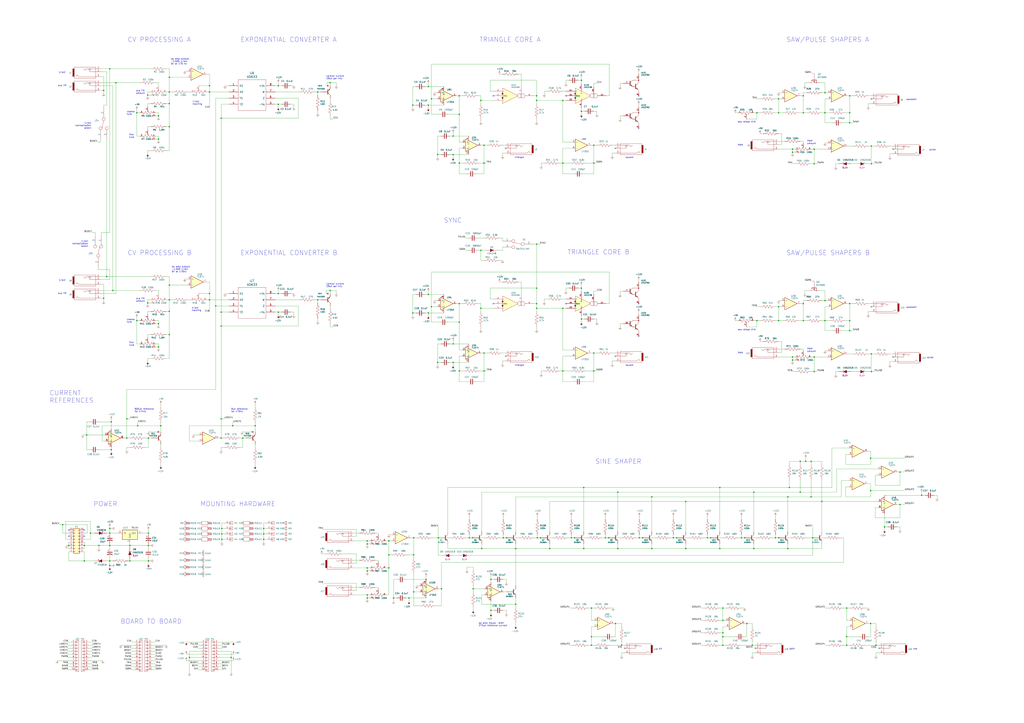
<source format=kicad_sch>
(kicad_sch (version 20211123) (generator eeschema)
  (paper "A1")
  (title_block (title "MSK 013 Middle Path VCO") (comment 1 "$Id: complexvco.kicad_sch 10137 2022-06-04 20:51:54Z mskala $"))
  (junction (at 351.79 241.935))
  (junction (at 677.545 263.525))
  (junction (at 647.065 450.85))
  (junction (at 677.545 247.015))
  (junction (at 581.025 441.96))
  (junction (at 172.085 75.565))
  (junction (at 462.28 253.365))
  (junction (at 675.005 412.115))
  (junction (at 155.575 540.385))
  (junction (at 377.19 93.98))
  (junction (at 319.405 444.5))
  (junction (at 611.505 441.96))
  (junction (at 477.52 91.44))
  (junction (at 563.245 450.85))
  (junction (at 440.69 78.74))
  (junction (at 121.92 448.31))
  (junction (at 121.92 360.045))
  (junction (at 394.97 253.365))
  (junction (at 485.775 499.745))
  (junction (at 477.52 66.04))
  (junction (at 403.225 501.65))
  (junction (at 715.01 512.445))
  (junction (at 668.655 122.555))
  (junction (at 639.445 263.525))
  (junction (at 85.09 245.11))
  (junction (at 139.065 246.38))
  (junction (at 394.97 205.74))
  (junction (at 403.225 476.25))
  (junction (at 485.775 523.24))
  (junction (at 440.69 249.555))
  (junction (at 639.445 252.095))
  (junction (at 91.44 369.57))
  (junction (at 228.6 256.54))
  (junction (at 695.325 499.745))
  (junction (at 497.205 441.96))
  (junction (at 189.865 540.385))
  (junction (at 216.535 443.23))
  (junction (at 372.11 282.575))
  (junction (at 181.61 256.54))
  (junction (at 593.725 520.065))
  (junction (at 104.14 360.045))
  (junction (at 319.405 455.93))
  (junction (at 666.115 379.095))
  (junction (at 121.92 461.01))
  (junction (at 112.395 263.525))
  (junction (at 216.535 438.785))
  (junction (at 354.33 81.28))
  (junction (at 139.065 234.315))
  (junction (at 139.065 85.09))
  (junction (at 413.385 441.96))
  (junction (at 591.185 400.685))
  (junction (at 535.305 408.305))
  (junction (at 71.12 357.505))
  (junction (at 553.085 441.96))
  (junction (at 351.79 71.12))
  (junction (at 121.285 248.92))
  (junction (at 650.875 122.555))
  (junction (at 639.445 441.96))
  (junction (at 726.44 433.07))
  (junction (at 112.395 92.71))
  (junction (at 209.55 349.885))
  (junction (at 471.805 441.96))
  (junction (at 668.655 305.435))
  (junction (at 139.065 255.905))
  (junction (at 697.865 271.78))
  (junction (at 715.01 376.555))
  (junction (at 440.69 200.66))
  (junction (at 485.775 530.225))
  (junction (at 695.325 530.225))
  (junction (at 697.865 263.525))
  (junction (at 301.625 491.49))
  (junction (at 639.445 92.71))
  (junction (at 319.405 466.725))
  (junction (at 228.6 70.485))
  (junction (at 260.985 75.565))
  (junction (at 172.085 246.38))
  (junction (at 228.6 85.725))
  (junction (at 301.625 444.5))
  (junction (at 301.625 466.725))
  (junction (at 69.215 461.01))
  (junction (at 113.03 349.885))
  (junction (at 181.61 360.045))
  (junction (at 394.97 82.55))
  (junction (at 360.045 441.96))
  (junction (at 697.865 78.74))
  (junction (at 650.875 295.91))
  (junction (at 199.39 360.045))
  (junction (at 56.515 448.31))
  (junction (at 657.225 404.495))
  (junction (at 301.625 488.95))
  (junction (at 440.69 82.55))
  (junction (at 372.11 127))
  (junction (at 377.19 304.8))
  (junction (at 619.125 450.85))
  (junction (at 191.135 349.885))
  (junction (at 621.665 92.71))
  (junction (at 593.725 530.225))
  (junction (at 106.68 461.01))
  (junction (at 440.69 253.365))
  (junction (at 648.335 400.685))
  (junction (at 359.41 127))
  (junction (at 613.41 512.445))
  (junction (at 667.385 441.96))
  (junction (at 181.61 344.17))
  (junction (at 487.68 290.195))
  (junction (at 271.145 67.945))
  (junction (at 668.655 134.62))
  (junction (at 443.865 441.96))
  (junction (at 91.44 346.71))
  (junction (at 359.41 297.815))
  (junction (at 172.085 241.3))
  (junction (at 397.51 290.195))
  (junction (at 92.71 238.76))
  (junction (at 87.63 227.33))
  (junction (at 477.52 262.255))
  (junction (at 182.245 438.785))
  (junction (at 90.17 434.34))
  (junction (at 555.625 441.96))
  (junction (at 510.54 530.225))
  (junction (at 507.365 404.495))
  (junction (at 177.165 251.46))
  (junction (at 335.915 491.49))
  (junction (at 139.065 104.14))
  (junction (at 415.925 441.96))
  (junction (at 106.68 448.31))
  (junction (at 639.445 81.28))
  (junction (at 668.655 293.37))
  (junction (at 636.905 441.96))
  (junction (at 739.14 387.985))
  (junction (at 697.865 249.555))
  (junction (at 104.14 344.17))
  (junction (at 351.79 86.36))
  (junction (at 301.625 447.04))
  (junction (at 172.085 70.485))
  (junction (at 377.19 249.555))
  (junction (at 715.645 305.435))
  (junction (at 715.645 120.015))
  (junction (at 395.605 450.85))
  (junction (at 349.885 476.25))
  (junction (at 617.855 530.225))
  (junction (at 81.28 448.31))
  (junction (at 661.67 379.095))
  (junction (at 323.215 491.49))
  (junction (at 487.68 304.8))
  (junction (at 719.455 530.225))
  (junction (at 372.11 297.815))
  (junction (at 260.985 246.38))
  (junction (at 182.245 443.23))
  (junction (at 388.62 483.87))
  (junction (at 181.61 97.155))
  (junction (at 90.17 461.01))
  (junction (at 377.19 78.74))
  (junction (at 525.145 441.96))
  (junction (at 90.17 464.82))
  (junction (at 697.865 100.965))
  (junction (at 593.725 509.905))
  (junction (at 659.765 249.555))
  (junction (at 715.645 134.62))
  (junction (at 121.92 438.15))
  (junction (at 339.09 86.36))
  (junction (at 441.325 441.96))
  (junction (at 487.68 119.38))
  (junction (at 695.325 523.24))
  (junction (at 756.92 407.035))
  (junction (at 377.19 264.795))
  (junction (at 659.765 92.71))
  (junction (at 372.11 111.76))
  (junction (at 462.28 133.985))
  (junction (at 469.265 441.96))
  (junction (at 535.305 450.85))
  (junction (at 677.545 92.71))
  (junction (at 139.065 75.565))
  (junction (at 139.065 63.5))
  (junction (at 462.28 304.8))
  (junction (at 74.295 438.15))
  (junction (at 216.535 434.34))
  (junction (at 650.875 125.095))
  (junction (at 339.725 455.93))
  (junction (at 181.61 267.97))
  (junction (at 339.725 486.41))
  (junction (at 591.185 450.85))
  (junction (at 69.215 448.31))
  (junction (at 451.485 450.85))
  (junction (at 593.725 499.745))
  (junction (at 51.435 431.165))
  (junction (at 677.545 76.2))
  (junction (at 715.645 290.83))
  (junction (at 130.175 285.115))
  (junction (at 487.68 133.985))
  (junction (at 139.065 274.955))
  (junction (at 228.6 241.3))
  (junction (at 715.01 403.225))
  (junction (at 351.79 257.175))
  (junction (at 130.175 114.3))
  (junction (at 130.175 95.25))
  (junction (at 505.46 512.445))
  (junction (at 479.425 450.85))
  (junction (at 301.625 469.265))
  (junction (at 130.175 266.065))
  (junction (at 621.665 263.525))
  (junction (at 95.25 67.945))
  (junction (at 659.765 78.74))
  (junction (at 90.17 448.31))
  (junction (at 583.565 441.96))
  (junction (at 377.19 133.985))
  (junction (at 477.52 236.855))
  (junction (at 90.17 438.15))
  (junction (at 507.365 450.85))
  (junction (at 563.245 412.115))
  (junction (at 271.145 238.76))
  (junction (at 85.09 74.295))
  (junction (at 385.445 441.96))
  (junction (at 397.51 119.38))
  (junction (at 397.51 133.985))
  (junction (at 440.69 236.855))
  (junction (at 362.585 483.87))
  (junction (at 657.225 379.095))
  (junction (at 90.17 56.515))
  (junction (at 397.51 304.8))
  (junction (at 697.865 92.71))
  (junction (at 479.425 400.685))
  (junction (at 659.765 263.525))
  (junction (at 354.33 252.095))
  (junction (at 619.125 404.495))
  (junction (at 132.08 349.885))
  (junction (at 182.245 434.34))
  (junction (at 339.09 257.175))
  (junction (at 423.545 450.85))
  (junction (at 739.14 414.655))
  (junction (at 339.725 441.96))
  (junction (at 608.965 441.96))
  (junction (at 423.545 496.57))
  (junction (at 462.28 82.55))
  (junction (at 593.725 523.24))
  (junction (at 527.685 441.96))
  (junction (at 387.985 441.96))
  (junction (at 650.875 293.37))
  (junction (at 647.065 408.305))
  (junction (at 666.115 408.305))
  (junction (at 121.285 78.105))
  (junction (at 499.745 441.96))
  (no_connect (at 715.645 252.095))
  (no_connect (at 721.995 532.765))
  (no_connect (at 415.29 121.92))
  (no_connect (at 620.395 532.765))
  (no_connect (at 524.51 105.41))
  (no_connect (at 733.425 293.37))
  (no_connect (at 524.51 249.555))
  (no_connect (at 405.13 78.74))
  (no_connect (at 464.82 78.74))
  (no_connect (at 56.515 440.69))
  (no_connect (at 464.82 249.555))
  (no_connect (at 69.215 440.69))
  (no_connect (at 524.51 78.74))
  (no_connect (at 715.645 81.28))
  (no_connect (at 513.08 532.765))
  (no_connect (at 524.51 276.225))
  (no_connect (at 505.46 121.92))
  (no_connect (at 415.29 292.735))
  (no_connect (at 733.425 122.555))
  (no_connect (at 405.13 249.555))
  (no_connect (at 69.215 435.61))
  (no_connect (at 505.46 292.735))
  (no_connect (at 56.515 435.61))
  (wire (pts (xy 440.69 82.55) (xy 462.28 82.55)))
  (wire (pts (xy 694.055 92.71) (xy 697.865 92.71)))
  (wire (pts (xy 677.545 263.525) (xy 681.355 263.525)))
  (wire (pts (xy 99.06 530.225) (xy 110.49 530.225)))
  (wire (pts (xy 636.905 439.42) (xy 636.905 441.96)))
  (wire (pts (xy 730.885 299.72) (xy 730.885 297.18)))
  (wire (pts (xy 83.82 362.585) (xy 86.36 362.585)))
  (wire (pts (xy 181.61 267.97) (xy 181.61 344.17)))
  (wire (pts (xy 359.41 127) (xy 359.41 129.54)))
  (wire (pts (xy 172.085 70.485) (xy 172.085 60.96)))
  (wire (pts (xy 462.28 133.985) (xy 459.74 133.985)))
  (wire (pts (xy 316.865 466.725) (xy 319.405 466.725)))
  (wire (pts (xy 351.79 239.395) (xy 351.79 241.935)))
  (wire (pts (xy 121.285 277.495) (xy 121.285 274.955)))
  (wire (pts (xy 617.855 530.225) (xy 617.855 527.685)))
  (wire (pts (xy 525.145 439.42) (xy 525.145 441.96)))
  (wire (pts (xy 92.71 238.76) (xy 114.935 238.76)))
  (wire (pts (xy 721.36 417.195) (xy 718.82 417.195)))
  (wire (pts (xy 301.625 469.265) (xy 301.625 466.725)))
  (wire (pts (xy 388.62 481.33) (xy 388.62 483.87)))
  (wire (pts (xy 339.09 257.175) (xy 339.09 259.715)))
  (wire (pts (xy 719.455 530.225) (xy 721.995 530.225)))
  (wire (pts (xy 125.095 535.305) (xy 127.635 535.305)))
  (wire (pts (xy 467.36 236.855) (xy 464.82 236.855)))
  (wire (pts (xy 659.765 76.2) (xy 662.305 76.2)))
  (wire (pts (xy 121.92 439.42) (xy 121.92 438.15)))
  (wire (pts (xy 485.775 509.905) (xy 485.775 499.745)))
  (wire (pts (xy 292.735 434.975) (xy 292.735 440.69)))
  (wire (pts (xy 695.325 530.225) (xy 697.865 530.225)))
  (wire (pts (xy 462.28 82.55) (xy 464.82 82.55)))
  (wire (pts (xy 699.135 305.435) (xy 702.945 305.435)))
  (wire (pts (xy 397.51 304.8) (xy 399.415 304.8)))
  (wire (pts (xy 451.485 447.04) (xy 451.485 450.85)))
  (wire (pts (xy 667.385 441.96) (xy 677.545 441.96)))
  (wire (pts (xy 81.28 448.31) (xy 90.17 448.31)))
  (wire (pts (xy 581.025 424.18) (xy 581.025 426.72)))
  (wire (pts (xy 591.185 447.04) (xy 591.185 450.85)))
  (wire (pts (xy 668.655 305.435) (xy 671.195 305.435)))
  (wire (pts (xy 525.145 424.18) (xy 525.145 426.72)))
  (wire (pts (xy 337.185 441.96) (xy 339.725 441.96)))
  (wire (pts (xy 271.145 95.25) (xy 271.145 97.79)))
  (wire (pts (xy 377.19 93.98) (xy 377.19 116.84)))
  (wire (pts (xy 575.945 499.745) (xy 578.485 499.745)))
  (wire (pts (xy 412.75 299.085) (xy 412.75 296.545)))
  (wire (pts (xy 179.705 537.845) (xy 191.77 537.845)))
  (wire (pts (xy 228.6 70.485) (xy 231.14 70.485)))
  (wire (pts (xy 412.75 296.545) (xy 415.29 296.545)))
  (wire (pts (xy 107.95 535.305) (xy 110.49 535.305)))
  (wire (pts (xy 304.165 491.49) (xy 301.625 491.49)))
  (wire (pts (xy 139.065 85.09) (xy 139.065 75.565)))
  (wire (pts (xy 621.665 263.525) (xy 624.205 263.525)))
  (wire (pts (xy 736.6 433.07) (xy 739.14 433.07)))
  (wire (pts (xy 172.085 75.565) (xy 172.085 70.485)))
  (wire (pts (xy 462.28 292.735) (xy 462.28 304.8)))
  (wire (pts (xy 666.115 379.095) (xy 666.115 381.635)))
  (wire (pts (xy 447.04 77.47) (xy 447.04 74.93)))
  (wire (pts (xy 319.405 439.42) (xy 321.945 439.42)))
  (wire (pts (xy 104.14 360.045) (xy 104.14 344.17)))
  (wire (pts (xy 462.28 74.93) (xy 464.82 74.93)))
  (wire (pts (xy 153.035 542.925) (xy 165.1 542.925)))
  (wire (pts (xy 71.12 369.57) (xy 71.12 357.505)))
  (wire (pts (xy 485.775 499.745) (xy 488.315 499.745)))
  (wire (pts (xy 276.225 238.76) (xy 276.225 241.3)))
  (wire (pts (xy 139.065 274.955) (xy 139.065 255.905)))
  (wire (pts (xy 198.755 354.965) (xy 207.01 354.965)))
  (wire (pts (xy 499.745 441.96) (xy 509.905 441.96)))
  (wire (pts (xy 440.69 100.33) (xy 440.69 97.79)))
  (wire (pts (xy 524.51 256.54) (xy 524.51 258.445)))
  (wire (pts (xy 666.115 408.305) (xy 690.88 408.305)))
  (wire (pts (xy 692.785 499.745) (xy 695.325 499.745)))
  (wire (pts (xy 290.195 466.725) (xy 301.625 466.725)))
  (wire (pts (xy 107.95 537.845) (xy 110.49 537.845)))
  (wire (pts (xy 106.68 448.31) (xy 121.92 448.31)))
  (wire (pts (xy 325.755 476.25) (xy 323.215 476.25)))
  (wire (pts (xy 325.755 491.49) (xy 323.215 491.49)))
  (wire (pts (xy 367.665 447.04) (xy 367.665 450.85)))
  (wire (pts (xy 372.11 282.575) (xy 384.81 282.575)))
  (wire (pts (xy 394.97 82.55) (xy 405.13 82.55)))
  (wire (pts (xy 169.545 75.565) (xy 172.085 75.565)))
  (wire (pts (xy 184.785 70.485) (xy 187.96 70.485)))
  (wire (pts (xy 182.245 443.23) (xy 182.245 438.785)))
  (wire (pts (xy 153.035 527.685) (xy 165.1 527.685)))
  (wire (pts (xy 464.82 239.395) (xy 464.82 236.855)))
  (wire (pts (xy 462.28 304.8) (xy 462.28 313.69)))
  (wire (pts (xy 402.59 236.855) (xy 440.69 236.855)))
  (wire (pts (xy 153.035 537.845) (xy 165.1 537.845)))
  (wire (pts (xy 619.125 263.525) (xy 621.665 263.525)))
  (wire (pts (xy 444.5 136.525) (xy 444.5 133.985)))
  (wire (pts (xy 479.425 450.85) (xy 507.365 450.85)))
  (wire (pts (xy 715.01 381.635) (xy 715.01 376.555)))
  (wire (pts (xy 502.92 128.27) (xy 502.92 125.73)))
  (wire (pts (xy 372.11 280.035) (xy 372.11 282.575)))
  (wire (pts (xy 469.265 424.18) (xy 469.265 426.72)))
  (wire (pts (xy 507.365 404.495) (xy 619.125 404.495)))
  (wire (pts (xy 316.865 488.95) (xy 319.405 488.95)))
  (wire (pts (xy 369.57 127) (xy 372.11 127)))
  (wire (pts (xy 55.88 535.305) (xy 58.42 535.305)))
  (wire (pts (xy 413.385 476.25) (xy 415.925 476.25)))
  (wire (pts (xy 397.51 304.8) (xy 397.51 290.195)))
  (wire (pts (xy 87.63 438.15) (xy 90.17 438.15)))
  (wire (pts (xy 121.285 258.445) (xy 121.285 255.905)))
  (wire (pts (xy 715.01 376.555) (xy 715.01 370.84)))
  (wire (pts (xy 121.285 75.565) (xy 123.825 75.565)))
  (wire (pts (xy 621.665 81.28) (xy 624.205 81.28)))
  (wire (pts (xy 354.33 52.705) (xy 500.38 52.705)))
  (wire (pts (xy 398.145 483.87) (xy 388.62 483.87)))
  (wire (pts (xy 469.9 121.92) (xy 462.28 121.92)))
  (wire (pts (xy 730.885 290.83) (xy 733.425 290.83)))
  (wire (pts (xy 163.195 70.485) (xy 172.085 70.485)))
  (wire (pts (xy 267.97 241.3) (xy 267.97 238.76)))
  (wire (pts (xy 739.14 414.655) (xy 736.6 414.655)))
  (wire (pts (xy 699.135 134.62) (xy 702.945 134.62)))
  (wire (pts (xy 402.59 74.93) (xy 402.59 66.04)))
  (wire (pts (xy 95.25 67.945) (xy 114.935 67.945)))
  (wire (pts (xy 423.545 408.305) (xy 423.545 436.88)))
  (wire (pts (xy 339.725 455.93) (xy 339.725 458.47)))
  (wire (pts (xy 310.515 438.15) (xy 310.515 439.42)))
  (wire (pts (xy 427.99 60.96) (xy 427.99 71.12)))
  (wire (pts (xy 191.77 542.925) (xy 179.705 542.925)))
  (wire (pts (xy 583.565 441.96) (xy 593.725 441.96)))
  (wire (pts (xy 361.95 297.815) (xy 359.41 297.815)))
  (wire (pts (xy 501.015 530.225) (xy 510.54 530.225)))
  (wire (pts (xy 438.785 441.96) (xy 441.325 441.96)))
  (wire (pts (xy 268.605 67.945) (xy 271.145 67.945)))
  (wire (pts (xy 132.08 354.965) (xy 132.08 349.885)))
  (wire (pts (xy 74.295 438.15) (xy 74.295 443.23)))
  (wire (pts (xy 53.975 428.625) (xy 74.295 428.625)))
  (wire (pts (xy 639.445 81.28) (xy 641.985 81.28)))
  (wire (pts (xy 509.27 268.605) (xy 509.27 266.065)))
  (wire (pts (xy 90.17 433.07) (xy 90.17 434.34)))
  (wire (pts (xy 304.165 447.04) (xy 301.625 447.04)))
  (wire (pts (xy 155.575 535.305) (xy 165.1 535.305)))
  (wire (pts (xy 440.69 200.66) (xy 443.23 200.66)))
  (wire (pts (xy 241.3 241.3) (xy 238.76 241.3)))
  (wire (pts (xy 357.505 497.84) (xy 362.585 497.84)))
  (wire (pts (xy 718.82 398.78) (xy 739.14 398.78)))
  (wire (pts (xy 675.005 412.115) (xy 721.36 412.115)))
  (wire (pts (xy 216.535 438.785) (xy 216.535 434.34)))
  (wire (pts (xy 666.115 134.62) (xy 668.655 134.62)))
  (wire (pts (xy 386.715 456.565) (xy 667.385 456.565)))
  (wire (pts (xy 82.55 245.11) (xy 85.09 245.11)))
  (wire (pts (xy 555.625 441.96) (xy 565.785 441.96)))
  (wire (pts (xy 611.505 441.96) (xy 621.665 441.96)))
  (wire (pts (xy 535.305 408.305) (xy 535.305 436.88)))
  (wire (pts (xy 196.85 367.665) (xy 199.39 367.665)))
  (wire (pts (xy 228.6 85.725) (xy 231.14 85.725)))
  (wire (pts (xy 423.545 450.85) (xy 451.485 450.85)))
  (wire (pts (xy 394.97 85.09) (xy 394.97 82.55)))
  (wire (pts (xy 121.92 360.045) (xy 124.46 360.045)))
  (wire (pts (xy 641.985 118.745) (xy 639.445 118.745)))
  (wire (pts (xy 349.25 257.175) (xy 351.79 257.175)))
  (wire (pts (xy 694.69 408.305) (xy 715.01 408.305)))
  (wire (pts (xy 139.065 246.38) (xy 139.065 234.315)))
  (wire (pts (xy 413.385 439.42) (xy 413.385 441.96)))
  (wire (pts (xy 127.635 532.765) (xy 125.095 532.765)))
  (wire (pts (xy 474.98 66.04) (xy 477.52 66.04)))
  (wire (pts (xy 593.725 523.24) (xy 593.725 520.065)))
  (wire (pts (xy 130.175 263.525) (xy 130.175 266.065)))
  (wire (pts (xy 402.59 245.745) (xy 405.13 245.745)))
  (wire (pts (xy 372.11 127) (xy 384.81 127)))
  (wire (pts (xy 440.69 249.555) (xy 438.15 249.555)))
  (wire (pts (xy 383.54 466.09) (xy 388.62 466.09)))
  (wire (pts (xy 394.97 82.55) (xy 394.97 78.74)))
  (wire (pts (xy 104.14 344.17) (xy 106.68 344.17)))
  (wire (pts (xy 335.915 491.49) (xy 349.885 491.49)))
  (wire (pts (xy 130.175 67.945) (xy 130.175 70.485)))
  (wire (pts (xy 91.44 369.57) (xy 91.44 371.475)))
  (wire (pts (xy 667.385 456.565) (xy 667.385 441.96)))
  (wire (pts (xy 55.88 545.465) (xy 58.42 545.465)))
  (wire (pts (xy 391.16 142.875) (xy 397.51 142.875)))
  (wire (pts (xy 477.52 234.315) (xy 477.52 236.855)))
  (wire (pts (xy 524.51 85.725) (xy 524.51 87.63)))
  (wire (pts (xy 80.645 221.615) (xy 90.17 221.615)))
  (wire (pts (xy 377.19 304.8) (xy 377.19 313.69)))
  (wire (pts (xy 125.095 527.685) (xy 127.635 527.685)))
  (wire (pts (xy 462.28 313.69) (xy 471.17 313.69)))
  (wire (pts (xy 319.405 488.95) (xy 319.405 466.725)))
  (wire (pts (xy 441.325 441.96) (xy 443.865 441.96)))
  (wire (pts (xy 110.49 532.765) (xy 107.95 532.765)))
  (wire (pts (xy 280.67 455.295) (xy 292.735 455.295)))
  (wire (pts (xy 608.965 441.96) (xy 611.505 441.96)))
  (wire (pts (xy 705.485 523.24) (xy 695.325 523.24)))
  (wire (pts (xy 127.635 111.76) (xy 130.175 111.76)))
  (wire (pts (xy 271.145 238.76) (xy 271.145 241.3)))
  (wire (pts (xy 677.545 76.2) (xy 680.085 76.2)))
  (wire (pts (xy 713.105 249.555) (xy 715.645 249.555)))
  (wire (pts (xy 715.01 403.225) (xy 742.95 403.225)))
  (wire (pts (xy 715.01 523.24) (xy 715.01 512.445)))
  (wire (pts (xy 686.435 134.62) (xy 688.975 134.62)))
  (wire (pts (xy 82.55 238.76) (xy 92.71 238.76)))
  (wire (pts (xy 219.075 434.34) (xy 216.535 434.34)))
  (wire (pts (xy 132.08 349.885) (xy 113.03 349.885)))
  (wire (pts (xy 683.26 400.685) (xy 683.26 368.3)))
  (wire (pts (xy 90.17 56.515) (xy 123.825 56.515)))
  (wire (pts (xy 392.43 78.74) (xy 394.97 78.74)))
  (wire (pts (xy 462.28 287.655) (xy 462.28 253.365)))
  (wire (pts (xy 462.28 116.84) (xy 462.28 82.55)))
  (wire (pts (xy 502.92 125.73) (xy 505.46 125.73)))
  (wire (pts (xy 155.575 540.385) (xy 155.575 535.305)))
  (wire (pts (xy 444.5 307.34) (xy 444.5 304.8)))
  (wire (pts (xy 359.41 297.815) (xy 359.41 300.355)))
  (wire (pts (xy 719.455 530.225) (xy 719.455 532.765)))
  (wire (pts (xy 666.115 394.335) (xy 666.115 408.305)))
  (wire (pts (xy 73.025 540.385) (xy 75.565 540.385)))
  (wire (pts (xy 82.55 70.485) (xy 92.71 70.485)))
  (wire (pts (xy 641.985 289.56) (xy 639.445 289.56)))
  (wire (pts (xy 162.56 530.225) (xy 165.1 530.225)))
  (wire (pts (xy 641.985 280.67) (xy 641.985 289.56)))
  (wire (pts (xy 444.5 304.8) (xy 447.04 304.8)))
  (wire (pts (xy 487.68 313.69) (xy 487.68 304.8)))
  (wire (pts (xy 199.39 360.045) (xy 201.93 360.045)))
  (wire (pts (xy 264.16 455.295) (xy 267.97 455.295)))
  (wire (pts (xy 58.42 548.005) (xy 55.88 548.005)))
  (wire (pts (xy 553.085 424.18) (xy 553.085 426.72)))
  (wire (pts (xy 132.08 382.905) (xy 132.08 380.365)))
  (wire (pts (xy 413.385 486.41) (xy 415.925 486.41)))
  (wire (pts (xy 260.985 246.38) (xy 263.525 246.38)))
  (wire (pts (xy 653.415 125.095) (xy 650.875 125.095)))
  (wire (pts (xy 636.905 92.71) (xy 639.445 92.71)))
  (wire (pts (xy 226.06 80.645) (xy 245.11 80.645)))
  (wire (pts (xy 471.805 441.96) (xy 481.965 441.96)))
  (wire (pts (xy 667.385 441.96) (xy 667.385 433.07)))
  (wire (pts (xy 726.44 407.035) (xy 756.92 407.035)))
  (wire (pts (xy 377.19 313.69) (xy 383.54 313.69)))
  (wire (pts (xy 624.205 280.67) (xy 626.745 280.67)))
  (wire (pts (xy 301.625 470.535) (xy 301.625 469.265)))
  (wire (pts (xy 106.68 459.74) (xy 106.68 461.01)))
  (wire (pts (xy 477.52 88.9) (xy 477.52 91.44)))
  (wire (pts (xy 490.22 262.255) (xy 490.22 264.795)))
  (wire (pts (xy 228.6 67.945) (xy 228.6 70.485)))
  (wire (pts (xy 639.445 280.67) (xy 641.985 280.67)))
  (wire (pts (xy 81.28 369.57) (xy 91.44 369.57)))
  (wire (pts (xy 490.22 91.44) (xy 490.22 93.98)))
  (wire (pts (xy 697.865 249.555) (xy 697.865 263.525)))
  (wire (pts (xy 228.6 88.265) (xy 228.6 85.725)))
  (wire (pts (xy 495.935 523.24) (xy 485.775 523.24)))
  (wire (pts (xy 130.175 238.76) (xy 130.175 241.3)))
  (wire (pts (xy 621.665 268.605) (xy 621.665 263.525)))
  (wire (pts (xy 657.225 404.495) (xy 687.07 404.495)))
  (wire (pts (xy 369.57 111.76) (xy 372.11 111.76)))
  (wire (pts (xy 440.69 66.04) (xy 440.69 78.74)))
  (wire (pts (xy 139.065 75.565) (xy 141.605 75.565)))
  (wire (pts (xy 694.69 400.05) (xy 694.69 408.305)))
  (wire (pts (xy 158.75 357.505) (xy 163.83 357.505)))
  (wire (pts (xy 403.225 494.03) (xy 403.225 501.65)))
  (wire (pts (xy 90.17 448.31) (xy 106.68 448.31)))
  (wire (pts (xy 677.545 247.015) (xy 677.545 238.76)))
  (wire (pts (xy 603.885 263.525) (xy 606.425 263.525)))
  (wire (pts (xy 412.75 119.38) (xy 415.29 119.38)))
  (wire (pts (xy 360.045 441.96) (xy 360.045 456.565)))
  (wire (pts (xy 650.875 125.095) (xy 650.875 122.555)))
  (wire (pts (xy 383.54 468.63) (xy 383.54 466.09)))
  (wire (pts (xy 647.065 408.305) (xy 647.065 436.88)))
  (wire (pts (xy 56.515 445.77) (xy 56.515 448.31)))
  (wire (pts (xy 639.445 441.96) (xy 649.605 441.96)))
  (wire (pts (xy 151.765 229.235) (xy 154.305 229.235)))
  (wire (pts (xy 209.55 365.125) (xy 209.55 367.665)))
  (wire (pts (xy 648.335 394.335) (xy 648.335 400.685)))
  (wire (pts (xy 354.33 223.52) (xy 500.38 223.52)))
  (wire (pts (xy 154.305 75.565) (xy 156.845 75.565)))
  (wire (pts (xy 105.41 461.01) (xy 106.68 461.01)))
  (wire (pts (xy 290.195 482.6) (xy 295.275 482.6)))
  (wire (pts (xy 209.55 382.905) (xy 209.55 380.365)))
  (wire (pts (xy 487.68 304.8) (xy 487.68 290.195)))
  (wire (pts (xy 73.025 535.305) (xy 75.565 535.305)))
  (wire (pts (xy 377.19 264.795) (xy 377.19 249.555)))
  (wire (pts (xy 260.985 75.565) (xy 263.525 75.565)))
  (wire (pts (xy 657.225 116.205) (xy 659.765 116.205)))
  (wire (pts (xy 440.69 236.855) (xy 440.69 249.555)))
  (wire (pts (xy 82.55 229.87) (xy 90.17 229.87)))
  (wire (pts (xy 621.665 97.79) (xy 621.665 92.71)))
  (wire (pts (xy 509.27 68.58) (xy 511.81 68.58)))
  (wire (pts (xy 403.225 478.79) (xy 403.225 476.25)))
  (wire (pts (xy 617.855 539.115) (xy 617.855 536.575)))
  (wire (pts (xy 382.27 195.58) (xy 384.81 195.58)))
  (wire (pts (xy 719.455 536.575) (xy 721.995 536.575)))
  (wire (pts (xy 360.045 441.96) (xy 360.045 433.07)))
  (wire (pts (xy 739.14 433.07) (xy 739.14 435.61)))
  (wire (pts (xy 617.855 530.225) (xy 617.855 532.765)))
  (wire (pts (xy 71.12 357.505) (xy 71.12 346.71)))
  (wire (pts (xy 636.905 81.28) (xy 639.445 81.28)))
  (wire (pts (xy 451.485 450.85) (xy 479.425 450.85)))
  (wire (pts (xy 301.625 492.76) (xy 301.625 491.49)))
  (wire (pts (xy 612.775 97.79) (xy 621.665 97.79)))
  (wire (pts (xy 713.105 78.74) (xy 715.645 78.74)))
  (wire (pts (xy 361.95 111.76) (xy 359.41 111.76)))
  (wire (pts (xy 591.185 499.745) (xy 593.725 499.745)))
  (wire (pts (xy 677.545 247.015) (xy 680.085 247.015)))
  (wire (pts (xy 82.55 227.33) (xy 87.63 227.33)))
  (wire (pts (xy 258.445 246.38) (xy 260.985 246.38)))
  (wire (pts (xy 323.215 491.49) (xy 323.215 494.03)))
  (wire (pts (xy 447.04 248.285) (xy 447.04 245.745)))
  (wire (pts (xy 241.3 256.54) (xy 241.3 259.08)))
  (wire (pts (xy 121.92 354.965) (xy 129.54 354.965)))
  (wire (pts (xy 181.61 97.155) (xy 181.61 85.725)))
  (wire (pts (xy 697.865 78.74) (xy 697.865 92.71)))
  (wire (pts (xy 91.44 367.665) (xy 91.44 369.57)))
  (wire (pts (xy 502.92 299.085) (xy 502.92 296.545)))
  (wire (pts (xy 444.5 133.985) (xy 447.04 133.985)))
  (wire (pts (xy 392.43 249.555) (xy 394.97 249.555)))
  (wire (pts (xy 663.575 238.76) (xy 661.035 238.76)))
  (wire (pts (xy 379.73 287.655) (xy 377.19 287.655)))
  (wire (pts (xy 686.435 137.16) (xy 686.435 134.62)))
  (wire (pts (xy 697.865 78.74) (xy 700.405 78.74)))
  (wire (pts (xy 359.41 111.76) (xy 359.41 127)))
  (wire (pts (xy 271.145 268.605) (xy 273.685 268.605)))
  (wire (pts (xy 636.905 252.095) (xy 639.445 252.095)))
  (wire (pts (xy 268.605 70.485) (xy 268.605 67.945)))
  (wire (pts (xy 509.27 239.395) (xy 511.81 239.395)))
  (wire (pts (xy 739.14 425.45) (xy 739.14 414.655)))
  (wire (pts (xy 130.175 92.71) (xy 130.175 95.25)))
  (wire (pts (xy 412.75 205.74) (xy 412.75 203.2)))
  (wire (pts (xy 477.52 236.855) (xy 477.52 239.395)))
  (wire (pts (xy 440.69 78.74) (xy 438.15 78.74)))
  (wire (pts (xy 639.445 252.095) (xy 641.985 252.095)))
  (wire (pts (xy 462.28 121.92) (xy 462.28 133.985)))
  (wire (pts (xy 524.51 229.87) (xy 524.51 231.775)))
  (wire (pts (xy 412.75 125.73) (xy 415.29 125.73)))
  (wire (pts (xy 127.635 282.575) (xy 130.175 282.575)))
  (wire (pts (xy 292.735 479.425) (xy 292.735 485.14)))
  (wire (pts (xy 127.635 285.115) (xy 130.175 285.115)))
  (wire (pts (xy 127.635 238.76) (xy 130.175 238.76)))
  (wire (pts (xy 659.765 249.555) (xy 659.765 263.525)))
  (wire (pts (xy 397.51 142.875) (xy 397.51 133.985)))
  (wire (pts (xy 78.105 191.135) (xy 78.105 193.675)))
  (wire (pts (xy 718.82 425.45) (xy 739.14 425.45)))
  (wire (pts (xy 130.175 95.25) (xy 130.175 96.52)))
  (wire (pts (xy 393.7 133.985) (xy 397.51 133.985)))
  (wire (pts (xy 427.99 231.775) (xy 427.99 241.935)))
  (wire (pts (xy 395.605 404.495) (xy 395.605 436.88)))
  (wire (pts (xy 553.085 441.96) (xy 555.625 441.96)))
  (wire (pts (xy 683.26 368.3) (xy 697.23 368.3)))
  (wire (pts (xy 67.945 357.505) (xy 71.12 357.505)))
  (wire (pts (xy 648.335 379.095) (xy 648.335 381.635)))
  (wire (pts (xy 87.63 227.33) (xy 123.825 227.33)))
  (wire (pts (xy 477.52 66.04) (xy 477.52 68.58)))
  (wire (pts (xy 58.42 537.845) (xy 55.88 537.845)))
  (wire (pts (xy 657.225 379.095) (xy 661.67 379.095)))
  (wire (pts (xy 692.785 462.28) (xy 692.785 441.96)))
  (wire (pts (xy 603.885 92.71) (xy 606.425 92.71)))
  (wire (pts (xy 351.79 86.36) (xy 364.49 86.36)))
  (wire (pts (xy 121.285 123.825) (xy 123.825 123.825)))
  (wire (pts (xy 425.45 60.96) (xy 427.99 60.96)))
  (wire (pts (xy 121.285 250.19) (xy 121.285 248.92)))
  (wire (pts (xy 172.085 256.54) (xy 172.085 246.38)))
  (wire (pts (xy 675.005 450.85) (xy 675.005 447.04)))
  (wire (pts (xy 116.84 438.15) (xy 121.92 438.15)))
  (wire (pts (xy 636.905 424.18) (xy 636.905 426.72)))
  (wire (pts (xy 359.41 252.095) (xy 354.33 252.095)))
  (wire (pts (xy 55.88 532.765) (xy 58.42 532.765)))
  (wire (pts (xy 395.605 496.57) (xy 423.545 496.57)))
  (wire (pts (xy 425.45 231.775) (xy 427.99 231.775)))
  (wire (pts (xy 462.28 304.8) (xy 468.63 304.8)))
  (wire (pts (xy 697.865 271.78) (xy 700.405 271.78)))
  (wire (pts (xy 451.485 412.115) (xy 563.245 412.115)))
  (wire (pts (xy 90.17 464.82) (xy 90.17 466.09)))
  (wire (pts (xy 82.55 59.055) (xy 87.63 59.055)))
  (wire (pts (xy 713.105 85.09) (xy 715.645 85.09)))
  (wire (pts (xy 125.095 545.465) (xy 127.635 545.465)))
  (wire (pts (xy 402.59 66.04) (xy 440.69 66.04)))
  (wire (pts (xy 502.92 296.545) (xy 505.46 296.545)))
  (wire (pts (xy 132.08 349.885) (xy 132.08 347.345)))
  (wire (pts (xy 415.925 476.25) (xy 415.925 478.79)))
  (wire (pts (xy 130.175 114.3) (xy 130.175 115.57)))
  (wire (pts (xy 479.425 400.685) (xy 479.425 436.88)))
  (wire (pts (xy 182.245 550.545) (xy 179.705 550.545)))
  (wire (pts (xy 85.09 233.68) (xy 85.09 245.11)))
  (wire (pts (xy 182.245 445.77) (xy 182.245 443.23)))
  (wire (pts (xy 639.445 122.555) (xy 650.875 122.555)))
  (wire (pts (xy 481.33 304.8) (xy 487.68 304.8)))
  (wire (pts (xy 136.525 104.14) (xy 139.065 104.14)))
  (wire (pts (xy 113.03 349.885) (xy 83.82 349.885)))
  (wire (pts (xy 608.965 424.18) (xy 608.965 426.72)))
  (wire (pts (xy 593.725 514.985) (xy 596.265 514.985)))
  (wire (pts (xy 668.655 305.435) (xy 668.655 293.37)))
  (wire (pts (xy 739.14 387.985) (xy 742.95 387.985)))
  (wire (pts (xy 82.55 67.945) (xy 95.25 67.945)))
  (wire (pts (xy 687.07 404.495) (xy 687.07 385.445)))
  (wire (pts (xy 410.21 60.96) (xy 412.75 60.96)))
  (wire (pts (xy 666.115 379.095) (xy 675.005 379.095)))
  (wire (pts (xy 74.295 438.15) (xy 77.47 438.15)))
  (wire (pts (xy 500.38 52.705) (xy 500.38 78.74)))
  (wire (pts (xy 136.525 294.64) (xy 139.065 294.64)))
  (wire (pts (xy 668.655 293.37) (xy 680.085 293.37)))
  (wire (pts (xy 101.6 360.045) (xy 104.14 360.045)))
  (wire (pts (xy 228.6 256.54) (xy 231.14 256.54)))
  (wire (pts (xy 56.515 453.39) (xy 56.515 461.01)))
  (wire (pts (xy 447.04 245.745) (xy 449.58 245.745)))
  (wire (pts (xy 415.925 441.96) (xy 426.085 441.96)))
  (wire (pts (xy 209.55 349.885) (xy 209.55 347.345)))
  (wire (pts (xy 509.27 71.12) (xy 509.27 68.58)))
  (wire (pts (xy 647.065 408.305) (xy 666.115 408.305)))
  (wire (pts (xy 290.195 444.5) (xy 301.625 444.5)))
  (wire (pts (xy 209.55 354.965) (xy 209.55 349.885)))
  (wire (pts (xy 333.375 491.49) (xy 335.915 491.49)))
  (wire (pts (xy 413.385 441.96) (xy 415.925 441.96)))
  (wire (pts (xy 319.405 444.5) (xy 319.405 455.93)))
  (wire (pts (xy 715.01 408.305) (xy 715.01 403.225)))
  (wire (pts (xy 189.865 535.305) (xy 189.865 540.385)))
  (wire (pts (xy 85.09 245.11) (xy 85.09 247.65)))
  (wire (pts (xy 581.025 439.42) (xy 581.025 441.96)))
  (wire (pts (xy 606.425 441.96) (xy 608.965 441.96)))
  (wire (pts (xy 412.75 128.27) (xy 412.75 125.73)))
  (wire (pts (xy 191.135 347.345) (xy 191.135 349.885)))
  (wire (pts (xy 728.98 433.07) (xy 726.44 433.07)))
  (wire (pts (xy 107.95 545.465) (xy 110.49 545.465)))
  (wire (pts (xy 112.395 111.76) (xy 114.935 111.76)))
  (wire (pts (xy 713.105 120.015) (xy 715.645 120.015)))
  (wire (pts (xy 155.575 540.385) (xy 165.1 540.385)))
  (wire (pts (xy 139.065 234.315) (xy 154.305 234.315)))
  (wire (pts (xy 440.69 255.905) (xy 440.69 253.365)))
  (wire (pts (xy 680.085 252.095) (xy 677.545 252.095)))
  (wire (pts (xy 394.97 205.74) (xy 398.78 205.74)))
  (wire (pts (xy 121.285 75.565) (xy 121.285 78.105)))
  (wire (pts (xy 659.765 78.74) (xy 659.765 92.71)))
  (wire (pts (xy 181.61 344.17) (xy 184.15 344.17)))
  (wire (pts (xy 172.085 75.565) (xy 172.085 88.9)))
  (wire (pts (xy 474.98 236.855) (xy 477.52 236.855)))
  (wire (pts (xy 184.785 443.23) (xy 182.245 443.23)))
  (wire (pts (xy 90.17 464.82) (xy 91.44 464.82)))
  (wire (pts (xy 374.65 78.74) (xy 377.19 78.74)))
  (wire (pts (xy 715.645 290.83) (xy 715.645 305.435)))
  (wire (pts (xy 485.775 530.225) (xy 488.315 530.225)))
  (wire (pts (xy 668.655 134.62) (xy 671.195 134.62)))
  (wire (pts (xy 106.68 445.77) (xy 106.68 448.31)))
  (wire (pts (xy 377.19 249.555) (xy 379.73 249.555)))
  (wire (pts (xy 695.325 523.24) (xy 695.325 514.985)))
  (wire (pts (xy 617.855 512.445) (xy 613.41 512.445)))
  (wire (pts (xy 104.14 360.045) (xy 106.68 360.045)))
  (wire (pts (xy 621.665 92.71) (xy 624.205 92.71)))
  (wire (pts (xy 90.17 461.01) (xy 90.17 464.82)))
  (wire (pts (xy 462.28 245.745) (xy 464.82 245.745)))
  (wire (pts (xy 719.455 512.445) (xy 715.01 512.445)))
  (wire (pts (xy 522.605 441.96) (xy 525.145 441.96)))
  (wire (pts (xy 677.545 117.475) (xy 680.085 117.475)))
  (wire (pts (xy 112.395 282.575) (xy 114.935 282.575)))
  (wire (pts (xy 657.225 287.02) (xy 659.765 287.02)))
  (wire (pts (xy 377.19 264.795) (xy 377.19 287.655)))
  (wire (pts (xy 245.11 251.46) (xy 245.11 267.97)))
  (wire (pts (xy 718.82 390.525) (xy 718.82 398.78)))
  (wire (pts (xy 121.92 461.01) (xy 123.19 461.01)))
  (wire (pts (xy 477.52 264.795) (xy 477.52 262.255)))
  (wire (pts (xy 121.285 85.09) (xy 123.825 85.09)))
  (wire (pts (xy 593.725 530.225) (xy 596.265 530.225)))
  (wire (pts (xy 648.335 400.685) (xy 683.26 400.685)))
  (wire (pts (xy 593.725 523.24) (xy 593.725 530.225)))
  (wire (pts (xy 139.065 246.38) (xy 141.605 246.38)))
  (wire (pts (xy 339.725 441.96) (xy 342.265 441.96)))
  (wire (pts (xy 226.06 85.725) (xy 228.6 85.725)))
  (wire (pts (xy 226.06 70.485) (xy 228.6 70.485)))
  (wire (pts (xy 686.435 307.975) (xy 686.435 305.435)))
  (wire (pts (xy 179.705 530.225) (xy 182.245 530.225)))
  (wire (pts (xy 394.97 100.33) (xy 394.97 97.79)))
  (wire (pts (xy 611.505 523.24) (xy 613.41 523.24)))
  (wire (pts (xy 677.545 499.745) (xy 680.085 499.745)))
  (wire (pts (xy 661.67 379.095) (xy 666.115 379.095)))
  (wire (pts (xy 501.015 499.745) (xy 503.555 499.745)))
  (wire (pts (xy 721.36 390.525) (xy 718.82 390.525)))
  (wire (pts (xy 136.525 255.905) (xy 139.065 255.905)))
  (wire (pts (xy 655.955 92.71) (xy 659.765 92.71)))
  (wire (pts (xy 469.9 116.84) (xy 462.28 116.84)))
  (wire (pts (xy 75.565 537.845) (xy 73.025 537.845)))
  (wire (pts (xy 196.85 360.045) (xy 199.39 360.045)))
  (wire (pts (xy 410.21 213.995) (xy 412.75 213.995)))
  (wire (pts (xy 677.545 81.28) (xy 677.545 92.71)))
  (wire (pts (xy 668.655 134.62) (xy 668.655 122.555)))
  (wire (pts (xy 260.985 78.105) (xy 260.985 75.565)))
  (wire (pts (xy 125.095 540.385) (xy 127.635 540.385)))
  (wire (pts (xy 265.43 434.975) (xy 292.735 434.975)))
  (wire (pts (xy 351.79 71.12) (xy 364.49 71.12)))
  (wire (pts (xy 69.215 453.39) (xy 69.215 461.01)))
  (wire (pts (xy 169.545 246.38) (xy 172.085 246.38)))
  (wire (pts (xy 619.125 447.04) (xy 619.125 450.85)))
  (wire (pts (xy 617.855 536.575) (xy 620.395 536.575)))
  (wire (pts (xy 377.19 133.985) (xy 381 133.985)))
  (wire (pts (xy 497.205 439.42) (xy 497.205 441.96)))
  (wire (pts (xy 83.82 349.885) (xy 83.82 362.585)))
  (wire (pts (xy 661.67 376.555) (xy 661.67 379.095)))
  (wire (pts (xy 697.23 373.38) (xy 694.69 373.38)))
  (wire (pts (xy 290.195 488.95) (xy 301.625 488.95)))
  (wire (pts (xy 440.69 253.365) (xy 462.28 253.365)))
  (wire (pts (xy 497.205 441.96) (xy 499.745 441.96)))
  (wire (pts (xy 80.01 116.84) (xy 82.55 116.84)))
  (wire (pts (xy 726.44 435.61) (xy 726.44 433.07)))
  (wire (pts (xy 477.52 93.98) (xy 477.52 91.44)))
  (wire (pts (xy 624.205 109.855) (xy 626.745 109.855)))
  (wire (pts (xy 310.515 482.6) (xy 310.515 483.87)))
  (wire (pts (xy 563.245 412.115) (xy 675.005 412.115)))
  (wire (pts (xy 756.92 407.035) (xy 756.92 404.495)))
  (wire (pts (xy 480.06 262.255) (xy 477.52 262.255)))
  (wire (pts (xy 395.605 488.95) (xy 395.605 496.57)))
  (wire (pts (xy 139.065 294.64) (xy 139.065 274.955)))
  (wire (pts (xy 394.97 271.145) (xy 394.97 268.605)))
  (wire (pts (xy 412.75 198.12) (xy 412.75 195.58)))
  (wire (pts (xy 617.855 530.225) (xy 620.395 530.225)))
  (wire (pts (xy 155.575 362.585) (xy 163.83 362.585)))
  (wire (pts (xy 216.535 434.34) (xy 216.535 429.895)))
  (wire (pts (xy 377.19 121.92) (xy 377.19 133.985)))
  (wire (pts (xy 593.725 509.905) (xy 593.725 499.745)))
  (wire (pts (xy 488.315 509.905) (xy 485.775 509.905)))
  (wire (pts (xy 271.145 67.945) (xy 276.225 67.945)))
  (wire (pts (xy 181.61 344.17) (xy 181.61 360.045)))
  (wire (pts (xy 245.11 267.97) (xy 181.61 267.97)))
  (wire (pts (xy 127.635 542.925) (xy 125.095 542.925)))
  (wire (pts (xy 621.665 252.095) (xy 624.205 252.095)))
  (wire (pts (xy 639.445 81.28) (xy 639.445 92.71)))
  (wire (pts (xy 715.01 403.225) (xy 715.01 397.51)))
  (wire (pts (xy 368.3 264.795) (xy 377.19 264.795)))
  (wire (pts (xy 182.245 438.785) (xy 184.785 438.785)))
  (wire (pts (xy 639.445 116.205) (xy 644.525 116.205)))
  (wire (pts (xy 292.735 462.915) (xy 290.195 462.915)))
  (wire (pts (xy 104.14 320.04) (xy 177.165 320.04)))
  (wire (pts (xy 51.435 431.165) (xy 51.435 438.15)))
  (wire (pts (xy 351.79 68.58) (xy 351.79 71.12)))
  (wire (pts (xy 90.17 434.34) (xy 90.17 438.15)))
  (wire (pts (xy 85.09 86.36) (xy 87.63 86.36)))
  (wire (pts (xy 121.285 248.92) (xy 121.285 246.38)))
  (wire (pts (xy 292.735 440.69) (xy 290.195 440.69)))
  (wire (pts (xy 271.145 251.46) (xy 271.145 253.365)))
  (wire (pts (xy 361.95 127) (xy 359.41 127)))
  (wire (pts (xy 53.975 443.23) (xy 53.975 428.625)))
  (wire (pts (xy 172.085 60.96) (xy 169.545 60.96)))
  (wire (pts (xy 694.055 263.525) (xy 697.865 263.525)))
  (wire (pts (xy 177.165 251.46) (xy 187.96 251.46)))
  (wire (pts (xy 179.07 360.045) (xy 181.61 360.045)))
  (wire (pts (xy 226.06 246.38) (xy 245.745 246.38)))
  (wire (pts (xy 713.105 255.905) (xy 715.645 255.905)))
  (wire (pts (xy 500.38 223.52) (xy 500.38 249.555)))
  (wire (pts (xy 113.03 347.345) (xy 113.03 349.885)))
  (wire (pts (xy 107.95 540.385) (xy 110.49 540.385)))
  (wire (pts (xy 653.415 295.91) (xy 650.875 295.91)))
  (wire (pts (xy 85.09 62.865) (xy 85.09 74.295)))
  (wire (pts (xy 172.085 241.3) (xy 172.085 231.775)))
  (wire (pts (xy 677.545 92.71) (xy 677.545 100.965)))
  (wire (pts (xy 90.17 56.515) (xy 90.17 191.135)))
  (wire (pts (xy 715.645 305.435) (xy 718.185 305.435)))
  (wire (pts (xy 648.335 379.095) (xy 657.225 379.095)))
  (wire (pts (xy 487.68 290.195) (xy 490.22 290.195)))
  (wire (pts (xy 219.075 443.23) (xy 216.535 443.23)))
  (wire (pts (xy 238.76 256.54) (xy 241.3 256.54)))
  (wire (pts (xy 402.59 74.93) (xy 405.13 74.93)))
  (wire (pts (xy 83.185 191.135) (xy 90.17 191.135)))
  (wire (pts (xy 661.035 67.945) (xy 661.035 70.485)))
  (wire (pts (xy 179.705 545.465) (xy 182.245 545.465)))
  (wire (pts (xy 695.325 499.745) (xy 697.865 499.745)))
  (wire (pts (xy 487.68 133.985) (xy 487.68 119.38)))
  (wire (pts (xy 697.865 263.525) (xy 697.865 271.78)))
  (wire (pts (xy 181.61 256.54) (xy 187.96 256.54)))
  (wire (pts (xy 423.545 496.57) (xy 423.545 491.49)))
  (wire (pts (xy 677.545 288.29) (xy 680.085 288.29)))
  (wire (pts (xy 719.455 530.225) (xy 719.455 527.685)))
  (wire (pts (xy 695.325 290.83) (xy 700.405 290.83)))
  (wire (pts (xy 335.915 494.03) (xy 335.915 491.49)))
  (wire (pts (xy 525.145 441.96) (xy 527.685 441.96)))
  (wire (pts (xy 687.07 385.445) (xy 721.36 385.445)))
  (wire (pts (xy 121.92 448.31) (xy 123.19 448.31)))
  (wire (pts (xy 69.215 438.15) (xy 71.755 438.15)))
  (wire (pts (xy 271.145 97.79) (xy 273.685 97.79)))
  (wire (pts (xy 697.865 100.965) (xy 691.515 100.965)))
  (wire (pts (xy 121.285 78.105) (xy 123.825 78.105)))
  (wire (pts (xy 216.535 443.23) (xy 216.535 438.785)))
  (wire (pts (xy 739.14 414.655) (xy 742.95 414.655)))
  (wire (pts (xy 362.585 483.87) (xy 362.585 462.28)))
  (wire (pts (xy 675.005 394.335) (xy 675.005 412.115)))
  (wire (pts (xy 127.635 263.525) (xy 130.175 263.525)))
  (wire (pts (xy 310.515 460.375) (xy 310.515 461.645)))
  (wire (pts (xy 351.79 88.9) (xy 351.79 86.36)))
  (wire (pts (xy 690.88 408.305) (xy 690.88 394.97)))
  (wire (pts (xy 228.6 241.3) (xy 231.14 241.3)))
  (wire (pts (xy 477.52 259.715) (xy 477.52 262.255)))
  (wire (pts (xy 114.935 92.71) (xy 112.395 92.71)))
  (wire (pts (xy 659.765 263.525) (xy 662.305 263.525)))
  (wire (pts (xy 388.62 466.09) (xy 388.62 468.63)))
  (wire (pts (xy 55.88 550.545) (xy 58.42 550.545)))
  (wire (pts (xy 292.735 485.14) (xy 290.195 485.14)))
  (wire (pts (xy 639.445 76.2) (xy 641.985 76.2)))
  (wire (pts (xy 73.66 369.57) (xy 71.12 369.57)))
  (wire (pts (xy 405.765 476.25) (xy 403.225 476.25)))
  (wire (pts (xy 372.11 109.22) (xy 372.11 111.76)))
  (wire (pts (xy 136.525 123.825) (xy 139.065 123.825)))
  (wire (pts (xy 182.245 434.34) (xy 182.245 429.895)))
  (wire (pts (xy 759.46 407.035) (xy 756.92 407.035)))
  (wire (pts (xy 462.28 304.8) (xy 459.74 304.8)))
  (wire (pts (xy 395.605 450.85) (xy 423.545 450.85)))
  (wire (pts (xy 226.06 251.46) (xy 245.11 251.46)))
  (wire (pts (xy 617.855 514.985) (xy 617.855 512.445)))
  (wire (pts (xy 354.33 264.795) (xy 360.68 264.795)))
  (wire (pts (xy 641.985 109.855) (xy 641.985 118.745)))
  (wire (pts (xy 372.745 456.565) (xy 376.555 456.565)))
  (wire (pts (xy 104.14 344.17) (xy 104.14 320.04)))
  (wire (pts (xy 487.68 239.395) (xy 490.22 239.395)))
  (wire (pts (xy 182.245 438.785) (xy 182.245 434.34)))
  (wire (pts (xy 487.68 91.44) (xy 490.22 91.44)))
  (wire (pts (xy 351.79 257.175) (xy 364.49 257.175)))
  (wire (pts (xy 191.77 527.685) (xy 179.705 527.685)))
  (wire (pts (xy 228.6 238.76) (xy 228.6 241.3)))
  (wire (pts (xy 710.565 530.225) (xy 719.455 530.225)))
  (wire (pts (xy 87.63 114.3) (xy 87.63 227.33)))
  (wire (pts (xy 114.935 263.525) (xy 112.395 263.525)))
  (wire (pts (xy 388.62 483.87) (xy 388.62 486.41)))
  (wire (pts (xy 69.215 448.31) (xy 69.215 445.77)))
  (wire (pts (xy 292.735 455.295) (xy 292.735 462.915)))
  (wire (pts (xy 480.06 91.44) (xy 477.52 91.44)))
  (wire (pts (xy 385.445 441.96) (xy 387.985 441.96)))
  (wire (pts (xy 695.325 514.985) (xy 697.865 514.985)))
  (wire (pts (xy 172.085 246.38) (xy 172.085 241.3)))
  (wire (pts (xy 321.945 444.5) (xy 319.405 444.5)))
  (wire (pts (xy 127.635 95.25) (xy 130.175 95.25)))
  (wire (pts (xy 121.285 297.18) (xy 121.285 294.64)))
  (wire (pts (xy 267.97 238.76) (xy 271.145 238.76)))
  (wire (pts (xy 715.01 397.51) (xy 712.47 397.51)))
  (wire (pts (xy 647.065 450.85) (xy 675.005 450.85)))
  (wire (pts (xy 397.51 290.195) (xy 400.05 290.195)))
  (wire (pts (xy 675.005 379.095) (xy 675.005 381.635)))
  (wire (pts (xy 382.905 441.96) (xy 385.445 441.96)))
  (wire (pts (xy 121.285 123.825) (xy 121.285 126.365)))
  (wire (pts (xy 58.42 527.685) (xy 55.88 527.685)))
  (wire (pts (xy 415.925 501.65) (xy 415.925 504.19)))
  (wire (pts (xy 395.605 447.04) (xy 395.605 450.85)))
  (wire (pts (xy 354.33 81.28) (xy 354.33 93.98)))
  (wire (pts (xy 90.17 458.47) (xy 90.17 461.01)))
  (wire (pts (xy 394.97 213.995) (xy 394.97 205.74)))
  (wire (pts (xy 479.425 447.04) (xy 479.425 450.85)))
  (wire (pts (xy 686.435 305.435) (xy 688.975 305.435)))
  (wire (pts (xy 408.94 205.74) (xy 412.75 205.74)))
  (wire (pts (xy 69.215 448.31) (xy 81.28 448.31)))
  (wire (pts (xy 119.38 360.045) (xy 121.92 360.045)))
  (wire (pts (xy 613.41 512.445) (xy 611.505 512.445)))
  (wire (pts (xy 271.145 67.945) (xy 271.145 70.485)))
  (wire (pts (xy 377.19 78.74) (xy 379.73 78.74)))
  (wire (pts (xy 650.875 295.91) (xy 650.875 293.37)))
  (wire (pts (xy 423.545 447.04) (xy 423.545 450.85)))
  (wire (pts (xy 639.445 252.095) (xy 639.445 263.525)))
  (wire (pts (xy 136.525 227.33) (xy 139.065 227.33)))
  (wire (pts (xy 92.71 70.485) (xy 92.71 238.76)))
  (wire (pts (xy 90.17 438.15) (xy 90.17 439.42)))
  (wire (pts (xy 639.445 263.525) (xy 643.255 263.525)))
  (wire (pts (xy 359.41 81.28) (xy 354.33 81.28)))
  (wire (pts (xy 550.545 441.96) (xy 553.085 441.96)))
  (wire (pts (xy 423.545 481.33) (xy 423.545 450.85)))
  (wire (pts (xy 613.41 523.24) (xy 613.41 512.445)))
  (wire (pts (xy 402.59 245.745) (xy 402.59 236.855)))
  (wire (pts (xy 136.525 85.09) (xy 139.065 85.09)))
  (wire (pts (xy 82.55 233.68) (xy 85.09 233.68)))
  (wire (pts (xy 423.545 514.35) (xy 423.545 511.81)))
  (wire (pts (xy 697.23 400.05) (xy 694.69 400.05)))
  (wire (pts (xy 301.625 466.725) (xy 304.165 466.725)))
  (wire (pts (xy 165.1 550.545) (xy 162.56 550.545)))
  (wire (pts (xy 226.06 256.54) (xy 228.6 256.54)))
  (wire (pts (xy 675.005 263.525) (xy 677.545 263.525)))
  (wire (pts (xy 639.445 92.71) (xy 643.255 92.71)))
  (wire (pts (xy 209.55 334.645) (xy 209.55 332.105)))
  (wire (pts (xy 56.515 443.23) (xy 53.975 443.23)))
  (wire (pts (xy 393.7 304.8) (xy 397.51 304.8)))
  (wire (pts (xy 319.405 455.93) (xy 321.945 455.93)))
  (wire (pts (xy 139.065 123.825) (xy 139.065 104.14)))
  (wire (pts (xy 290.195 438.15) (xy 295.275 438.15)))
  (wire (pts (xy 351.79 259.715) (xy 351.79 257.175)))
  (wire (pts (xy 51.435 438.15) (xy 56.515 438.15)))
  (wire (pts (xy 55.88 530.225) (xy 58.42 530.225)))
  (wire (pts (xy 349.25 86.36) (xy 351.79 86.36)))
  (wire (pts (xy 74.295 443.23) (xy 69.215 443.23)))
  (wire (pts (xy 650.875 293.37) (xy 653.415 293.37)))
  (wire (pts (xy 362.585 462.28) (xy 692.785 462.28)))
  (wire (pts (xy 132.08 334.645) (xy 132.08 332.105)))
  (wire (pts (xy 650.875 126.365) (xy 650.875 125.095)))
  (wire (pts (xy 90.17 461.01) (xy 92.71 461.01)))
  (wire (pts (xy 767.08 407.035) (xy 769.62 407.035)))
  (wire (pts (xy 412.75 195.58) (xy 410.21 195.58)))
  (wire (pts (xy 713.105 87.63) (xy 713.105 85.09)))
  (wire (pts (xy 179.705 532.765) (xy 182.245 532.765)))
  (wire (pts (xy 509.27 95.25) (xy 511.81 95.25)))
  (wire (pts (xy 391.16 313.69) (xy 397.51 313.69)))
  (wire (pts (xy 339.725 471.17) (xy 339.725 486.41)))
  (wire (pts (xy 56.515 448.31) (xy 54.61 448.31)))
  (wire (pts (xy 479.425 400.685) (xy 591.185 400.685)))
  (wire (pts (xy 265.43 479.425) (xy 292.735 479.425)))
  (wire (pts (xy 502.92 290.195) (xy 505.46 290.195)))
  (wire (pts (xy 510.54 514.985) (xy 510.54 512.445)))
  (wire (pts (xy 119.38 367.665) (xy 121.92 367.665)))
  (wire (pts (xy 410.845 441.96) (xy 413.385 441.96)))
  (wire (pts (xy 591.185 400.685) (xy 591.185 436.88)))
  (wire (pts (xy 112.395 90.17) (xy 112.395 92.71)))
  (wire (pts (xy 462.28 133.985) (xy 468.63 133.985)))
  (wire (pts (xy 467.995 499.745) (xy 470.535 499.745)))
  (wire (pts (xy 121.92 461.01) (xy 121.92 458.47)))
  (wire (pts (xy 467.995 530.225) (xy 470.535 530.225)))
  (wire (pts (xy 127.635 67.945) (xy 130.175 67.945)))
  (wire (pts (xy 258.445 75.565) (xy 260.985 75.565)))
  (wire (pts (xy 715.645 120.015) (xy 715.645 134.62)))
  (wire (pts (xy 666.115 305.435) (xy 668.655 305.435)))
  (wire (pts (xy 403.225 504.19) (xy 403.225 501.65)))
  (wire (pts (xy 591.185 509.905) (xy 593.725 509.905)))
  (wire (pts (xy 466.725 441.96) (xy 469.265 441.96)))
  (wire (pts (xy 181.61 267.97) (xy 181.61 256.54)))
  (wire (pts (xy 650.875 134.62) (xy 653.415 134.62)))
  (wire (pts (xy 487.68 290.195) (xy 485.14 290.195)))
  (wire (pts (xy 668.655 122.555) (xy 680.085 122.555)))
  (wire (pts (xy 440.69 253.365) (xy 440.69 249.555)))
  (wire (pts (xy 510.54 512.445) (xy 505.46 512.445)))
  (wire (pts (xy 668.655 60.325) (xy 666.115 60.325)))
  (wire (pts (xy 361.95 282.575) (xy 359.41 282.575)))
  (wire (pts (xy 191.135 349.885) (xy 209.55 349.885)))
  (wire (pts (xy 87.63 461.01) (xy 90.17 461.01)))
  (wire (pts (xy 162.56 545.465) (xy 165.1 545.465)))
  (wire (pts (xy 710.565 499.745) (xy 713.105 499.745)))
  (wire (pts (xy 121.92 448.31) (xy 121.92 447.04)))
  (wire (pts (xy 695.325 78.74) (xy 697.865 78.74)))
  (wire (pts (xy 268.605 241.3) (xy 267.97 241.3)))
  (wire (pts (xy 657.225 379.095) (xy 657.225 381.635)))
  (wire (pts (xy 121.92 367.665) (xy 121.92 360.045)))
  (wire (pts (xy 464.82 68.58) (xy 464.82 66.04)))
  (wire (pts (xy 715.01 512.445) (xy 713.105 512.445)))
  (wire (pts (xy 715.01 376.555) (xy 742.95 376.555)))
  (wire (pts (xy 718.82 417.195) (xy 718.82 425.45)))
  (wire (pts (xy 271.145 80.645) (xy 271.145 82.55)))
  (wire (pts (xy 107.95 527.685) (xy 110.49 527.685)))
  (wire (pts (xy 219.075 438.785) (xy 216.535 438.785)))
  (wire (pts (xy 374.65 249.555) (xy 377.19 249.555)))
  (wire (pts (xy 123.825 248.92) (xy 121.285 248.92)))
  (wire (pts (xy 71.12 357.505) (xy 86.36 357.505)))
  (wire (pts (xy 125.095 537.845) (xy 127.635 537.845)))
  (wire (pts (xy 121.285 78.105) (xy 121.285 79.375)))
  (wire (pts (xy 369.57 297.815) (xy 372.11 297.815)))
  (wire (pts (xy 301.625 444.5) (xy 304.165 444.5)))
  (wire (pts (xy 510.54 539.115) (xy 510.54 536.575)))
  (wire (pts (xy 657.225 249.555) (xy 659.765 249.555)))
  (wire (pts (xy 341.63 86.36) (xy 339.09 86.36)))
  (wire (pts (xy 301.625 447.04) (xy 301.625 444.5)))
  (wire (pts (xy 438.15 200.66) (xy 440.69 200.66)))
  (wire (pts (xy 469.265 439.42) (xy 469.265 441.96)))
  (wire (pts (xy 395.605 404.495) (xy 507.365 404.495)))
  (wire (pts (xy 527.685 441.96) (xy 537.845 441.96)))
  (wire (pts (xy 339.725 497.84) (xy 344.805 497.84)))
  (wire (pts (xy 662.305 441.96) (xy 667.385 441.96)))
  (wire (pts (xy 608.965 439.42) (xy 608.965 441.96)))
  (wire (pts (xy 636.905 441.96) (xy 639.445 441.96)))
  (wire (pts (xy 405.765 501.65) (xy 403.225 501.65)))
  (wire (pts (xy 659.765 249.555) (xy 659.765 247.015)))
  (wire (pts (xy 90.17 434.34) (xy 91.44 434.34)))
  (wire (pts (xy 581.025 441.96) (xy 583.565 441.96)))
  (wire (pts (xy 487.68 142.875) (xy 487.68 133.985)))
  (wire (pts (xy 95.25 241.3) (xy 95.25 67.945)))
  (wire (pts (xy 271.145 238.76) (xy 276.225 238.76)))
  (wire (pts (xy 388.62 501.65) (xy 388.62 499.11)))
  (wire (pts (xy 677.545 238.76) (xy 673.735 238.76)))
  (wire (pts (xy 397.51 119.38) (xy 400.05 119.38)))
  (wire (pts (xy 238.76 85.725) (xy 241.3 85.725)))
  (wire (pts (xy 342.265 481.33) (xy 344.805 481.33)))
  (wire (pts (xy 307.975 438.15) (xy 310.515 438.15)))
  (wire (pts (xy 136.525 274.955) (xy 139.065 274.955)))
  (wire (pts (xy 487.68 68.58) (xy 490.22 68.58)))
  (wire (pts (xy 730.885 120.015) (xy 733.425 120.015)))
  (wire (pts (xy 394.97 253.365) (xy 405.13 253.365)))
  (wire (pts (xy 715.645 134.62) (xy 718.185 134.62)))
  (wire (pts (xy 695.325 509.905) (xy 695.325 499.745)))
  (wire (pts (xy 90.17 438.15) (xy 96.52 438.15)))
  (wire (pts (xy 440.69 271.145) (xy 440.69 268.605)))
  (wire (pts (xy 591.185 530.225) (xy 593.725 530.225)))
  (wire (pts (xy 719.455 539.115) (xy 719.455 536.575)))
  (wire (pts (xy 477.52 63.5) (xy 477.52 66.04)))
  (wire (pts (xy 713.105 305.435) (xy 715.645 305.435)))
  (wire (pts (xy 69.215 461.01) (xy 77.47 461.01)))
  (wire (pts (xy 675.005 412.115) (xy 675.005 436.88)))
  (wire (pts (xy 372.11 111.76) (xy 384.81 111.76)))
  (wire (pts (xy 677.545 263.525) (xy 677.545 271.78)))
  (wire (pts (xy 112.395 263.525) (xy 112.395 282.575)))
  (wire (pts (xy 677.545 530.225) (xy 680.085 530.225)))
  (wire (pts (xy 497.84 78.74) (xy 500.38 78.74)))
  (wire (pts (xy 730.885 297.18) (xy 733.425 297.18)))
  (wire (pts (xy 121.285 294.64) (xy 123.825 294.64)))
  (wire (pts (xy 344.805 486.41) (xy 339.725 486.41)))
  (wire (pts (xy 360.045 456.565) (xy 362.585 456.565)))
  (wire (pts (xy 608.965 499.745) (xy 611.505 499.745)))
  (wire (pts (xy 507.365 450.85) (xy 535.305 450.85)))
  (wire (pts (xy 112.395 260.985) (xy 112.395 263.525)))
  (wire (pts (xy 487.68 262.255) (xy 490.22 262.255)))
  (wire (pts (xy 339.725 486.41) (xy 339.725 497.84)))
  (wire (pts (xy 181.61 370.205) (xy 181.61 367.665)))
  (wire (pts (xy 677.545 271.78) (xy 683.895 271.78)))
  (wire (pts (xy 106.68 461.01) (xy 121.92 461.01)))
  (wire (pts (xy 487.68 119.38) (xy 490.22 119.38)))
  (wire (pts (xy 659.765 78.74) (xy 659.765 76.2)))
  (wire (pts (xy 462.28 142.875) (xy 471.17 142.875)))
  (wire (pts (xy 524.51 59.055) (xy 524.51 60.96)))
  (wire (pts (xy 487.68 304.8) (xy 489.585 304.8)))
  (wire (pts (xy 90.17 221.615) (xy 90.17 229.87)))
  (wire (pts (xy 216.535 429.895) (xy 219.075 429.895)))
  (wire (pts (xy 154.305 246.38) (xy 156.845 246.38)))
  (wire (pts (xy 575.945 509.905) (xy 578.485 509.905)))
  (wire (pts (xy 382.27 205.74) (xy 384.81 205.74)))
  (wire (pts (xy 354.33 252.095) (xy 354.33 264.795)))
  (wire (pts (xy 385.445 424.18) (xy 385.445 426.72)))
  (wire (pts (xy 591.185 520.065) (xy 593.725 520.065)))
  (wire (pts (xy 139.065 255.905) (xy 139.065 246.38)))
  (wire (pts (xy 655.955 263.525) (xy 659.765 263.525)))
  (wire (pts (xy 87.63 86.36) (xy 87.63 59.055)))
  (wire (pts (xy 82.55 56.515) (xy 90.17 56.515)))
  (wire (pts (xy 241.3 85.725) (xy 241.3 88.265)))
  (wire (pts (xy 199.39 367.665) (xy 199.39 360.045)))
  (wire (pts (xy 130.175 111.76) (xy 130.175 114.3)))
  (wire (pts (xy 509.27 97.79) (xy 509.27 95.25)))
  (wire (pts (xy 661.035 238.76) (xy 661.035 241.3)))
  (wire (pts (xy 307.975 460.375) (xy 310.515 460.375)))
  (wire (pts (xy 360.045 441.96) (xy 370.205 441.96)))
  (wire (pts (xy 339.725 455.93) (xy 339.725 441.96)))
  (wire (pts (xy 668.655 231.14) (xy 666.115 231.14)))
  (wire (pts (xy 487.68 71.12) (xy 487.68 68.58)))
  (wire (pts (xy 608.965 530.225) (xy 617.855 530.225)))
  (wire (pts (xy 354.33 93.98) (xy 360.68 93.98)))
  (wire (pts (xy 71.755 431.165) (xy 51.435 431.165)))
  (wire (pts (xy 441.325 424.18) (xy 441.325 426.72)))
  (wire (pts (xy 403.225 476.25) (xy 403.225 473.71)))
  (wire (pts (xy 127.635 550.545) (xy 125.095 550.545)))
  (wire (pts (xy 509.27 241.935) (xy 509.27 239.395)))
  (wire (pts (xy 394.97 253.365) (xy 394.97 249.555)))
  (wire (pts (xy 91.44 344.805) (xy 91.44 346.71)))
  (wire (pts (xy 675.005 247.015) (xy 677.545 247.015)))
  (wire (pts (xy 379.73 116.84) (xy 377.19 116.84)))
  (wire (pts (xy 398.145 488.95) (xy 395.605 488.95)))
  (wire (pts (xy 575.945 530.225) (xy 578.485 530.225)))
  (wire (pts (xy 507.365 447.04) (xy 507.365 450.85)))
  (wire (pts (xy 82.55 74.295) (xy 85.09 74.295)))
  (wire (pts (xy 397.51 290.195) (xy 394.97 290.195)))
  (wire (pts (xy 377.19 304.8) (xy 381 304.8)))
  (wire (pts (xy 121.285 246.38) (xy 123.825 246.38)))
  (wire (pts (xy 75.565 191.135) (xy 78.105 191.135)))
  (wire (pts (xy 451.485 412.115) (xy 451.485 436.88)))
  (wire (pts (xy 677.545 67.945) (xy 673.735 67.945)))
  (wire (pts (xy 680.085 81.28) (xy 677.545 81.28)))
  (wire (pts (xy 619.125 92.71) (xy 621.665 92.71)))
  (wire (pts (xy 385.445 439.42) (xy 385.445 441.96)))
  (wire (pts (xy 319.405 466.725) (xy 319.405 455.93)))
  (wire (pts (xy 659.765 247.015) (xy 662.305 247.015)))
  (wire (pts (xy 162.56 548.005) (xy 165.1 548.005)))
  (wire (pts (xy 440.69 200.66) (xy 440.69 236.855)))
  (wire (pts (xy 139.065 63.5) (xy 154.305 63.5)))
  (wire (pts (xy 650.875 122.555) (xy 653.415 122.555)))
  (wire (pts (xy 769.62 407.035) (xy 769.62 409.575)))
  (wire (pts (xy 694.69 381.635) (xy 715.01 381.635)))
  (wire (pts (xy 593.725 520.065) (xy 593.725 514.985)))
  (wire (pts (xy 245.11 97.155) (xy 181.61 97.155)))
  (wire (pts (xy 107.95 548.005) (xy 110.49 548.005)))
  (wire (pts (xy 121.285 106.68) (xy 121.285 104.14)))
  (wire (pts (xy 228.6 259.08) (xy 228.6 256.54)))
  (wire (pts (xy 56.515 461.01) (xy 69.215 461.01)))
  (wire (pts (xy 81.28 450.85) (xy 81.28 448.31)))
  (wire (pts (xy 675.005 92.71) (xy 677.545 92.71)))
  (wire (pts (xy 413.385 424.18) (xy 413.385 426.72)))
  (wire (pts (xy 339.09 71.12) (xy 339.09 86.36)))
  (wire (pts (xy 362.585 497.84) (xy 362.585 483.87)))
  (wire (pts (xy 397.51 313.69) (xy 397.51 304.8)))
  (wire (pts (xy 260.985 93.345) (xy 260.985 90.805)))
  (wire (pts (xy 447.04 74.93) (xy 449.58 74.93)))
  (wire (pts (xy 81.28 346.71) (xy 91.44 346.71)))
  (wire (pts (xy 73.025 545.465) (xy 75.565 545.465)))
  (wire (pts (xy 260.985 264.16) (xy 260.985 261.62)))
  (wire (pts (xy 184.785 241.3) (xy 187.96 241.3)))
  (wire (pts (xy 71.12 346.71) (xy 73.66 346.71)))
  (wire (pts (xy 181.61 97.155) (xy 181.61 256.54)))
  (wire (pts (xy 112.395 92.71) (xy 112.395 111.76)))
  (wire (pts (xy 387.985 441.96) (xy 398.145 441.96)))
  (wire (pts (xy 563.245 450.85) (xy 591.185 450.85)))
  (wire (pts (xy 172.085 231.775) (xy 169.545 231.775)))
  (wire (pts (xy 663.575 67.945) (xy 661.035 67.945)))
  (wire (pts (xy 440.69 85.09) (xy 440.69 82.55)))
  (wire (pts (xy 90.17 448.31) (xy 90.17 450.85)))
  (wire (pts (xy 245.11 80.645) (xy 245.11 97.155)))
  (wire (pts (xy 304.165 469.265) (xy 301.625 469.265)))
  (wire (pts (xy 104.14 370.205) (xy 104.14 367.665)))
  (wire (pts (xy 563.245 412.115) (xy 563.245 436.88)))
  (wire (pts (xy 121.285 104.14) (xy 123.825 104.14)))
  (wire (pts (xy 596.265 509.905) (xy 593.725 509.905)))
  (wire (pts (xy 359.41 282.575) (xy 359.41 297.815)))
  (wire (pts (xy 181.61 367.665) (xy 184.15 367.665)))
  (wire (pts (xy 177.165 80.645) (xy 187.96 80.645)))
  (wire (pts (xy 619.125 404.495) (xy 657.225 404.495)))
  (wire (pts (xy 369.57 282.575) (xy 372.11 282.575)))
  (wire (pts (xy 563.245 447.04) (xy 563.245 450.85)))
  (wire (pts (xy 694.69 373.38) (xy 694.69 381.635)))
  (wire (pts (xy 367.665 400.685) (xy 367.665 436.88)))
  (wire (pts (xy 121.92 461.01) (xy 121.92 463.55)))
  (wire (pts (xy 377.19 292.735) (xy 377.19 304.8)))
  (wire (pts (xy 379.73 292.735) (xy 377.19 292.735)))
  (wire (pts (xy 90.17 447.04) (xy 90.17 448.31)))
  (wire (pts (xy 657.225 78.74) (xy 659.765 78.74)))
  (wire (pts (xy 467.36 66.04) (xy 464.82 66.04)))
  (wire (pts (xy 139.065 75.565) (xy 139.065 63.5)))
  (wire (pts (xy 73.025 530.225) (xy 75.565 530.225)))
  (wire (pts (xy 397.51 213.995) (xy 394.97 213.995)))
  (wire (pts (xy 130.175 285.115) (xy 130.175 286.385)))
  (wire (pts (xy 478.79 142.875) (xy 487.68 142.875)))
  (wire (pts (xy 73.025 548.005) (xy 75.565 548.005)))
  (wire (pts (xy 697.865 100.965) (xy 700.405 100.965)))
  (wire (pts (xy 619.125 404.495) (xy 619.125 436.88)))
  (wire (pts (xy 713.105 258.445) (xy 713.105 255.905)))
  (wire (pts (xy 591.185 400.685) (xy 648.335 400.685)))
  (wire (pts (xy 650.875 305.435) (xy 653.415 305.435)))
  (wire (pts (xy 462.28 133.985) (xy 462.28 142.875)))
  (wire (pts (xy 127.635 114.3) (xy 130.175 114.3)))
  (wire (pts (xy 481.33 133.985) (xy 487.68 133.985)))
  (wire (pts (xy 136.525 246.38) (xy 139.065 246.38)))
  (wire (pts (xy 121.92 438.15) (xy 121.92 435.61)))
  (wire (pts (xy 639.445 293.37) (xy 650.875 293.37)))
  (wire (pts (xy 334.645 455.93) (xy 339.725 455.93)))
  (wire (pts (xy 469.9 292.735) (xy 462.28 292.735)))
  (wire (pts (xy 91.44 346.71) (xy 91.44 352.425)))
  (wire (pts (xy 127.635 92.71) (xy 130.175 92.71)))
  (wire (pts (xy 379.73 121.92) (xy 377.19 121.92)))
  (wire (pts (xy 697.865 92.71) (xy 697.865 100.965)))
  (wire (pts (xy 367.665 400.685) (xy 479.425 400.685)))
  (wire (pts (xy 510.54 536.575) (xy 513.08 536.575)))
  (wire (pts (xy 690.88 394.97) (xy 697.23 394.97)))
  (wire (pts (xy 130.175 266.065) (xy 130.175 267.335)))
  (wire (pts (xy 392.43 205.74) (xy 394.97 205.74)))
  (wire (pts (xy 110.49 550.545) (xy 107.95 550.545)))
  (wire (pts (xy 487.68 119.38) (xy 485.14 119.38)))
  (wire (pts (xy 497.84 249.555) (xy 500.38 249.555)))
  (wire (pts (xy 56.515 450.85) (xy 56.515 448.31)))
  (wire (pts (xy 354.33 81.28) (xy 354.33 52.705)))
  (wire (pts (xy 423.545 496.57) (xy 423.545 499.11)))
  (wire (pts (xy 323.215 476.25) (xy 323.215 491.49)))
  (wire (pts (xy 349.25 241.935) (xy 351.79 241.935)))
  (wire (pts (xy 715.645 120.015) (xy 718.185 120.015)))
  (wire (pts (xy 163.195 241.3) (xy 172.085 241.3)))
  (wire (pts (xy 241.3 70.485) (xy 238.76 70.485)))
  (wire (pts (xy 739.14 387.985) (xy 736.6 387.985)))
  (wire (pts (xy 104.14 367.665) (xy 106.68 367.665)))
  (wire (pts (xy 360.045 483.87) (xy 362.585 483.87)))
  (wire (pts (xy 593.725 499.745) (xy 596.265 499.745)))
  (wire (pts (xy 316.865 444.5) (xy 319.405 444.5)))
  (wire (pts (xy 657.225 394.335) (xy 657.225 404.495)))
  (wire (pts (xy 440.69 82.55) (xy 440.69 78.74)))
  (wire (pts (xy 181.61 360.045) (xy 184.15 360.045)))
  (wire (pts (xy 697.865 509.905) (xy 695.325 509.905)))
  (wire (pts (xy 139.065 56.515) (xy 139.065 63.5)))
  (wire (pts (xy 349.25 71.12) (xy 351.79 71.12)))
  (wire (pts (xy 497.205 424.18) (xy 497.205 426.72)))
  (wire (pts (xy 487.68 133.985) (xy 489.585 133.985)))
  (wire (pts (xy 271.145 266.065) (xy 271.145 268.605)))
  (wire (pts (xy 341.63 241.935) (xy 339.09 241.935)))
  (wire (pts (xy 510.54 530.225) (xy 513.08 530.225)))
  (wire (pts (xy 377.19 142.875) (xy 383.54 142.875)))
  (wire (pts (xy 715.645 290.83) (xy 718.185 290.83)))
  (wire (pts (xy 713.105 134.62) (xy 715.645 134.62)))
  (wire (pts (xy 469.265 441.96) (xy 471.805 441.96)))
  (wire (pts (xy 677.545 92.71) (xy 681.355 92.71)))
  (wire (pts (xy 619.125 450.85) (xy 647.065 450.85)))
  (wire (pts (xy 510.54 530.225) (xy 510.54 532.765)))
  (wire (pts (xy 695.325 249.555) (xy 697.865 249.555)))
  (wire (pts (xy 226.06 75.565) (xy 245.745 75.565)))
  (wire (pts (xy 69.215 450.85) (xy 69.215 448.31)))
  (wire (pts (xy 535.305 447.04) (xy 535.305 450.85)))
  (wire (pts (xy 132.08 365.125) (xy 132.08 367.665)))
  (wire (pts (xy 509.27 266.065) (xy 511.81 266.065)))
  (wire (pts (xy 397.51 133.985) (xy 397.51 119.38)))
  (wire (pts (xy 46.99 542.925) (xy 58.42 542.925)))
  (wire (pts (xy 127.635 266.065) (xy 130.175 266.065)))
  (wire (pts (xy 301.625 488.95) (xy 304.165 488.95)))
  (wire (pts (xy 392.43 195.58) (xy 397.51 195.58)))
  (wire (pts (xy 172.085 246.38) (xy 187.96 246.38)))
  (wire (pts (xy 177.165 80.645) (xy 177.165 251.46)))
  (wire (pts (xy 719.455 514.985) (xy 719.455 512.445)))
  (wire (pts (xy 121.285 255.905) (xy 123.825 255.905)))
  (wire (pts (xy 659.765 92.71) (xy 662.305 92.71)))
  (wire (pts (xy 692.785 530.225) (xy 695.325 530.225)))
  (wire (pts (xy 591.185 450.85) (xy 619.125 450.85)))
  (wire (pts (xy 423.545 408.305) (xy 535.305 408.305)))
  (wire (pts (xy 48.895 431.165) (xy 51.435 431.165)))
  (wire (pts (xy 377.19 133.985) (xy 377.19 142.875)))
  (wire (pts (xy 82.55 62.865) (xy 85.09 62.865)))
  (wire (pts (xy 74.295 428.625) (xy 74.295 438.15)))
  (wire (pts (xy 179.705 535.305) (xy 189.865 535.305)))
  (wire (pts (xy 354.33 252.095) (xy 354.33 223.52)))
  (wire (pts (xy 349.885 476.25) (xy 349.885 473.71)))
  (wire (pts (xy 172.085 75.565) (xy 187.96 75.565)))
  (wire (pts (xy 151.765 58.42) (xy 154.305 58.42)))
  (wire (pts (xy 351.79 241.935) (xy 364.49 241.935)))
  (wire (pts (xy 368.3 93.98) (xy 377.19 93.98)))
  (wire (pts (xy 666.115 293.37) (xy 668.655 293.37)))
  (wire (pts (xy 341.63 71.12) (xy 339.09 71.12)))
  (wire (pts (xy 139.065 104.14) (xy 139.065 85.09)))
  (wire (pts (xy 666.115 122.555) (xy 668.655 122.555)))
  (wire (pts (xy 503.555 523.24) (xy 505.46 523.24)))
  (wire (pts (xy 413.385 501.65) (xy 415.925 501.65)))
  (wire (pts (xy 216.535 445.77) (xy 216.535 443.23)))
  (wire (pts (xy 341.63 257.175) (xy 339.09 257.175)))
  (wire (pts (xy 650.875 297.18) (xy 650.875 295.91)))
  (wire (pts (xy 339.09 86.36) (xy 339.09 88.9)))
  (wire (pts (xy 639.445 247.015) (xy 641.985 247.015)))
  (wire (pts (xy 71.755 438.15) (xy 71.755 431.165)))
  (wire (pts (xy 659.765 116.205) (xy 659.765 117.475)))
  (wire (pts (xy 578.485 441.96) (xy 581.025 441.96)))
  (wire (pts (xy 333.375 476.25) (xy 349.885 476.25)))
  (wire (pts (xy 73.025 532.765) (xy 75.565 532.765)))
  (wire (pts (xy 181.61 85.725) (xy 187.96 85.725)))
  (wire (pts (xy 677.545 252.095) (xy 677.545 263.525)))
  (wire (pts (xy 410.21 231.775) (xy 412.75 231.775)))
  (wire (pts (xy 354.965 441.96) (xy 360.045 441.96)))
  (wire (pts (xy 639.445 287.02) (xy 644.525 287.02)))
  (wire (pts (xy 739.14 398.78) (xy 739.14 387.985)))
  (wire (pts (xy 80.645 219.075) (xy 80.645 221.615)))
  (wire (pts (xy 121.92 450.85) (xy 121.92 448.31)))
  (wire (pts (xy 695.325 523.24) (xy 695.325 530.225)))
  (wire (pts (xy 85.09 88.9) (xy 85.09 86.36)))
  (wire (pts (xy 692.785 441.96) (xy 690.245 441.96)))
  (wire (pts (xy 290.195 460.375) (xy 295.275 460.375)))
  (wire (pts (xy 83.185 193.675) (xy 83.185 191.135)))
  (wire (pts (xy 713.105 290.83) (xy 715.645 290.83)))
  (wire (pts (xy 372.11 297.815) (xy 384.81 297.815)))
  (wire (pts (xy 634.365 441.96) (xy 636.905 441.96)))
  (wire (pts (xy 483.235 530.225) (xy 485.775 530.225)))
  (wire (pts (xy 505.46 512.445) (xy 503.555 512.445)))
  (wire (pts (xy 603.885 523.24) (xy 593.725 523.24)))
  (wire (pts (xy 136.525 75.565) (xy 139.065 75.565)))
  (wire (pts (xy 110.49 542.925) (xy 107.95 542.925)))
  (wire (pts (xy 125.095 548.005) (xy 127.635 548.005)))
  (wire (pts (xy 85.09 74.295) (xy 85.09 76.835)))
  (wire (pts (xy 478.79 313.69) (xy 487.68 313.69)))
  (wire (pts (xy 553.085 439.42) (xy 553.085 441.96)))
  (wire (pts (xy 397.51 133.985) (xy 399.415 133.985)))
  (wire (pts (xy 179.705 548.005) (xy 182.245 548.005)))
  (wire (pts (xy 612.775 268.605) (xy 621.665 268.605)))
  (wire (pts (xy 301.625 448.31) (xy 301.625 447.04)))
  (wire (pts (xy 125.095 530.225) (xy 136.525 530.225)))
  (wire (pts (xy 377.19 93.98) (xy 377.19 78.74)))
  (wire (pts (xy 179.705 540.385) (xy 189.865 540.385)))
  (wire (pts (xy 106.68 449.58) (xy 106.68 448.31)))
  (wire (pts (xy 502.92 119.38) (xy 505.46 119.38)))
  (wire (pts (xy 155.575 540.385) (xy 155.575 553.085)))
  (wire (pts (xy 155.575 349.885) (xy 191.135 349.885)))
  (wire (pts (xy 367.665 450.85) (xy 395.605 450.85)))
  (wire (pts (xy 177.165 320.04) (xy 177.165 251.46)))
  (wire (pts (xy 510.54 530.225) (xy 510.54 527.685)))
  (wire (pts (xy 485.775 523.24) (xy 485.775 530.225)))
  (wire (pts (xy 260.985 248.92) (xy 260.985 246.38)))
  (wire (pts (xy 307.975 482.6) (xy 310.515 482.6)))
  (wire (pts (xy 182.245 429.895) (xy 184.785 429.895)))
  (wire (pts (xy 226.06 241.3) (xy 228.6 241.3)))
  (wire (pts (xy 372.11 300.355) (xy 372.11 297.815)))
  (wire (pts (xy 507.365 404.495) (xy 507.365 436.88)))
  (wire (pts (xy 82.55 116.84) (xy 82.55 114.3)))
  (wire (pts (xy 469.9 287.655) (xy 462.28 287.655)))
  (wire (pts (xy 485.775 523.24) (xy 485.775 514.985)))
  (wire (pts (xy 155.575 349.885) (xy 155.575 362.585)))
  (wire (pts (xy 339.09 241.935) (xy 339.09 257.175)))
  (wire (pts (xy 483.235 499.745) (xy 485.775 499.745)))
  (wire (pts (xy 441.325 439.42) (xy 441.325 441.96)))
  (wire (pts (xy 677.545 100.965) (xy 683.895 100.965)))
  (wire (pts (xy 505.46 523.24) (xy 505.46 512.445)))
  (wire (pts (xy 73.025 527.685) (xy 75.565 527.685)))
  (wire (pts (xy 184.785 434.34) (xy 182.245 434.34)))
  (wire (pts (xy 726.44 422.275) (xy 726.44 433.07)))
  (wire (pts (xy 659.765 287.02) (xy 659.765 288.29)))
  (wire (pts (xy 412.75 290.195) (xy 415.29 290.195)))
  (wire (pts (xy 82.55 241.3) (xy 95.25 241.3)))
  (wire (pts (xy 55.88 540.385) (xy 58.42 540.385)))
  (wire (pts (xy 494.665 441.96) (xy 497.205 441.96)))
  (wire (pts (xy 73.025 542.925) (xy 84.455 542.925)))
  (wire (pts (xy 130.175 282.575) (xy 130.175 285.115)))
  (wire (pts (xy 121.285 274.955) (xy 123.825 274.955)))
  (wire (pts (xy 189.865 540.385) (xy 189.865 553.085)))
  (wire (pts (xy 356.87 247.015) (xy 359.41 247.015)))
  (wire (pts (xy 73.025 550.545) (xy 75.565 550.545)))
  (wire (pts (xy 730.885 128.905) (xy 730.885 126.365)))
  (wire (pts (xy 575.945 520.065) (xy 578.485 520.065)))
  (wire (pts (xy 301.625 491.49) (xy 301.625 488.95)))
  (wire (pts (xy 487.68 241.935) (xy 487.68 239.395)))
  (wire (pts (xy 462.28 253.365) (xy 464.82 253.365)))
  (wire (pts (xy 730.885 126.365) (xy 733.425 126.365)))
  (wire (pts (xy 675.005 76.2) (xy 677.545 76.2)))
  (wire (pts (xy 356.87 76.2) (xy 359.41 76.2)))
  (wire (pts (xy 636.905 263.525) (xy 639.445 263.525)))
  (wire (pts (xy 697.865 249.555) (xy 700.405 249.555)))
  (wire (pts (xy 394.97 255.905) (xy 394.97 253.365)))
  (wire (pts (xy 139.065 227.33) (xy 139.065 234.315)))
  (wire (pts (xy 162.56 532.765) (xy 165.1 532.765)))
  (wire (pts (xy 647.065 447.04) (xy 647.065 450.85)))
  (wire (pts (xy 276.225 67.945) (xy 276.225 70.485)))
  (wire (pts (xy 535.305 408.305) (xy 647.065 408.305)))
  (wire (pts (xy 535.305 450.85) (xy 563.245 450.85)))
  (wire (pts (xy 695.325 120.015) (xy 700.405 120.015)))
  (wire (pts (xy 372.11 129.54) (xy 372.11 127)))
  (wire (pts (xy 397.51 119.38) (xy 394.97 119.38)))
  (wire (pts (xy 697.865 271.78) (xy 691.515 271.78)))
  (wire (pts (xy 136.525 56.515) (xy 139.065 56.515)))
  (wire (pts (xy 121.285 87.63) (xy 121.285 85.09)))
  (wire (pts (xy 677.545 76.2) (xy 677.545 67.945)))
  (wire (pts (xy 485.775 514.985) (xy 488.315 514.985)))
  (wire (pts (xy 639.445 109.855) (xy 641.985 109.855)))
  (wire (pts (xy 715.01 370.84) (xy 712.47 370.84)))
  (wire (pts (xy 713.105 523.24) (xy 715.01 523.24)))
  (wire (pts (xy 443.865 441.96) (xy 454.025 441.96)))
  (text "square" (at 513.715 300.99 0) (effects (font (size 1.27 1.27)) (justify left bottom)))
  (text "PWM" (at 610.235 120.015 180) (effects (font (size 1.27 1.27)) (justify right bottom)))
  (text "MOUNTING HARDWARE" (at 164.465 416.56 0) (effects (font (size 3.81 3.81)) (justify left bottom)))
  (text "pulse" (at 761.365 294.64 0) (effects (font (size 1.27 1.27)) (justify left bottom)))
  (text "CV PROCESSING B" (at 104.775 210.185 0) (effects (font (size 3.81 3.81)) (justify left bottom)))
  (text "900uA reference\nfor 17kHz" (at 110.49 339.09 0) (effects (font (size 1.27 1.27)) (justify left bottom)))
  (text "sawtooth" (at 744.22 82.55 0) (effects (font (size 1.27 1.27)) (justify left bottom)))
  (text "coarse\ntune" (at 104.14 265.43 0) (effects (font (size 1.27 1.27)) (justify left bottom)))
  (text "sin" (at 541.02 534.035 0) (effects (font (size 1.27 1.27)) (justify left bottom)))
  (text "control current\n29uA per kHz" (at 267.97 236.22 0) (effects (font (size 1.27 1.27)) (justify left bottom)))
  (text "op amp output:\n-1.505 V/oct\n0V at 170Hz" (at 140.97 224.155 0) (effects (font (size 1.27 1.27)) (justify left bottom)))
  (text "SYNC" (at 364.49 183.515 0) (effects (font (size 3.81 3.81)) (justify left bottom)))
  (text "saw shape trim" (at 605.79 100.965 0) (effects (font (size 1.27 1.27)) (justify left bottom)))
  (text "V/oct\nnormalization\nselect" (at 74.93 106.045 180) (effects (font (size 1.27 1.27)) (justify right bottom)))
  (text "saw shape trim" (at 605.79 271.78 0) (effects (font (size 1.27 1.27)) (justify left bottom)))
  (text "op amp inputs -6.0V\n273uA reference current" (at 393.065 514.985 0) (effects (font (size 1.27 1.27)) (justify left bottom)))
  (text "cos" (at 749.935 534.035 0) (effects (font (size 1.27 1.27)) (justify left bottom)))
  (text "CV PROCESSING A" (at 104.775 34.925 0) (effects (font (size 3.81 3.81)) (justify left bottom)))
  (text "square" (at 513.715 130.175 0) (effects (font (size 1.27 1.27)) (justify left bottom)))
  (text "V/oct\ntracking" (at 158.115 86.36 0) (effects (font (size 1.27 1.27)) (justify left bottom)))
  (text "BOARD TO BOARD" (at 99.06 513.08 0) (effects (font (size 3.81 3.81)) (justify left bottom)))
  (text "triangle" (at 422.91 130.175 0) (effects (font (size 1.27 1.27)) (justify left bottom)))
  (text "control current\n29uA per kHz" (at 267.97 65.405 0) (effects (font (size 1.27 1.27)) (justify left bottom)))
  (text "SAW/PULSE SHAPERS B" (at 645.795 210.185 0) (effects (font (size 3.81 3.81)) (justify left bottom)))
  (text "PWM\namount" (at 662.94 289.56 0) (effects (font (size 1.27 1.27)) (justify left bottom)))
  (text "exp FM\namount" (at 111.76 77.47 0) (effects (font (size 1.27 1.27)) (justify left bottom)))
  (text "PWM\namount" (at 662.94 118.745 0) (effects (font (size 1.27 1.27)) (justify left bottom)))
  (text "sawtooth" (at 744.22 253.365 0) (effects (font (size 1.27 1.27)) (justify left bottom)))
  (text "triangle" (at 422.91 300.99 0) (effects (font (size 1.27 1.27)) (justify left bottom)))
  (text "EXPONENTIAL CONVERTER A" (at 197.485 34.925 0) (effects (font (size 3.81 3.81)) (justify left bottom)))
  (text "POWER" (at 76.835 416.56 0) (effects (font (size 3.81 3.81)) (justify left bottom)))
  (text "CURRENT\nREFERENCES" (at 40.64 331.47 0) (effects (font (size 3.81 3.81)) (justify left bottom)))
  (text "PWM" (at 610.235 290.83 180) (effects (font (size 1.27 1.27)) (justify right bottom)))
  (text "V/oct" (at 48.26 60.325 0) (effects (font (size 1.27 1.27)) (justify left bottom)))
  (text "EXPONENTIAL CONVERTER B" (at 197.485 210.185 0) (effects (font (size 3.81 3.81)) (justify left bottom)))
  (text "SINE SHAPER" (at 488.95 381.635 0) (effects (font (size 3.81 3.81)) (justify left bottom)))
  (text "SAW/PULSE SHAPERS A" (at 645.795 34.925 0) (effects (font (size 3.81 3.81)) (justify left bottom)))
  (text "exp FM" (at 47.625 241.935 0) (effects (font (size 1.27 1.27)) (justify left bottom)))
  (text "9uA reference\nfor 170Hz" (at 189.865 339.09 0) (effects (font (size 1.27 1.27)) (justify left bottom)))
  (text "TRIANGLE CORE B" (at 466.09 209.55 0) (effects (font (size 3.81 3.81)) (justify left bottom)))
  (text "exp FM" (at 47.625 71.12 0) (effects (font (size 1.27 1.27)) (justify left bottom)))
  (text "both" (at 648.335 534.035 0) (effects (font (size 1.27 1.27)) (justify left bottom)))
  (text "exp FM\namount" (at 111.76 248.285 0) (effects (font (size 1.27 1.27)) (justify left bottom)))
  (text "V/oct\nnormalization\nselect" (at 72.39 203.2 180) (effects (font (size 1.27 1.27)) (justify right bottom)))
  (text "V/oct\ntracking" (at 157.48 255.905 0) (effects (font (size 1.27 1.27)) (justify left bottom)))
  (text "fine\ntune" (at 106.045 113.665 0) (effects (font (size 1.27 1.27)) (justify left bottom)))
  (text "TRIANGLE CORE A" (at 393.7 34.925 0) (effects (font (size 3.81 3.81)) (justify left bottom)))
  (text "op amp output:\n-1.505 V/oct\n0V at 170 Hz" (at 140.335 53.34 0) (effects (font (size 1.27 1.27)) (justify left bottom)))
  (text "V/oct" (at 48.26 231.14 0) (effects (font (size 1.27 1.27)) (justify left bottom)))
  (text "pulse" (at 763.27 123.825 0) (effects (font (size 1.27 1.27)) (justify left bottom)))
  (text "coarse\ntune" (at 104.14 94.615 0) (effects (font (size 1.27 1.27)) (justify left bottom)))
  (text "fine\ntune" (at 106.045 284.48 0) (effects (font (size 1.27 1.27)) (justify left bottom)))
  (label "PWMB" (at 671.195 305.435 0))
  (label "TRIA" (at 265.43 434.975 180))
  (label "HIREFE" (at 55.88 537.845 180))
  (label "SYNC" (at 107.95 537.845 180))
  (label "CVB" (at 75.565 527.685 0))
  (label "PWMA" (at 127.635 540.385 0))
  (label "TRIB" (at 55.88 545.465 180))
  (label "HIREFE" (at 75.565 537.845 0))
  (label "PULSA" (at 718.185 134.62 0))
  (label "LOREFV" (at 184.15 344.17 0))
  (label "LOREFV" (at 75.565 530.225 0))
  (label "HIREFE" (at 113.03 347.345 0))
  (label "TRIB" (at 75.565 545.465 0))
  (label "CVB" (at 55.88 527.685 180))
  (label "BASEY" (at 107.95 535.305 180))
  (label "GROUP1" (at 742.95 376.555 0))
  (label "SAWB" (at 75.565 548.005 0))
  (label "PULSB" (at 162.56 530.225 180))
  (label "GROUP1" (at 575.945 499.745 180))
  (label "LOREFE" (at 55.88 532.765 180))
  (label "COS" (at 162.56 532.765 180))
  (label "CVA" (at 172.085 88.9 180))
  (label "CVB" (at 172.085 256.54 180))
  (label "TRIB" (at 265.43 479.425 180))
  (label "GROUP4" (at 677.545 530.225 180))
  (label "COS" (at 182.245 532.765 0))
  (label "CVA" (at 127.635 527.685 0))
  (label "SQRB" (at 489.585 304.8 0))
  (label "BOTH" (at 162.56 548.005 180))
  (label "GROUP1" (at 467.995 499.745 180))
  (label "BASEX" (at 127.635 532.765 0))
  (label "TRIA" (at 107.95 545.465 180))
  (label "SIN" (at 162.56 550.545 180))
  (label "TRIB" (at 650.875 305.435 180))
  (label "CCA" (at 490.22 68.58 0))
  (label "PWMB" (at 55.88 540.385 180))
  (label "CCA" (at 273.685 97.79 0))
  (label "SAWA" (at 107.95 548.005 180))
  (label "GROUP3" (at 742.95 403.225 0))
  (label "SQRB" (at 75.565 550.545 0))
  (label "BUSCV" (at 48.895 431.165 180))
  (label "SQRA" (at 127.635 550.545 0))
  (label "PULSB" (at 182.245 530.225 0))
  (label "TRIA" (at 127.635 545.465 0))
  (label "CVA" (at 107.95 527.685 180))
  (label "TRIB" (at 399.415 304.8 0))
  (label "CCB" (at 273.685 268.605 0))
  (label "BASEX" (at 360.045 433.07 180))
  (label "TRIB" (at 621.665 252.095 180))
  (label "SIN" (at 510.54 532.765 180))
  (label "PULSB" (at 718.185 305.435 0))
  (label "SQRA" (at 666.115 60.325 180))
  (label "CCB" (at 490.22 239.395 0))
  (label "TRIA" (at 399.415 133.985 0))
  (label "SYNC" (at 127.635 537.845 0))
  (label "HIREFV" (at 75.565 535.305 0))
  (label "BUSCV" (at 80.01 116.84 180))
  (label "SQRA" (at 382.27 205.74 180))
  (label "PULSA" (at 107.95 542.925 180))
  (label "BOTH" (at 182.245 548.005 0))
  (label "PWMA" (at 671.195 134.62 0))
  (label "SAWB" (at 55.88 548.005 180))
  (label "HIREFV" (at 106.68 344.17 0))
  (label "PULSA" (at 382.27 195.58 180))
  (label "PWMB" (at 75.565 540.385 0))
  (label "TRIA" (at 650.875 134.62 180))
  (label "HIREFV" (at 55.88 535.305 180))
  (label "GROUP4" (at 575.945 530.225 180))
  (label "BUSCV" (at 182.245 545.465 0))
  (label "GROUP3" (at 467.995 530.225 180))
  (label "BASEX" (at 107.95 532.765 180))
  (label "SIN" (at 182.245 550.545 0))
  (label "SAWB" (at 700.405 271.78 0))
  (label "COS" (at 719.455 532.765 180))
  (label "GROUP3" (at 575.945 509.905 180))
  (label "BASEY" (at 127.635 535.305 0))
  (label "GROUP2" (at 575.945 520.065 180))
  (label "BUSCV" (at 75.565 191.135 180))
  (label "LOREFV" (at 55.88 530.225 180))
  (label "LOREFE" (at 191.135 347.345 0))
  (label "GROUP2" (at 742.95 387.985 0))
  (label "LOREFE" (at 75.565 532.765 0))
  (label "SYNC" (at 443.23 200.66 0))
  (label "BUSCV" (at 162.56 545.465 180))
  (label "TRIA" (at 621.665 81.28 180))
  (label "SAWA" (at 700.405 100.965 0))
  (label "GROUP4" (at 742.95 414.655 0))
  (label "PULSA" (at 127.635 542.925 0))
  (label "SQRA" (at 489.585 133.985 0))
  (label "SQRB" (at 55.88 550.545 180))
  (label "PWMA" (at 107.95 540.385 180))
  (label "GROUP2" (at 677.545 499.745 180))
  (label "BASEY" (at 667.385 433.07 180))
  (label "SQRA" (at 107.95 550.545 180))
  (label "SAWA" (at 127.635 548.005 0))
  (label "SQRB" (at 666.115 231.14 180))
  (label "BOTH" (at 617.855 532.765 180))
  (symbol (lib_id "mskala:QuadOpAmp_v6") (at 171.45 360.045 0) (unit 4)
    (property "Reference" "U1" (at 171.45 353.695 0) (effects (justify left)))
    (property "Value" "TL074" (at 171.45 355.6 0) (effects (justify left)))
    (property "Footprint" "mskala:DIP14msk" (effects hide))
    (property "Datasheet" "http://www.ti.com/lit/ds/symlink/tlc074.pdf" (effects hide))
  )
  (symbol (lib_id "mskala:RUS") (at 190.5 360.045 180) (unit 1)
    (property "Reference" "R79" (at 188.4934 356.9462 0) (effects (justify left)))
    (property "Value" "270" (at 194.437 356.9462 0) (effects (justify left)))
    (property "Footprint" "mskala:R4valmsk" (effects hide))
  )
  (symbol (lib_id "mskala:RUS") (at 190.5 367.665 180) (unit 1)
    (property "Reference" "R80" (at 188.4934 364.5662 0) (effects (justify left)))
    (property "Value" "100" (at 194.437 364.5662 0) (effects (justify left)))
    (property "Footprint" "mskala:R4valmsk" (effects hide))
  )
  (symbol (lib_id "mskala:RUS") (at 209.55 340.995 90) (unit 1)
    (property "Reference" "R81" (at 215.1888 339.6234 90) (effects (justify left)))
    (property "Value" "1M" (at 214.5538 342.392 90) (effects (justify left)))
    (property "Footprint" "mskala:R4valmsk" (effects hide))
  )
  (symbol (lib_id "mskala:JACK_2P") (at 71.12 70.485 0) (mirror x) (unit 1)
    (property "Reference" "J2" (at 59.0042 71.247 0) (effects (justify right)))
    (property "Value" "JACK_2P" (effects hide))
    (property "Footprint" "mskala:mono_jack_slotted" (effects hide))
  )
  (symbol (lib_id "mskala:JACK_2P") (at 71.12 59.055 0) (mirror x) (unit 1)
    (property "Reference" "J1" (at 59.0042 59.817 0) (effects (justify right)))
    (property "Value" "JACK_2P" (effects hide))
    (property "Footprint" "mskala:mono_jack_slotted" (effects hide))
  )
  (symbol (lib_id "mskala:GNDREF") (at 85.09 76.835 0) (unit 1)
    (property "Reference" "#PWR0113" (effects hide))
    (property "Value" "GNDREF" (effects hide))
  )
  (symbol (lib_id "mskala:GNDREF") (at 158.75 357.505 0) (unit 1)
    (property "Reference" "#PWR0101" (effects hide))
    (property "Value" "GNDREF" (effects hide))
  )
  (symbol (lib_id "mskala:AD633") (at 207.01 78.105 0) (unit 1)
    (property "Reference" "U6" (at 207.01 59.9948 0) (effects (font (size 1.778 1.778))))
    (property "Value" "AD633" (at 207.01 63.119 0) (effects (font (size 1.778 1.778))))
    (property "Footprint" "mskala:DIP08msk" (effects hide))
  )
  (symbol (lib_id "mskala:C") (at 234.95 85.725 270) (unit 1)
    (property "Reference" "C2" (at 233.045 89.535 90) (effects (justify right)))
    (property "Value" "0.1uF" (at 239.395 89.535 90) (effects (justify right)))
    (property "Footprint" "mskala:C3msk" (effects hide))
  )
  (symbol (lib_id "mskala:GNDREF") (at 241.3 88.265 0) (unit 1)
    (property "Reference" "#PWR0103" (effects hide))
    (property "Value" "GNDREF" (effects hide))
  )
  (symbol (lib_id "mskala:-12V") (at 228.6 88.265 180) (unit 1)
    (property "Reference" "#PWR0102" (effects hide))
    (property "Value" "-12V" (at 228.219 92.6592 0))
  )
  (symbol (lib_id "mskala:+12V") (at 228.6 67.945 0) (unit 1)
    (property "Reference" "#PWR0104" (effects hide))
    (property "Value" "+12V" (at 228.981 63.5508 0))
  )
  (symbol (lib_id "mskala:GNDREF") (at 184.785 70.485 0) (unit 1)
    (property "Reference" "#PWR0107" (effects hide))
    (property "Value" "GNDREF" (effects hide))
  )
  (symbol (lib_id "mskala:C") (at 234.95 70.485 270) (unit 1)
    (property "Reference" "C1" (at 233.68 66.675 90) (effects (justify right)))
    (property "Value" "0.1uF" (at 240.665 66.675 90) (effects (justify right)))
    (property "Footprint" "mskala:C3msk" (effects hide))
  )
  (symbol (lib_id "mskala:GNDREF") (at 241.3 70.485 0) (unit 1)
    (property "Reference" "#PWR0105" (effects hide))
    (property "Value" "GNDREF" (effects hide))
  )
  (symbol (lib_id "mskala:DIODESCH") (at 82.55 438.15 0) (unit 1)
    (property "Reference" "D6" (at 80.645 433.07 0))
    (property "Value" "1N5818" (at 83.185 435.61 0))
    (property "Footprint" "mskala:DO15msk" (effects hide))
  )
  (symbol (lib_id "mskala:DIODESCH") (at 82.55 461.01 0) (mirror y) (unit 1)
    (property "Reference" "D7" (at 78.74 462.915 0))
    (property "Value" "1N5818" (at 83.82 464.185 0))
    (property "Footprint" "mskala:DO15msk" (effects hide))
  )
  (symbol (lib_id "mskala:CP1") (at 90.17 443.23 0) (unit 1)
    (property "Reference" "C29" (at 81.915 442.595 0) (effects (justify left)))
    (property "Value" "10uF" (at 81.915 445.135 0) (effects (justify left)))
    (property "Footprint" "mskala:C1V7msk" (effects hide))
  )
  (symbol (lib_id "mskala:CP1") (at 90.17 454.66 0) (unit 1)
    (property "Reference" "C30" (at 93.345 452.755 0) (effects (justify left)))
    (property "Value" "10uF" (at 93.345 455.295 0) (effects (justify left)))
    (property "Footprint" "mskala:C1V7msk" (effects hide))
  )
  (symbol (lib_id "mskala:CP1") (at 121.92 443.23 0) (unit 1)
    (property "Reference" "C31" (at 124.841 442.0616 0) (effects (justify left)))
    (property "Value" "10uF" (at 124.841 444.373 0) (effects (justify left)))
    (property "Footprint" "mskala:C1V7msk" (effects hide))
  )
  (symbol (lib_id "mskala:78L05") (at 106.68 439.42 0) (unit 1)
    (property "Reference" "U13" (at 102.87 433.705 0))
    (property "Value" "78L09" (at 110.49 433.705 0))
    (property "Footprint" "mskala:TO92msk" (effects hide))
  )
  (symbol (lib_id "mskala:+12V") (at 90.17 433.07 0) (unit 1)
    (property "Reference" "#PWR0165" (effects hide))
    (property "Value" "+12V" (at 90.551 428.6758 0))
  )
  (symbol (lib_id "mskala:-12V") (at 90.17 466.09 180) (unit 1)
    (property "Reference" "#PWR0114" (effects hide))
    (property "Value" "-12V" (at 89.789 470.4842 0))
  )
  (symbol (lib_id "mskala:+9V") (at 121.92 435.61 0) (unit 1)
    (property "Reference" "#PWR0188" (effects hide))
    (property "Value" "+9V" (at 122.301 431.2158 0))
  )
  (symbol (lib_id "mskala:RUS") (at 260.985 84.455 270) (unit 1)
    (property "Reference" "R12" (at 262.9662 83.2866 90) (effects (justify left)))
    (property "Value" "100" (at 262.9662 85.598 90) (effects (justify left)))
    (property "Footprint" "mskala:R4valmsk" (effects hide))
  )
  (symbol (lib_id "mskala:GNDREF") (at 54.61 448.31 0) (unit 1)
    (property "Reference" "#PWR0115" (effects hide))
    (property "Value" "GNDREF" (effects hide))
  )
  (symbol (lib_id "mskala:RUS") (at 252.095 75.565 180) (unit 1)
    (property "Reference" "R11" (at 250.825 73.025 0) (effects (justify left)))
    (property "Value" "270" (at 257.175 73.025 0) (effects (justify left)))
    (property "Footprint" "mskala:R4valmsk" (effects hide))
  )
  (symbol (lib_id "mskala:QuadOpAmp_v6") (at 161.925 60.96 0) (unit 1)
    (property "Reference" "U1" (at 161.925 54.61 0) (effects (justify left)))
    (property "Value" "TL074" (at 161.925 56.515 0) (effects (justify left)))
    (property "Footprint" "mskala:DIP14msk" (effects hide))
    (property "Datasheet" "http://www.ti.com/lit/ds/symlink/tlc074.pdf" (effects hide))
  )
  (symbol (lib_id "mskala:POTUSmnt") (at 121.285 92.71 0) (mirror y) (unit 1)
    (property "Reference" "R5" (at 117.475 95.25 0))
    (property "Value" "100k" (at 121.92 95.25 0))
    (property "Footprint" "mskala:P0915Npot" (effects hide))
  )
  (symbol (lib_id "mskala:GNDREF") (at 260.985 93.345 0) (unit 1)
    (property "Reference" "#PWR0106" (effects hide))
    (property "Value" "GNDREF" (effects hide))
  )
  (symbol (lib_id "mskala:POTUSmnt") (at 121.285 111.76 0) (mirror y) (unit 1)
    (property "Reference" "R7" (at 117.475 114.3 0))
    (property "Value" "100k" (at 121.92 114.3 0))
    (property "Footprint" "mskala:P0915Npot" (effects hide))
  )
  (symbol (lib_id "mskala:POTUS") (at 163.195 75.565 0) (unit 1)
    (property "Reference" "R10" (at 160.02 78.105 0))
    (property "Value" "50k" (at 167.005 78.105 0))
    (property "Footprint" "mskala:3296Pmsk" (effects hide))
  )
  (symbol (lib_id "mskala:POTUSmnt") (at 130.175 75.565 0) (unit 1)
    (property "Reference" "R3" (at 128.905 78.105 0))
    (property "Value" "100k" (at 134.62 78.105 0))
    (property "Footprint" "mskala:P0915Npot" (effects hide))
  )
  (symbol (lib_id "mskala:RUS") (at 121.285 67.945 180) (unit 1)
    (property "Reference" "R2" (at 120.015 65.405 0) (effects (justify left)))
    (property "Value" "100k" (at 126.365 65.405 0) (effects (justify left)))
    (property "Footprint" "mskala:R4valmsk" (effects hide))
  )
  (symbol (lib_id "mskala:RUS") (at 147.955 75.565 180) (unit 1)
    (property "Reference" "R9" (at 146.05 78.105 0) (effects (justify left)))
    (property "Value" "130k" (at 153.035 78.105 0) (effects (justify left)))
    (property "Footprint" "mskala:R4valmsk" (effects hide))
  )
  (symbol (lib_id "mskala:GNDREF") (at 151.765 58.42 0) (unit 1)
    (property "Reference" "#PWR0108" (effects hide))
    (property "Value" "GNDREF" (effects hide))
  )
  (symbol (lib_id "mskala:RUS") (at 130.175 85.09 180) (unit 1)
    (property "Reference" "R4" (at 128.905 87.63 0) (effects (justify left)))
    (property "Value" "91k" (at 135.255 87.63 0) (effects (justify left)))
    (property "Footprint" "mskala:R4valmsk" (effects hide))
  )
  (symbol (lib_id "mskala:RUS") (at 130.175 104.14 180) (unit 1)
    (property "Reference" "R6" (at 128.27 106.68 0) (effects (justify left)))
    (property "Value" "1.8M" (at 135.255 106.68 0) (effects (justify left)))
    (property "Footprint" "mskala:R4valmsk" (effects hide))
  )
  (symbol (lib_id "mskala:RUS") (at 130.175 56.515 180) (unit 1)
    (property "Reference" "R1" (at 128.905 59.055 0) (effects (justify left)))
    (property "Value" "100k" (at 135.255 59.055 0) (effects (justify left)))
    (property "Footprint" "mskala:R4valmsk" (effects hide))
  )
  (symbol (lib_id "mskala:+9V") (at 112.395 90.17 0) (unit 1)
    (property "Reference" "#PWR0109" (effects hide))
    (property "Value" "+9V" (at 112.776 85.7758 0))
  )
  (symbol (lib_id "mskala:GNDREF") (at 121.285 79.375 0) (unit 1)
    (property "Reference" "#PWR0110" (effects hide))
    (property "Value" "GNDREF" (effects hide))
  )
  (symbol (lib_id "mskala:GNDREF") (at 130.175 96.52 0) (unit 1)
    (property "Reference" "#PWR0111" (effects hide))
    (property "Value" "GNDREF" (effects hide))
  )
  (symbol (lib_id "mskala:GNDREF") (at 130.175 115.57 0) (unit 1)
    (property "Reference" "#PWR0112" (effects hide))
    (property "Value" "GNDREF" (effects hide))
  )
  (symbol (lib_id "mskala:AD633") (at 207.01 248.92 0) (unit 1)
    (property "Reference" "U7" (at 207.01 230.8098 0) (effects (font (size 1.778 1.778))))
    (property "Value" "AD633" (at 207.01 233.934 0) (effects (font (size 1.778 1.778))))
    (property "Footprint" "mskala:DIP08msk" (effects hide))
  )
  (symbol (lib_id "mskala:C") (at 234.95 256.54 270) (unit 1)
    (property "Reference" "C14" (at 233.045 260.35 90) (effects (justify right)))
    (property "Value" "0.1uF" (at 240.03 260.35 90) (effects (justify right)))
    (property "Footprint" "mskala:C3msk" (effects hide))
  )
  (symbol (lib_id "mskala:-12V") (at 228.6 259.08 180) (unit 1)
    (property "Reference" "#PWR0116" (effects hide))
    (property "Value" "-12V" (at 228.219 263.4742 0))
  )
  (symbol (lib_id "mskala:GNDREF") (at 241.3 259.08 0) (unit 1)
    (property "Reference" "#PWR0117" (effects hide))
    (property "Value" "GNDREF" (effects hide))
  )
  (symbol (lib_id "mskala:+12V") (at 228.6 238.76 0) (unit 1)
    (property "Reference" "#PWR0118" (effects hide))
    (property "Value" "+12V" (at 228.981 234.3658 0))
  )
  (symbol (lib_id "mskala:C") (at 234.95 241.3 270) (unit 1)
    (property "Reference" "C13" (at 233.68 237.49 90) (effects (justify right)))
    (property "Value" "0.1uF" (at 241.3 237.49 90) (effects (justify right)))
    (property "Footprint" "mskala:C3msk" (effects hide))
  )
  (symbol (lib_id "mskala:GNDREF") (at 241.3 241.3 0) (unit 1)
    (property "Reference" "#PWR0119" (effects hide))
    (property "Value" "GNDREF" (effects hide))
  )
  (symbol (lib_id "mskala:RUS") (at 260.985 255.27 270) (unit 1)
    (property "Reference" "R48" (at 262.9662 254.1016 90) (effects (justify left)))
    (property "Value" "100" (at 262.9662 256.413 90) (effects (justify left)))
    (property "Footprint" "mskala:R4valmsk" (effects hide))
  )
  (symbol (lib_id "mskala:RUS") (at 252.095 246.38 180) (unit 1)
    (property "Reference" "R47" (at 250.825 243.84 0) (effects (justify left)))
    (property "Value" "270" (at 257.175 243.84 0) (effects (justify left)))
    (property "Footprint" "mskala:R4valmsk" (effects hide))
  )
  (symbol (lib_id "mskala:GNDREF") (at 260.985 264.16 0) (unit 1)
    (property "Reference" "#PWR0120" (effects hide))
    (property "Value" "GNDREF" (effects hide))
  )
  (symbol (lib_id "mskala:GNDREF") (at 184.785 241.3 0) (unit 1)
    (property "Reference" "#PWR0121" (effects hide))
    (property "Value" "GNDREF" (effects hide))
  )
  (symbol (lib_id "mskala:QuadOpAmp_v6") (at 161.925 231.775 0) (unit 2)
    (property "Reference" "U1" (at 161.925 225.425 0) (effects (justify left)))
    (property "Value" "TL074" (at 161.925 227.33 0) (effects (justify left)))
    (property "Footprint" "mskala:DIP14msk" (effects hide))
    (property "Datasheet" "http://www.ti.com/lit/ds/symlink/tlc074.pdf" (effects hide))
  )
  (symbol (lib_id "mskala:POTUSmnt") (at 121.285 263.525 0) (mirror y) (unit 1)
    (property "Reference" "R41" (at 116.84 266.065 0))
    (property "Value" "100k" (at 121.92 266.065 0))
    (property "Footprint" "mskala:P0915Npot" (effects hide))
  )
  (symbol (lib_id "mskala:POTUSmnt") (at 121.285 282.575 0) (mirror y) (unit 1)
    (property "Reference" "R43" (at 116.84 285.115 0))
    (property "Value" "100k" (at 121.92 285.115 0))
    (property "Footprint" "mskala:P0915Npot" (effects hide))
  )
  (symbol (lib_id "mskala:POTUS") (at 163.195 246.38 0) (unit 1)
    (property "Reference" "R46" (at 160.02 248.92 0))
    (property "Value" "50k" (at 167.005 248.92 0))
    (property "Footprint" "mskala:3296Pmsk" (effects hide))
  )
  (symbol (lib_id "mskala:RUS") (at 121.285 238.76 180) (unit 1)
    (property "Reference" "R38" (at 120.015 236.22 0) (effects (justify left)))
    (property "Value" "100k" (at 126.365 236.22 0) (effects (justify left)))
    (property "Footprint" "mskala:R4valmsk" (effects hide))
  )
  (symbol (lib_id "mskala:RUS") (at 147.955 246.38 180) (unit 1)
    (property "Reference" "R45" (at 146.05 248.92 0) (effects (justify left)))
    (property "Value" "130k" (at 153.035 248.92 0) (effects (justify left)))
    (property "Footprint" "mskala:R4valmsk" (effects hide))
  )
  (symbol (lib_id "mskala:POTUSmnt") (at 130.175 246.38 0) (unit 1)
    (property "Reference" "R39" (at 129.54 248.92 0))
    (property "Value" "100k" (at 134.62 248.92 0))
    (property "Footprint" "mskala:P0915Npot" (effects hide))
  )
  (symbol (lib_id "mskala:GNDREF") (at 151.765 229.235 0) (unit 1)
    (property "Reference" "#PWR0122" (effects hide))
    (property "Value" "GNDREF" (effects hide))
  )
  (symbol (lib_id "mskala:RUS") (at 130.175 255.905 180) (unit 1)
    (property "Reference" "R40" (at 128.905 258.445 0) (effects (justify left)))
    (property "Value" "91k" (at 135.255 258.445 0) (effects (justify left)))
    (property "Footprint" "mskala:R4valmsk" (effects hide))
  )
  (symbol (lib_id "mskala:RUS") (at 130.175 274.955 180) (unit 1)
    (property "Reference" "R42" (at 128.27 277.495 0) (effects (justify left)))
    (property "Value" "1.8M" (at 135.255 277.495 0) (effects (justify left)))
    (property "Footprint" "mskala:R4valmsk" (effects hide))
  )
  (symbol (lib_id "mskala:RUS") (at 130.175 227.33 180) (unit 1)
    (property "Reference" "R37" (at 128.905 229.87 0) (effects (justify left)))
    (property "Value" "100k" (at 135.255 229.87 0) (effects (justify left)))
    (property "Footprint" "mskala:R4valmsk" (effects hide))
  )
  (symbol (lib_id "mskala:+9V") (at 112.395 260.985 0) (unit 1)
    (property "Reference" "#PWR0123" (effects hide))
    (property "Value" "+9V" (at 112.776 256.5908 0))
  )
  (symbol (lib_id "mskala:GNDREF") (at 121.285 250.19 0) (unit 1)
    (property "Reference" "#PWR0124" (effects hide))
    (property "Value" "GNDREF" (effects hide))
  )
  (symbol (lib_id "mskala:GNDREF") (at 130.175 267.335 0) (unit 1)
    (property "Reference" "#PWR0125" (effects hide))
    (property "Value" "GNDREF" (effects hide))
  )
  (symbol (lib_id "mskala:GNDREF") (at 130.175 286.385 0) (unit 1)
    (property "Reference" "#PWR0126" (effects hide))
    (property "Value" "GNDREF" (effects hide))
  )
  (symbol (lib_id "mskala:JACK_2P") (at 71.12 241.3 0) (mirror x) (unit 1)
    (property "Reference" "J9" (at 59.0042 242.062 0) (effects (justify right)))
    (property "Value" "JACK_2P" (effects hide))
    (property "Footprint" "mskala:mono_jack_slotted" (effects hide))
  )
  (symbol (lib_id "mskala:JACK_2P") (at 71.12 229.87 0) (mirror x) (unit 1)
    (property "Reference" "J8" (at 59.0042 230.632 0) (effects (justify right)))
    (property "Value" "JACK_2P" (effects hide))
    (property "Footprint" "mskala:mono_jack_slotted" (effects hide))
  )
  (symbol (lib_id "mskala:GNDREF") (at 85.09 247.65 0) (unit 1)
    (property "Reference" "#PWR0127" (effects hide))
    (property "Value" "GNDREF" (effects hide))
  )
  (symbol (lib_id "mskala:QuadOpAmp_v6") (at 687.705 120.015 0) (unit 4)
    (property "Reference" "U2" (at 687.705 113.665 0) (effects (justify left)))
    (property "Value" "TL074" (at 687.705 115.57 0) (effects (justify left)))
    (property "Footprint" "mskala:DIP14msk" (effects hide))
    (property "Datasheet" "http://www.ti.com/lit/ds/symlink/tlc074.pdf" (effects hide))
  )
  (symbol (lib_id "mskala:RUS") (at 706.755 78.74 0) (unit 1)
    (property "Reference" "R31" (at 702.31 75.565 0) (effects (justify left)))
    (property "Value" "1k" (at 707.39 75.565 0) (effects (justify left)))
    (property "Footprint" "mskala:R4valmsk" (effects hide))
  )
  (symbol (lib_id "mskala:JACK_2P") (at 727.075 81.28 180) (unit 1)
    (property "Reference" "J6" (at 739.1908 82.042 0) (effects (justify right)))
    (property "Value" "JACK_2P" (effects hide))
    (property "Footprint" "mskala:mono_jack_slotted" (effects hide))
  )
  (symbol (lib_id "mskala:GNDREF") (at 713.105 87.63 0) (unit 1)
    (property "Reference" "#PWR0149" (effects hide))
    (property "Value" "GNDREF" (effects hide))
  )
  (symbol (lib_id "mskala:2N3904") (at 365.125 441.96 0) (unit 1)
    (property "Reference" "Q4" (at 361.315 443.865 0) (effects (font (size 1.016 1.016)) (justify left)))
    (property "Value" "2N3904" (at 359.41 445.77 0) (effects (font (size 1.016 1.016)) (justify left)))
    (property "Footprint" "mskala:TO92msk" (effects hide))
  )
  (symbol (lib_id "mskala:RUS") (at 348.615 441.96 0) (unit 1)
    (property "Reference" "R93" (at 345.44 438.785 0))
    (property "Value" "680" (at 351.79 438.785 0))
    (property "Footprint" "mskala:R4valmsk" (effects hide))
  )
  (symbol (lib_id "mskala:+12V") (at 385.445 424.18 0) (unit 1)
    (property "Reference" "#PWR0129" (effects hide))
    (property "Value" "+12V" (at 385.826 419.7858 0))
  )
  (symbol (lib_id "mskala:RUS") (at 385.445 433.07 270) (unit 1)
    (property "Reference" "R106" (at 387.4262 431.9016 90) (effects (justify left)))
    (property "Value" "100k" (at 387.4262 434.213 90) (effects (justify left)))
    (property "Footprint" "mskala:R4valmsk" (effects hide))
  )
  (symbol (lib_id "mskala:RUS") (at 376.555 441.96 0) (unit 1)
    (property "Reference" "R94" (at 373.38 438.785 0))
    (property "Value" "680" (at 379.73 438.785 0))
    (property "Footprint" "mskala:R4valmsk" (effects hide))
  )
  (symbol (lib_id "mskala:2N3904") (at 393.065 441.96 0) (unit 1)
    (property "Reference" "Q5" (at 389.255 443.865 0) (effects (font (size 1.016 1.016)) (justify left)))
    (property "Value" "2N3904" (at 387.35 445.77 0) (effects (font (size 1.016 1.016)) (justify left)))
    (property "Footprint" "mskala:TO92msk" (effects hide))
  )
  (symbol (lib_id "mskala:RUS") (at 441.325 433.07 270) (unit 1)
    (property "Reference" "R108" (at 443.3062 431.9016 90) (effects (justify left)))
    (property "Value" "100k" (at 443.3062 434.213 90) (effects (justify left)))
    (property "Footprint" "mskala:R4valmsk" (effects hide))
  )
  (symbol (lib_id "mskala:+12V") (at 413.385 424.18 0) (unit 1)
    (property "Reference" "#PWR0130" (effects hide))
    (property "Value" "+12V" (at 413.766 419.7858 0))
  )
  (symbol (lib_id "mskala:+12V") (at 441.325 424.18 0) (unit 1)
    (property "Reference" "#PWR0131" (effects hide))
    (property "Value" "+12V" (at 441.706 419.7858 0))
  )
  (symbol (lib_id "mskala:RUS") (at 432.435 441.96 0) (unit 1)
    (property "Reference" "R96" (at 429.26 438.785 0))
    (property "Value" "680" (at 435.61 438.785 0))
    (property "Footprint" "mskala:R4valmsk" (effects hide))
  )
  (symbol (lib_id "mskala:2N3904") (at 448.945 441.96 0) (unit 1)
    (property "Reference" "Q7" (at 445.135 443.865 0) (effects (font (size 1.016 1.016)) (justify left)))
    (property "Value" "2N3904" (at 443.23 445.77 0) (effects (font (size 1.016 1.016)) (justify left)))
    (property "Footprint" "mskala:TO92msk" (effects hide))
  )
  (symbol (lib_id "mskala:RUS") (at 413.385 433.07 270) (unit 1)
    (property "Reference" "R107" (at 415.3662 431.9016 90) (effects (justify left)))
    (property "Value" "100k" (at 415.3662 434.213 90) (effects (justify left)))
    (property "Footprint" "mskala:R4valmsk" (effects hide))
  )
  (symbol (lib_id "mskala:RUS") (at 404.495 441.96 0) (unit 1)
    (property "Reference" "R95" (at 401.32 438.785 0))
    (property "Value" "680" (at 407.67 438.785 0))
    (property "Footprint" "mskala:R4valmsk" (effects hide))
  )
  (symbol (lib_id "mskala:2N3904") (at 421.005 441.96 0) (unit 1)
    (property "Reference" "Q6" (at 417.195 443.865 0) (effects (font (size 1.016 1.016)) (justify left)))
    (property "Value" "2N3904" (at 415.29 445.77 0) (effects (font (size 1.016 1.016)) (justify left)))
    (property "Footprint" "mskala:TO92msk" (effects hide))
  )
  (symbol (lib_id "mskala:RUS") (at 497.205 433.07 270) (unit 1)
    (property "Reference" "R110" (at 499.1862 431.9016 90) (effects (justify left)))
    (property "Value" "100k" (at 499.1862 434.213 90) (effects (justify left)))
    (property "Footprint" "mskala:R4valmsk" (effects hide))
  )
  (symbol (lib_id "mskala:RUS") (at 544.195 441.96 0) (unit 1)
    (property "Reference" "R100" (at 541.02 438.785 0))
    (property "Value" "680" (at 547.37 438.785 0))
    (property "Footprint" "mskala:R4valmsk" (effects hide))
  )
  (symbol (lib_id "mskala:+12V") (at 469.265 424.18 0) (unit 1)
    (property "Reference" "#PWR0132" (effects hide))
    (property "Value" "+12V" (at 469.646 419.7858 0))
  )
  (symbol (lib_id "mskala:+12V") (at 497.205 424.18 0) (unit 1)
    (property "Reference" "#PWR0133" (effects hide))
    (property "Value" "+12V" (at 497.586 419.7858 0))
  )
  (symbol (lib_id "mskala:2N3904") (at 532.765 441.96 0) (unit 1)
    (property "Reference" "Q10" (at 528.955 443.865 0) (effects (font (size 1.016 1.016)) (justify left)))
    (property "Value" "2N3904" (at 527.05 445.77 0) (effects (font (size 1.016 1.016)) (justify left)))
    (property "Footprint" "mskala:TO92msk" (effects hide))
  )
  (symbol (lib_id "mskala:+12V") (at 553.085 424.18 0) (unit 1)
    (property "Reference" "#PWR0134" (effects hide))
    (property "Value" "+12V" (at 553.466 419.7858 0))
  )
  (symbol (lib_id "mskala:RUS") (at 553.085 433.07 270) (unit 1)
    (property "Reference" "R112" (at 555.0662 431.9016 90) (effects (justify left)))
    (property "Value" "100k" (at 555.0662 434.213 90) (effects (justify left)))
    (property "Footprint" "mskala:R4valmsk" (effects hide))
  )
  (symbol (lib_id "mskala:RUS") (at 488.315 441.96 0) (unit 1)
    (property "Reference" "R98" (at 485.14 438.785 0))
    (property "Value" "680" (at 491.49 438.785 0))
    (property "Footprint" "mskala:R4valmsk" (effects hide))
  )
  (symbol (lib_id "mskala:2N3904") (at 560.705 441.96 0) (unit 1)
    (property "Reference" "Q11" (at 556.895 443.865 0) (effects (font (size 1.016 1.016)) (justify left)))
    (property "Value" "2N3904" (at 554.99 445.77 0) (effects (font (size 1.016 1.016)) (justify left)))
    (property "Footprint" "mskala:TO92msk" (effects hide))
  )
  (symbol (lib_id "mskala:2N3904") (at 504.825 441.96 0) (unit 1)
    (property "Reference" "Q9" (at 501.015 443.865 0) (effects (font (size 1.016 1.016)) (justify left)))
    (property "Value" "2N3904" (at 499.11 445.77 0) (effects (font (size 1.016 1.016)) (justify left)))
    (property "Footprint" "mskala:TO92msk" (effects hide))
  )
  (symbol (lib_id "mskala:RUS") (at 525.145 433.07 270) (unit 1)
    (property "Reference" "R111" (at 527.1262 431.9016 90) (effects (justify left)))
    (property "Value" "100k" (at 527.1262 434.213 90) (effects (justify left)))
    (property "Footprint" "mskala:R4valmsk" (effects hide))
  )
  (symbol (lib_id "mskala:RUS") (at 516.255 441.96 0) (unit 1)
    (property "Reference" "R99" (at 513.08 438.785 0))
    (property "Value" "680" (at 519.43 438.785 0))
    (property "Footprint" "mskala:R4valmsk" (effects hide))
  )
  (symbol (lib_id "mskala:RUS") (at 469.265 433.07 270) (unit 1)
    (property "Reference" "R109" (at 471.2462 431.9016 90) (effects (justify left)))
    (property "Value" "100k" (at 471.2462 434.213 90) (effects (justify left)))
    (property "Footprint" "mskala:R4valmsk" (effects hide))
  )
  (symbol (lib_id "mskala:+12V") (at 525.145 424.18 0) (unit 1)
    (property "Reference" "#PWR0135" (effects hide))
    (property "Value" "+12V" (at 525.526 419.7858 0))
  )
  (symbol (lib_id "mskala:RUS") (at 460.375 441.96 0) (unit 1)
    (property "Reference" "R97" (at 457.2 438.785 0))
    (property "Value" "680" (at 463.55 438.785 0))
    (property "Footprint" "mskala:R4valmsk" (effects hide))
  )
  (symbol (lib_id "mskala:2N3904") (at 476.885 441.96 0) (unit 1)
    (property "Reference" "Q8" (at 473.075 443.865 0) (effects (font (size 1.016 1.016)) (justify left)))
    (property "Value" "2N3904" (at 471.17 445.77 0) (effects (font (size 1.016 1.016)) (justify left)))
    (property "Footprint" "mskala:TO92msk" (effects hide))
  )
  (symbol (lib_id "mskala:RUS") (at 636.905 433.07 270) (unit 1)
    (property "Reference" "R115" (at 638.8862 431.9016 90) (effects (justify left)))
    (property "Value" "100k" (at 638.8862 434.213 90) (effects (justify left)))
    (property "Footprint" "mskala:R4valmsk" (effects hide))
  )
  (symbol (lib_id "mskala:RUS") (at 572.135 441.96 0) (unit 1)
    (property "Reference" "R101" (at 568.96 438.785 0))
    (property "Value" "680" (at 575.31 438.785 0))
    (property "Footprint" "mskala:R4valmsk" (effects hide))
  )
  (symbol (lib_id "mskala:RUS") (at 628.015 441.96 0) (unit 1)
    (property "Reference" "R103" (at 624.84 438.785 0))
    (property "Value" "680" (at 631.19 438.785 0))
    (property "Footprint" "mskala:R4valmsk" (effects hide))
  )
  (symbol (lib_id "mskala:RUS") (at 600.075 441.96 0) (unit 1)
    (property "Reference" "R102" (at 596.9 438.785 0))
    (property "Value" "680" (at 603.25 438.785 0))
    (property "Footprint" "mskala:R4valmsk" (effects hide))
  )
  (symbol (lib_id "mskala:+12V") (at 581.025 424.18 0) (unit 1)
    (property "Reference" "#PWR0136" (effects hide))
    (property "Value" "+12V" (at 581.406 419.7858 0))
  )
  (symbol (lib_id "mskala:2N3904") (at 644.525 441.96 0) (unit 1)
    (property "Reference" "Q14" (at 640.715 443.865 0) (effects (font (size 1.016 1.016)) (justify left)))
    (property "Value" "2N3904" (at 638.81 445.77 0) (effects (font (size 1.016 1.016)) (justify left)))
    (property "Footprint" "mskala:TO92msk" (effects hide))
  )
  (symbol (lib_id "mskala:+12V") (at 608.965 424.18 0) (unit 1)
    (property "Reference" "#PWR0137" (effects hide))
    (property "Value" "+12V" (at 609.346 419.7858 0))
  )
  (symbol (lib_id "mskala:RUS") (at 655.955 441.96 0) (unit 1)
    (property "Reference" "R104" (at 652.78 438.785 0))
    (property "Value" "680" (at 659.13 438.785 0))
    (property "Footprint" "mskala:R4valmsk" (effects hide))
  )
  (symbol (lib_id "mskala:2N3904") (at 588.645 441.96 0) (unit 1)
    (property "Reference" "Q12" (at 584.835 443.865 0) (effects (font (size 1.016 1.016)) (justify left)))
    (property "Value" "2N3904" (at 582.93 445.77 0) (effects (font (size 1.016 1.016)) (justify left)))
    (property "Footprint" "mskala:TO92msk" (effects hide))
  )
  (symbol (lib_id "mskala:RUS") (at 581.025 433.07 270) (unit 1)
    (property "Reference" "R113" (at 583.0062 431.9016 90) (effects (justify left)))
    (property "Value" "100k" (at 583.0062 434.213 90) (effects (justify left)))
    (property "Footprint" "mskala:R4valmsk" (effects hide))
  )
  (symbol (lib_id "mskala:RUS") (at 608.965 433.07 270) (unit 1)
    (property "Reference" "R114" (at 610.9462 431.9016 90) (effects (justify left)))
    (property "Value" "100k" (at 610.9462 434.213 90) (effects (justify left)))
    (property "Footprint" "mskala:R4valmsk" (effects hide))
  )
  (symbol (lib_id "mskala:2N3904") (at 672.465 441.96 0) (unit 1)
    (property "Reference" "Q15" (at 668.655 443.865 0) (effects (font (size 1.016 1.016)) (justify left)))
    (property "Value" "2N3904" (at 666.75 445.77 0) (effects (font (size 1.016 1.016)) (justify left)))
    (property "Footprint" "mskala:TO92msk" (effects hide))
  )
  (symbol (lib_id "mskala:+12V") (at 636.905 424.18 0) (unit 1)
    (property "Reference" "#PWR0138" (effects hide))
    (property "Value" "+12V" (at 637.286 419.7858 0))
  )
  (symbol (lib_id "mskala:2N3904") (at 616.585 441.96 0) (unit 1)
    (property "Reference" "Q13" (at 612.775 443.865 0) (effects (font (size 1.016 1.016)) (justify left)))
    (property "Value" "2N3904" (at 610.87 445.77 0) (effects (font (size 1.016 1.016)) (justify left)))
    (property "Footprint" "mskala:TO92msk" (effects hide))
  )
  (symbol (lib_id "mskala:RUS") (at 683.895 441.96 0) (unit 1)
    (property "Reference" "R105" (at 680.72 438.785 0))
    (property "Value" "680" (at 687.07 438.785 0))
    (property "Footprint" "mskala:R4valmsk" (effects hide))
  )
  (symbol (lib_id "mskala:GNDREF") (at 181.61 370.205 0) (unit 1)
    (property "Reference" "#PWR0128" (effects hide))
    (property "Value" "GNDREF" (effects hide))
  )
  (symbol (lib_id "mskala:QuadOpAmp_v6") (at 387.35 119.38 0) (unit 1)
    (property "Reference" "U2" (at 387.35 113.03 0) (effects (justify left)))
    (property "Value" "TL074" (at 387.35 114.935 0) (effects (justify left)))
    (property "Footprint" "mskala:DIP14msk" (effects hide))
    (property "Datasheet" "http://www.ti.com/lit/ds/symlink/tlc074.pdf" (effects hide))
  )
  (symbol (lib_id "mskala:RUS") (at 496.57 119.38 0) (unit 1)
    (property "Reference" "R23" (at 492.125 116.205 0) (effects (justify left)))
    (property "Value" "1k" (at 497.205 116.205 0) (effects (justify left)))
    (property "Footprint" "mskala:R4valmsk" (effects hide))
  )
  (symbol (lib_id "mskala:RUS") (at 630.555 92.71 0) (unit 1)
    (property "Reference" "R26" (at 626.11 89.535 0) (effects (justify left)))
    (property "Value" "36k" (at 631.19 89.535 0) (effects (justify left)))
    (property "Footprint" "mskala:R4valmsk" (effects hide))
  )
  (symbol (lib_id "mskala:C") (at 474.98 142.875 270) (unit 1)
    (property "Reference" "C11" (at 473.075 139.065 90) (effects (justify right)))
    (property "Value" "100pF" (at 480.695 139.065 90) (effects (justify right)))
    (property "Footprint" "mskala:C2msk" (effects hide))
  )
  (symbol (lib_id "mskala:QuadOpAmp_v6") (at 728.98 414.655 0) (unit 2)
    (property "Reference" "U4" (at 732.155 408.94 0) (effects (justify left)))
    (property "Value" "TL074" (at 732.155 410.845 0) (effects (justify left)))
    (property "Footprint" "mskala:DIP14msk" (effects hide))
    (property "Datasheet" "http://www.ti.com/lit/ds/symlink/tlc074.pdf" (effects hide))
  )
  (symbol (lib_id "mskala:QuadOpAmp_v6") (at 704.85 397.51 0) (unit 1)
    (property "Reference" "U4" (at 705.485 389.89 0) (effects (justify left)))
    (property "Value" "TL074" (at 705.485 391.795 0) (effects (justify left)))
    (property "Footprint" "mskala:DIP14msk" (effects hide))
    (property "Datasheet" "http://www.ti.com/lit/ds/symlink/tlc074.pdf" (effects hide))
  )
  (symbol (lib_id "mskala:QuadOpAmp_v6") (at 704.85 370.84 0) (unit 3)
    (property "Reference" "U4" (at 692.785 361.95 0) (effects (justify left)))
    (property "Value" "TL074" (at 692.785 363.855 0) (effects (justify left)))
    (property "Footprint" "mskala:DIP14msk" (effects hide))
    (property "Datasheet" "http://www.ti.com/lit/ds/symlink/tlc074.pdf" (effects hide))
  )
  (symbol (lib_id "mskala:QuadOpAmp_v6") (at 728.98 387.985 0) (unit 4)
    (property "Reference" "U4" (at 729.615 380.365 0) (effects (justify left)))
    (property "Value" "TL074" (at 729.615 382.27 0) (effects (justify left)))
    (property "Footprint" "mskala:DIP14msk" (effects hide))
    (property "Datasheet" "http://www.ti.com/lit/ds/symlink/tlc074.pdf" (effects hide))
  )
  (symbol (lib_id "mskala:QuadOpAmp_v6") (at 649.605 78.74 0) (unit 2)
    (property "Reference" "U2" (at 649.605 72.39 0) (effects (justify left)))
    (property "Value" "TL074" (at 649.605 74.295 0) (effects (justify left)))
    (property "Footprint" "mskala:DIP14msk" (effects hide))
    (property "Datasheet" "http://www.ti.com/lit/ds/symlink/tlc074.pdf" (effects hide))
  )
  (symbol (lib_id "mskala:RUS") (at 649.605 92.71 0) (unit 1)
    (property "Reference" "R27" (at 645.16 89.535 0) (effects (justify left)))
    (property "Value" "12k" (at 650.24 89.535 0) (effects (justify left)))
    (property "Footprint" "mskala:R4valmsk" (effects hide))
  )
  (symbol (lib_id "mskala:RUS") (at 630.555 81.28 0) (unit 1)
    (property "Reference" "R24" (at 626.11 78.105 0) (effects (justify left)))
    (property "Value" "24k" (at 631.19 78.105 0) (effects (justify left)))
    (property "Footprint" "mskala:R4valmsk" (effects hide))
  )
  (symbol (lib_id "mskala:QuadOpAmp_v6") (at 687.705 78.74 0) (unit 3)
    (property "Reference" "U2" (at 687.705 72.39 0) (effects (justify left)))
    (property "Value" "TL074" (at 687.705 74.295 0) (effects (justify left)))
    (property "Footprint" "mskala:DIP14msk" (effects hide))
    (property "Datasheet" "http://www.ti.com/lit/ds/symlink/tlc074.pdf" (effects hide))
  )
  (symbol (lib_id "mskala:RUS") (at 668.655 76.2 180) (unit 1)
    (property "Reference" "R28" (at 666.115 73.025 0) (effects (justify left)))
    (property "Value" "27k" (at 673.1 73.025 0) (effects (justify left)))
    (property "Footprint" "mskala:R4valmsk" (effects hide))
  )
  (symbol (lib_id "mskala:RUS") (at 668.655 92.71 180) (unit 1)
    (property "Reference" "R29" (at 666.115 89.535 0) (effects (justify left)))
    (property "Value" "27k" (at 673.1 89.535 0) (effects (justify left)))
    (property "Footprint" "mskala:R4valmsk" (effects hide))
  )
  (symbol (lib_id "mskala:RUS") (at 687.705 92.71 180) (unit 1)
    (property "Reference" "R30" (at 685.165 90.17 0) (effects (justify left)))
    (property "Value" "27k" (at 692.15 90.17 0) (effects (justify left)))
    (property "Footprint" "mskala:R4valmsk" (effects hide))
  )
  (symbol (lib_id "mskala:C") (at 687.705 100.965 270) (unit 1)
    (property "Reference" "C12" (at 685.8 97.155 90) (effects (justify right)))
    (property "Value" "100pF" (at 694.055 97.155 90) (effects (justify right)))
    (property "Footprint" "mskala:C2msk" (effects hide))
  )
  (symbol (lib_id "mskala:RUS") (at 724.535 120.015 0) (unit 1)
    (property "Reference" "R36" (at 720.09 116.84 0) (effects (justify left)))
    (property "Value" "1k" (at 725.17 116.84 0) (effects (justify left)))
    (property "Footprint" "mskala:R4valmsk" (effects hide))
  )
  (symbol (lib_id "mskala:JACK_2P") (at 744.855 122.555 180) (unit 1)
    (property "Reference" "J7" (at 756.9708 123.317 0) (effects (justify right)))
    (property "Value" "JACK_2P" (effects hide))
    (property "Footprint" "mskala:mono_jack_slotted" (effects hide))
  )
  (symbol (lib_id "mskala:GNDREF") (at 730.885 128.905 0) (unit 1)
    (property "Reference" "#PWR0193" (effects hide))
    (property "Value" "GNDREF" (effects hide))
  )
  (symbol (lib_id "mskala:JACK_2P") (at 516.89 121.92 180) (unit 1)
    (property "Reference" "J4" (at 529.0058 122.682 0) (effects (justify right)))
    (property "Value" "JACK_2P" (effects hide))
    (property "Footprint" "mskala:mono_jack_slotted" (effects hide))
  )
  (symbol (lib_id "mskala:GNDREF") (at 502.92 128.27 0) (unit 1)
    (property "Reference" "#PWR0150" (effects hide))
    (property "Value" "GNDREF" (effects hide))
  )
  (symbol (lib_id "mskala:+12V") (at 661.67 376.555 0) (unit 1)
    (property "Reference" "#PWR0139" (effects hide))
    (property "Value" "+12V" (at 662.051 372.1608 0))
  )
  (symbol (lib_id "mskala:RUS") (at 675.005 387.985 270) (unit 1)
    (property "Reference" "R119" (at 676.9862 386.8166 90) (effects (justify left)))
    (property "Value" "18k" (at 676.9862 389.128 90) (effects (justify left)))
    (property "Footprint" "mskala:R4valmsk" (effects hide))
  )
  (symbol (lib_id "mskala:RUS") (at 666.115 387.985 270) (unit 1)
    (property "Reference" "R118" (at 668.0962 386.8166 90) (effects (justify left)))
    (property "Value" "18k" (at 668.0962 389.128 90) (effects (justify left)))
    (property "Footprint" "mskala:R4valmsk" (effects hide))
  )
  (symbol (lib_id "mskala:RUS") (at 657.225 387.985 270) (unit 1)
    (property "Reference" "R117" (at 659.2062 386.8166 90) (effects (justify left)))
    (property "Value" "18k" (at 659.2062 389.128 90) (effects (justify left)))
    (property "Footprint" "mskala:R4valmsk" (effects hide))
  )
  (symbol (lib_id "mskala:RUS") (at 648.335 387.985 270) (unit 1)
    (property "Reference" "R116" (at 650.3162 386.8166 90) (effects (justify left)))
    (property "Value" "18k" (at 650.3162 389.128 90) (effects (justify left)))
    (property "Footprint" "mskala:R4valmsk" (effects hide))
  )
  (symbol (lib_id "mskala:ZENER") (at 367.665 456.565 0) (mirror y) (unit 1)
    (property "Reference" "D9" (at 362.585 453.39 0))
    (property "Value" "1N5231B" (at 369.57 453.39 0))
    (property "Footprint" "mskala:DO35_3msk" (effects hide))
    (property "Voltage" "5.1V" (at 367.665 459.74 0))
  )
  (symbol (lib_id "mskala:ZENER") (at 381.635 456.565 0) (unit 1)
    (property "Reference" "D10" (at 377.19 453.39 0))
    (property "Value" "1N5231B" (at 384.175 453.39 0))
    (property "Footprint" "mskala:DO35_3msk" (effects hide))
    (property "Voltage" "5.1V" (at 381.635 459.74 0))
  )
  (symbol (lib_id "mskala:RUS") (at 328.295 455.93 0) (unit 1)
    (property "Reference" "R90" (at 324.485 452.755 0))
    (property "Value" "68k" (at 331.47 452.755 0))
    (property "Footprint" "mskala:R4valmsk" (effects hide))
  )
  (symbol (lib_id "mskala:GNDREF") (at 319.405 439.42 0) (unit 1)
    (property "Reference" "#PWR0140" (effects hide))
    (property "Value" "GNDREF" (effects hide))
  )
  (symbol (lib_id "mskala:POTUSmnt") (at 310.515 444.5 0) (unit 1)
    (property "Reference" "R85" (at 309.88 447.04 0))
    (property "Value" "100k" (at 315.595 447.04 0))
    (property "Footprint" "mskala:P0915Npot" (effects hide))
  )
  (symbol (lib_id "mskala:RUS") (at 301.625 438.15 0) (unit 1)
    (property "Reference" "R84" (at 298.45 435.61 0))
    (property "Value" "100k" (at 305.435 435.61 0))
    (property "Footprint" "mskala:R4valmsk" (effects hide))
  )
  (symbol (lib_id "mskala:GNDREF") (at 301.625 448.31 0) (unit 1)
    (property "Reference" "#PWR0141" (effects hide))
    (property "Value" "GNDREF" (effects hide))
  )
  (symbol (lib_id "mskala:RUS") (at 301.625 460.375 0) (unit 1)
    (property "Reference" "R86" (at 298.45 457.835 0))
    (property "Value" "100k" (at 305.435 457.835 0))
    (property "Footprint" "mskala:R4valmsk" (effects hide))
  )
  (symbol (lib_id "mskala:GNDREF") (at 301.625 470.535 0) (unit 1)
    (property "Reference" "#PWR0142" (effects hide))
    (property "Value" "GNDREF" (effects hide))
  )
  (symbol (lib_id "mskala:POTUSmnt") (at 310.515 466.725 0) (unit 1)
    (property "Reference" "R87" (at 309.88 469.265 0))
    (property "Value" "100k" (at 315.595 469.265 0))
    (property "Footprint" "mskala:P0915Npot" (effects hide))
  )
  (symbol (lib_id "mskala:RUS") (at 301.625 482.6 0) (unit 1)
    (property "Reference" "R88" (at 298.45 480.06 0))
    (property "Value" "100k" (at 305.435 480.06 0))
    (property "Footprint" "mskala:R4valmsk" (effects hide))
  )
  (symbol (lib_id "mskala:POTUSmnt") (at 310.515 488.95 0) (unit 1)
    (property "Reference" "R89" (at 309.88 491.49 0))
    (property "Value" "100k" (at 315.595 491.49 0))
    (property "Footprint" "mskala:P0915Npot" (effects hide))
  )
  (symbol (lib_id "mskala:GNDREF") (at 301.625 492.76 0) (unit 1)
    (property "Reference" "#PWR0143" (effects hide))
    (property "Value" "GNDREF" (effects hide))
  )
  (symbol (lib_id "mskala:RUS") (at 339.725 464.82 270) (unit 1)
    (property "Reference" "R91" (at 341.7062 463.6516 90) (effects (justify left)))
    (property "Value" "27k" (at 341.7062 465.963 90) (effects (justify left)))
    (property "Footprint" "mskala:R4valmsk" (effects hide))
  )
  (symbol (lib_id "mskala:RUS") (at 351.155 497.84 0) (unit 1)
    (property "Reference" "R92" (at 347.98 494.665 0))
    (property "Value" "27k" (at 354.33 494.665 0))
    (property "Footprint" "mskala:R4valmsk" (effects hide))
  )
  (symbol (lib_id "mskala:GNDREF") (at 342.265 481.33 0) (unit 1)
    (property "Reference" "#PWR0144" (effects hide))
    (property "Value" "GNDREF" (effects hide))
  )
  (symbol (lib_id "mskala:RUS") (at 388.62 474.98 270) (unit 1)
    (property "Reference" "R120" (at 390.6012 473.8116 90) (effects (justify left)))
    (property "Value" "27k" (at 390.6012 476.123 90) (effects (justify left)))
    (property "Footprint" "mskala:R4valmsk" (effects hide))
  )
  (symbol (lib_id "mskala:RUS") (at 388.62 492.76 270) (unit 1)
    (property "Reference" "R121" (at 390.6012 491.5916 90) (effects (justify left)))
    (property "Value" "27k" (at 390.6012 493.903 90) (effects (justify left)))
    (property "Footprint" "mskala:R4valmsk" (effects hide))
  )
  (symbol (lib_id "mskala:QuadOpAmp_v6") (at 405.765 486.41 0) (unit 1)
    (property "Reference" "U5" (at 408.305 480.695 0) (effects (justify left)))
    (property "Value" "TL074" (at 408.305 482.6 0) (effects (justify left)))
    (property "Footprint" "mskala:DIP14msk" (effects hide))
    (property "Datasheet" "http://www.ti.com/lit/ds/symlink/tlc074.pdf" (effects hide))
  )
  (symbol (lib_id "mskala:GNDREF") (at 383.54 468.63 0) (unit 1)
    (property "Reference" "#PWR0145" (effects hide))
    (property "Value" "GNDREF" (effects hide))
  )
  (symbol (lib_id "mskala:-12V") (at 388.62 501.65 180) (unit 1)
    (property "Reference" "#PWR0146" (effects hide))
    (property "Value" "-12V" (at 388.239 506.0442 0))
  )
  (symbol (lib_id "mskala:2N3904") (at 421.005 486.41 0) (unit 1)
    (property "Reference" "Q16" (at 417.195 488.315 0) (effects (font (size 1.016 1.016)) (justify left)))
    (property "Value" "2N3904" (at 415.29 490.22 0) (effects (font (size 1.016 1.016)) (justify left)))
    (property "Footprint" "mskala:TO92msk" (effects hide))
  )
  (symbol (lib_id "mskala:-12V") (at 423.545 514.35 180) (unit 1)
    (property "Reference" "#PWR0147" (effects hide))
    (property "Value" "-12V" (at 423.164 518.7442 0))
  )
  (symbol (lib_id "mskala:RUS") (at 423.545 505.46 270) (unit 1)
    (property "Reference" "R122" (at 425.5262 504.2916 90) (effects (justify left)))
    (property "Value" "22k" (at 425.5262 506.603 90) (effects (justify left)))
    (property "Footprint" "mskala:R4valmsk" (effects hide))
  )
  (symbol (lib_id "mskala:GNDREF") (at 81.28 450.85 0) (unit 1)
    (property "Reference" "#PWR0167" (effects hide))
    (property "Value" "GNDREF" (effects hide))
  )
  (symbol (lib_id "mskala:JACK_2P") (at 278.765 440.69 0) (mirror x) (unit 1)
    (property "Reference" "J15" (at 266.6492 441.452 0) (effects (justify right)))
    (property "Value" "JACK_2P" (effects hide))
    (property "Footprint" "mskala:mono_jack_slotted" (effects hide))
  )
  (symbol (lib_id "mskala:RUS") (at 209.55 374.015 90) (unit 1)
    (property "Reference" "R82" (at 215.1888 372.6434 90) (effects (justify left)))
    (property "Value" "6.8k" (at 215.8238 375.412 90) (effects (justify left)))
    (property "Footprint" "mskala:R4valmsk" (effects hide))
  )
  (symbol (lib_id "mskala:JACK_2P") (at 278.765 485.14 0) (mirror x) (unit 1)
    (property "Reference" "J17" (at 266.6492 485.902 0) (effects (justify right)))
    (property "Value" "JACK_2P" (effects hide))
    (property "Footprint" "mskala:mono_jack_slotted" (effects hide))
  )
  (symbol (lib_id "mskala:JACK_2P") (at 278.765 462.915 0) (mirror x) (unit 1)
    (property "Reference" "J16" (at 266.6492 463.677 0) (effects (justify right)))
    (property "Value" "JACK_2P" (effects hide))
    (property "Footprint" "mskala:mono_jack_slotted" (effects hide))
  )
  (symbol (lib_id "mskala:RUS") (at 274.32 455.295 0) (unit 1)
    (property "Reference" "R140" (at 271.145 452.755 0))
    (property "Value" "100k" (at 278.13 452.755 0))
    (property "Footprint" "mskala:R4valmsk" (effects hide))
  )
  (symbol (lib_id "mskala:+9V") (at 264.16 455.295 0) (unit 1)
    (property "Reference" "#PWR0148" (effects hide))
    (property "Value" "+9V" (at 264.541 450.9008 0))
  )
  (symbol (lib_id "mskala:THAT320") (at 207.01 360.045 0) (mirror x) (unit 2)
    (property "Reference" "Q1" (at 203.2 356.235 0) (effects (font (size 1.016 1.016))))
    (property "Value" "THAT320" (at 203.2 358.14 0) (effects (font (size 1.016 1.016))))
    (property "Footprint" "mskala:DIP14msk" (effects hide))
  )
  (symbol (lib_id "mskala:+9V") (at 209.55 332.105 0) (unit 1)
    (property "Reference" "#PWR0157" (effects hide))
    (property "Value" "+9V" (at 209.931 327.7108 0))
  )
  (symbol (lib_id "mskala:+9V") (at 603.885 92.71 0) (unit 1)
    (property "Reference" "#PWR0186" (effects hide))
    (property "Value" "+9V" (at 604.266 88.3158 0))
  )
  (symbol (lib_id "mskala:-5V") (at 121.92 463.55 180) (unit 1)
    (property "Reference" "#PWR0187" (effects hide))
    (property "Value" "-5V" (at 121.92 467.36 0))
  )
  (symbol (lib_id "mskala:C") (at 364.49 93.98 270) (unit 1)
    (property "Reference" "C5" (at 363.22 90.17 90) (effects (justify right)))
    (property "Value" "1200pF" (at 372.11 90.17 90) (effects (justify right)))
    (property "Footprint" "mskala:C2msk" (effects hide))
  )
  (symbol (lib_id "mskala:RUS") (at 394.97 91.44 270) (unit 1)
    (property "Reference" "R15" (at 396.9512 90.2716 90) (effects (justify left)))
    (property "Value" "2.7k" (at 396.9512 92.583 90) (effects (justify left)))
    (property "Footprint" "mskala:R4valmsk" (effects hide))
  )
  (symbol (lib_id "mskala:RUS") (at 386.08 78.74 180) (unit 1)
    (property "Reference" "R14" (at 384.81 76.2 0) (effects (justify left)))
    (property "Value" "8.2k" (at 391.16 76.2 0) (effects (justify left)))
    (property "Footprint" "mskala:R4valmsk" (effects hide))
  )
  (symbol (lib_id "mskala:GNDREF") (at 394.97 100.33 0) (unit 1)
    (property "Reference" "#PWR0170" (effects hide))
    (property "Value" "GNDREF" (effects hide))
  )
  (symbol (lib_id "mskala:POTUS") (at 612.775 92.71 0) (mirror x) (unit 1)
    (property "Reference" "R25" (at 609.6 90.17 0))
    (property "Value" "10k" (at 616.585 90.17 0))
    (property "Footprint" "mskala:3386Pmsk" (effects hide))
  )
  (symbol (lib_id "mskala:LM13700_v6") (at 410.21 78.74 0) (unit 1)
    (property "Reference" "U11" (at 419.735 69.85 0) (effects (font (size 1.016 1.016)) (justify left)))
    (property "Value" "LM13700" (at 419.735 71.755 0) (effects (font (size 1.016 1.016)) (justify left)))
    (property "Footprint" "mskala:DIP16msk" (effects hide))
  )
  (symbol (lib_id "mskala:LM13700_v6") (at 469.9 78.74 0) (unit 2)
    (property "Reference" "U11" (at 479.425 69.85 0) (effects (font (size 1.016 1.016)) (justify left)))
    (property "Value" "LM13700" (at 479.425 71.755 0) (effects (font (size 1.016 1.016)) (justify left)))
    (property "Footprint" "mskala:DIP16msk" (effects hide))
  )
  (symbol (lib_id "mskala:LM13700_v6") (at 516.89 68.58 0) (unit 3)
    (property "Reference" "U11" (at 526.415 59.69 0) (effects (font (size 1.016 1.016)) (justify left)))
    (property "Value" "LM13700" (at 526.415 61.595 0) (effects (font (size 1.016 1.016)) (justify left)))
    (property "Footprint" "mskala:DIP16msk" (effects hide))
  )
  (symbol (lib_id "mskala:LM13700_v6") (at 516.89 95.25 0) (unit 4)
    (property "Reference" "U11" (at 526.415 86.36 0) (effects (font (size 1.016 1.016)) (justify left)))
    (property "Value" "LM13700" (at 526.415 88.265 0) (effects (font (size 1.016 1.016)) (justify left)))
    (property "Footprint" "mskala:DIP16msk" (effects hide))
  )
  (symbol (lib_id "mskala:-5V") (at 121.285 297.18 180) (unit 1)
    (property "Reference" "#PWR0189" (effects hide))
    (property "Value" "-5V" (at 121.285 300.99 0))
  )
  (symbol (lib_id "mskala:-5V") (at 121.285 126.365 180) (unit 1)
    (property "Reference" "#PWR0190" (effects hide))
    (property "Value" "-5V" (at 121.285 130.175 0))
  )
  (symbol (lib_id "mskala:DualOpAmp_v6") (at 367.03 78.74 0) (unit 1)
    (property "Reference" "U8" (at 367.03 73.66 0) (effects (justify left)))
    (property "Value" "LF353" (at 367.03 83.82 0) (effects (justify left)))
    (property "Footprint" "mskala:DIP08msk" (effects hide))
    (property "Datasheet" "ns/lm158.pdf" (effects hide))
  )
  (symbol (lib_id "mskala:C") (at 345.44 86.36 270) (unit 1)
    (property "Reference" "C4" (at 344.17 82.55 90) (effects (justify right)))
    (property "Value" "0.1uF" (at 351.155 82.55 90) (effects (justify right)))
    (property "Footprint" "mskala:C3msk" (effects hide))
  )
  (symbol (lib_id "mskala:C") (at 345.44 71.12 270) (unit 1)
    (property "Reference" "C3" (at 342.9 67.31 90) (effects (justify right)))
    (property "Value" "0.1uF" (at 349.885 67.31 90) (effects (justify right)))
    (property "Footprint" "mskala:C3msk" (effects hide))
  )
  (symbol (lib_id "mskala:GNDREF") (at 356.87 76.2 0) (unit 1)
    (property "Reference" "#PWR0168" (effects hide))
    (property "Value" "GNDREF" (effects hide))
  )
  (symbol (lib_id "mskala:GNDREF") (at 339.09 88.9 0) (unit 1)
    (property "Reference" "#PWR0198" (effects hide))
    (property "Value" "GNDREF" (effects hide))
  )
  (symbol (lib_id "mskala:+12V") (at 351.79 68.58 0) (unit 1)
    (property "Reference" "#PWR0169" (effects hide))
    (property "Value" "+12V" (at 349.631 64.1858 0))
  )
  (symbol (lib_id "mskala:-12V") (at 351.79 88.9 180) (unit 1)
    (property "Reference" "#PWR0199" (effects hide))
    (property "Value" "-12V" (at 350.139 93.2942 0))
  )
  (symbol (lib_id "mskala:DualOpAmp_v6") (at 329.565 441.96 0) (unit 1)
    (property "Reference" "U10" (at 329.565 436.88 0) (effects (justify left)))
    (property "Value" "LF353" (at 329.565 447.04 0) (effects (justify left)))
    (property "Footprint" "mskala:DIP08msk" (effects hide))
    (property "Datasheet" "ns/lm158.pdf" (effects hide))
  )
  (symbol (lib_id "mskala:DualOpAmp_v6") (at 352.425 483.87 0) (unit 2)
    (property "Reference" "U10" (at 352.425 478.79 0) (effects (justify left)))
    (property "Value" "LF353" (at 352.425 488.95 0) (effects (justify left)))
    (property "Footprint" "mskala:DIP08msk" (effects hide))
    (property "Datasheet" "ns/lm158.pdf" (effects hide))
  )
  (symbol (lib_id "mskala:ZENER") (at 694.055 134.62 0) (mirror y) (unit 1)
    (property "Reference" "D1" (at 688.975 131.445 0))
    (property "Value" "1N5231B" (at 696.595 131.445 0))
    (property "Footprint" "mskala:DO35_3msk" (effects hide))
    (property "Voltage" "5.1V" (at 694.055 137.795 0))
  )
  (symbol (lib_id "mskala:ZENER") (at 708.025 134.62 0) (unit 1)
    (property "Reference" "D2" (at 702.945 131.445 0))
    (property "Value" "1N5231B" (at 710.565 131.445 0))
    (property "Footprint" "mskala:DO35_3msk" (effects hide))
    (property "Voltage" "5.1V" (at 708.025 137.795 0))
  )
  (symbol (lib_id "mskala:RUS") (at 440.69 91.44 270) (unit 1)
    (property "Reference" "R17" (at 442.6712 90.2716 90) (effects (justify left)))
    (property "Value" "2.7k" (at 442.6712 92.583 90) (effects (justify left)))
    (property "Footprint" "mskala:R4valmsk" (effects hide))
  )
  (symbol (lib_id "mskala:GNDREF") (at 440.69 100.33 0) (unit 1)
    (property "Reference" "#PWR0171" (effects hide))
    (property "Value" "GNDREF" (effects hide))
  )
  (symbol (lib_id "mskala:GNDREF") (at 677.545 117.475 0) (unit 1)
    (property "Reference" "#PWR0191" (effects hide))
    (property "Value" "GNDREF" (effects hide))
  )
  (symbol (lib_id "mskala:JACK_2P") (at 628.015 118.745 0) (mirror x) (unit 1)
    (property "Reference" "J5" (at 615.8992 119.507 0) (effects (justify right)))
    (property "Value" "JACK_2P" (effects hide))
    (property "Footprint" "mskala:mono_jack_slotted" (effects hide))
  )
  (symbol (lib_id "mskala:GNDREF") (at 650.875 126.365 0) (unit 1)
    (property "Reference" "#PWR0192" (effects hide))
    (property "Value" "GNDREF" (effects hide))
  )
  (symbol (lib_id "mskala:RUS") (at 650.875 116.205 180) (unit 1)
    (property "Reference" "R33" (at 649.605 113.665 0) (effects (justify left)))
    (property "Value" "100k" (at 655.955 113.665 0) (effects (justify left)))
    (property "Footprint" "mskala:R4valmsk" (effects hide))
  )
  (symbol (lib_id "mskala:POTUSmnt") (at 659.765 122.555 0) (unit 1)
    (property "Reference" "R34" (at 659.13 125.095 0))
    (property "Value" "100k" (at 664.845 125.095 0))
    (property "Footprint" "mskala:P0915Npot" (effects hide))
  )
  (symbol (lib_id "mskala:2N7000") (at 668.655 65.405 90) (mirror x) (unit 1)
    (property "Reference" "Q2" (at 674.37 60.96 90) (effects (justify left)))
    (property "Value" "2N7000" (at 678.815 63.5 90) (effects (justify left)))
    (property "Footprint" "mskala:TO92Xmsk" (effects hide))
    (property "Datasheet" "https://www.fairchildsemi.com/datasheets/2N/2N7000.pdf" (effects hide))
  )
  (symbol (lib_id "mskala:GNDREF") (at 661.035 70.485 0) (unit 1)
    (property "Reference" "#PWR0184" (effects hide))
    (property "Value" "GNDREF" (effects hide))
  )
  (symbol (lib_id "mskala:RUS") (at 455.93 74.93 180) (unit 1)
    (property "Reference" "R18" (at 454.66 72.39 0) (effects (justify left)))
    (property "Value" "2.7k" (at 461.01 72.39 0) (effects (justify left)))
    (property "Footprint" "mskala:R4valmsk" (effects hide))
  )
  (symbol (lib_id "mskala:GNDREF") (at 447.04 77.47 0) (unit 1)
    (property "Reference" "#PWR0172" (effects hide))
    (property "Value" "GNDREF" (effects hide))
  )
  (symbol (lib_id "mskala:GNDREF") (at 639.445 76.2 0) (unit 1)
    (property "Reference" "#PWR0185" (effects hide))
    (property "Value" "GNDREF" (effects hide))
  )
  (symbol (lib_id "mskala:RUS") (at 419.1 60.96 180) (unit 1)
    (property "Reference" "R16" (at 417.83 58.42 0) (effects (justify left)))
    (property "Value" "39k" (at 424.18 58.42 0) (effects (justify left)))
    (property "Footprint" "mskala:R4valmsk" (effects hide))
  )
  (symbol (lib_id "mskala:+12V") (at 410.21 60.96 0) (unit 1)
    (property "Reference" "#PWR0173" (effects hide))
    (property "Value" "+12V" (at 410.591 56.5658 0))
  )
  (symbol (lib_id "mskala:DualOpAmp_v6") (at 477.52 119.38 0) (unit 2)
    (property "Reference" "U8" (at 477.52 114.3 0) (effects (justify left)))
    (property "Value" "LF353" (at 477.52 124.46 0) (effects (justify left)))
    (property "Footprint" "mskala:DIP08msk" (effects hide))
    (property "Datasheet" "ns/lm158.pdf" (effects hide))
  )
  (symbol (lib_id "mskala:RUS") (at 474.98 133.985 180) (unit 1)
    (property "Reference" "R22" (at 473.71 131.445 0) (effects (justify left)))
    (property "Value" "6.8k" (at 480.06 131.445 0) (effects (justify left)))
    (property "Footprint" "mskala:R4valmsk" (effects hide))
  )
  (symbol (lib_id "mskala:-12V") (at 153.035 527.685 180) (unit 1)
    (property "Reference" "#PWR0229" (effects hide))
    (property "Value" "-12V" (at 148.844 528.2692 0))
  )
  (symbol (lib_id "mskala:-12V") (at 191.77 527.685 180) (unit 1)
    (property "Reference" "#PWR0230" (effects hide))
    (property "Value" "-12V" (at 195.199 527.6342 0))
  )
  (symbol (lib_id "mskala:+12V") (at 153.035 542.925 0) (unit 1)
    (property "Reference" "#PWR0231" (effects hide))
    (property "Value" "+12V" (at 148.336 541.0708 0))
  )
  (symbol (lib_id "mskala:RUS") (at 659.765 134.62 180) (unit 1)
    (property "Reference" "R35" (at 658.495 132.08 0) (effects (justify left)))
    (property "Value" "100k" (at 664.845 132.08 0) (effects (justify left)))
    (property "Footprint" "mskala:R4valmsk" (effects hide))
  )
  (symbol (lib_id "mskala:GNDREF") (at 444.5 136.525 0) (unit 1)
    (property "Reference" "#PWR0174" (effects hide))
    (property "Value" "GNDREF" (effects hide))
  )
  (symbol (lib_id "mskala:RUS") (at 453.39 133.985 180) (unit 1)
    (property "Reference" "R21" (at 452.12 131.445 0) (effects (justify left)))
    (property "Value" "2.7k" (at 458.47 131.445 0) (effects (justify left)))
    (property "Footprint" "mskala:R4valmsk" (effects hide))
  )
  (symbol (lib_id "mskala:+12V") (at 191.77 542.925 0) (unit 1)
    (property "Reference" "#PWR0232" (effects hide))
    (property "Value" "+12V" (at 195.326 541.7058 0))
  )
  (symbol (lib_id "mskala:GNDREF") (at 412.75 128.27 0) (unit 1)
    (property "Reference" "#PWR0175" (effects hide))
    (property "Value" "GNDREF" (effects hide))
  )
  (symbol (lib_id "mskala:JACK_2P") (at 426.72 121.92 180) (unit 1)
    (property "Reference" "J3" (at 438.8358 122.682 0) (effects (justify right)))
    (property "Value" "JACK_2P" (effects hide))
    (property "Footprint" "mskala:mono_jack_slotted" (effects hide))
  )
  (symbol (lib_id "mskala:RUS") (at 406.4 119.38 0) (unit 1)
    (property "Reference" "R20" (at 401.955 116.205 0) (effects (justify left)))
    (property "Value" "1k" (at 407.035 116.205 0) (effects (justify left)))
    (property "Footprint" "mskala:R4valmsk" (effects hide))
  )
  (symbol (lib_id "mskala:C") (at 387.35 142.875 270) (unit 1)
    (property "Reference" "C10" (at 385.445 139.065 90) (effects (justify right)))
    (property "Value" "100pF" (at 393.065 139.065 90) (effects (justify right)))
    (property "Footprint" "mskala:C2msk" (effects hide))
  )
  (symbol (lib_id "mskala:RUS") (at 387.35 133.985 180) (unit 1)
    (property "Reference" "R19" (at 386.08 131.445 0) (effects (justify left)))
    (property "Value" "10k" (at 392.43 131.445 0) (effects (justify left)))
    (property "Footprint" "mskala:R4valmsk" (effects hide))
  )
  (symbol (lib_id "mskala:RUS") (at 633.095 109.855 180) (unit 1)
    (property "Reference" "R32" (at 631.825 107.315 0) (effects (justify left)))
    (property "Value" "56k" (at 638.175 107.315 0) (effects (justify left)))
    (property "Footprint" "mskala:R4valmsk" (effects hide))
  )
  (symbol (lib_id "mskala:+9V") (at 624.205 109.855 0) (unit 1)
    (property "Reference" "#PWR0194" (effects hide))
    (property "Value" "+9V" (at 624.586 105.4608 0))
  )
  (symbol (lib_id "mskala:+12V") (at 372.11 109.22 0) (unit 1)
    (property "Reference" "#PWR0195" (effects hide))
    (property "Value" "+12V" (at 372.491 104.8258 0))
  )
  (symbol (lib_id "mskala:-12V") (at 372.11 129.54 180) (unit 1)
    (property "Reference" "#PWR0196" (effects hide))
    (property "Value" "-12V" (at 371.729 133.9342 0))
  )
  (symbol (lib_id "mskala:C") (at 365.76 127 270) (unit 1)
    (property "Reference" "C9" (at 364.49 123.19 90) (effects (justify right)))
    (property "Value" "0.1uF" (at 371.475 123.19 90) (effects (justify right)))
    (property "Footprint" "mskala:C3msk" (effects hide))
  )
  (symbol (lib_id "mskala:C") (at 365.76 111.76 270) (unit 1)
    (property "Reference" "C8" (at 363.22 107.95 90) (effects (justify right)))
    (property "Value" "0.1uF" (at 370.205 107.95 90) (effects (justify right)))
    (property "Footprint" "mskala:C3msk" (effects hide))
  )
  (symbol (lib_id "mskala:GNDREF") (at 359.41 129.54 0) (unit 1)
    (property "Reference" "#PWR0197" (effects hide))
    (property "Value" "GNDREF" (effects hide))
  )
  (symbol (lib_id "mskala:+9V") (at 153.035 537.845 0) (unit 1)
    (property "Reference" "#PWR0237" (effects hide))
    (property "Value" "+9V" (at 148.971 537.2608 0))
  )
  (symbol (lib_id "mskala:+9V") (at 191.77 537.845 0) (unit 1)
    (property "Reference" "#PWR0238" (effects hide))
    (property "Value" "+9V" (at 194.691 536.6258 0))
  )
  (symbol (lib_id "mskala:GNDREF") (at 155.575 553.085 0) (unit 1)
    (property "Reference" "#PWR0239" (effects hide))
    (property "Value" "GNDREF" (effects hide))
  )
  (symbol (lib_id "mskala:GNDREF") (at 189.865 553.085 0) (unit 1)
    (property "Reference" "#PWR0240" (effects hide))
    (property "Value" "GNDREF" (effects hide))
  )
  (symbol (lib_id "mskala:QuadOpAmp_v6") (at 93.98 360.045 0) (unit 3)
    (property "Reference" "U1" (at 93.98 353.695 0) (effects (justify left)))
    (property "Value" "TL074" (at 93.98 355.6 0) (effects (justify left)))
    (property "Footprint" "mskala:DIP14msk" (effects hide))
    (property "Datasheet" "http://www.ti.com/lit/ds/symlink/tlc074.pdf" (effects hide))
  )
  (symbol (lib_id "mskala:RUS") (at 113.03 360.045 180) (unit 1)
    (property "Reference" "R75" (at 111.0234 356.9462 0) (effects (justify left)))
    (property "Value" "270" (at 116.967 356.9462 0) (effects (justify left)))
    (property "Footprint" "mskala:R4valmsk" (effects hide))
  )
  (symbol (lib_id "mskala:RUS") (at 113.03 367.665 180) (unit 1)
    (property "Reference" "R76" (at 111.0234 364.5662 0) (effects (justify left)))
    (property "Value" "100" (at 116.967 364.5662 0) (effects (justify left)))
    (property "Footprint" "mskala:R4valmsk" (effects hide))
  )
  (symbol (lib_id "mskala:RUS") (at 132.08 340.995 90) (unit 1)
    (property "Reference" "R77" (at 137.7188 339.6234 90) (effects (justify left)))
    (property "Value" "10k" (at 137.7188 342.392 90) (effects (justify left)))
    (property "Footprint" "mskala:R4valmsk" (effects hide))
  )
  (symbol (lib_id "mskala:GNDREF") (at 67.945 357.505 0) (unit 1)
    (property "Reference" "#PWR0158" (effects hide))
    (property "Value" "GNDREF" (effects hide))
  )
  (symbol (lib_id "mskala:GNDREF") (at 104.14 370.205 0) (unit 1)
    (property "Reference" "#PWR0159" (effects hide))
    (property "Value" "GNDREF" (effects hide))
  )
  (symbol (lib_id "mskala:C") (at 77.47 346.71 270) (unit 1)
    (property "Reference" "C27" (at 75.565 350.52 90) (effects (justify right)))
    (property "Value" "0.1uF" (at 81.915 350.52 90) (effects (justify right)))
    (property "Footprint" "mskala:C3msk" (effects hide))
  )
  (symbol (lib_id "mskala:C") (at 77.47 369.57 270) (unit 1)
    (property "Reference" "C28" (at 75.565 373.38 90) (effects (justify right)))
    (property "Value" "0.1uF" (at 81.915 373.38 90) (effects (justify right)))
    (property "Footprint" "mskala:C3msk" (effects hide))
  )
  (symbol (lib_id "mskala:+12V") (at 91.44 344.805 0) (unit 1)
    (property "Reference" "#PWR0166" (effects hide))
    (property "Value" "+12V" (at 91.821 340.4108 0))
  )
  (symbol (lib_id "mskala:-12V") (at 91.44 371.475 180) (unit 1)
    (property "Reference" "#PWR0160" (effects hide))
    (property "Value" "-12V" (at 91.059 375.8692 0))
  )
  (symbol (lib_id "mskala:RUS") (at 132.08 374.015 90) (unit 1)
    (property "Reference" "R78" (at 137.7188 372.6434 90) (effects (justify left)))
    (property "Value" "6.8k" (at 138.3538 375.412 90) (effects (justify left)))
    (property "Footprint" "mskala:R4valmsk" (effects hide))
  )
  (symbol (lib_id "mskala:+9V") (at 132.08 332.105 0) (unit 1)
    (property "Reference" "#PWR0161" (effects hide))
    (property "Value" "+9V" (at 132.461 327.7108 0))
  )
  (symbol (lib_id "mskala:THAT320") (at 129.54 360.045 0) (mirror x) (unit 1)
    (property "Reference" "Q1" (at 125.73 356.235 0) (effects (font (size 1.016 1.016))))
    (property "Value" "THAT320" (at 125.73 358.14 0) (effects (font (size 1.016 1.016))))
    (property "Footprint" "mskala:DIP14msk" (effects hide))
  )
  (symbol (lib_id "mskala:+9V") (at 624.205 280.67 0) (unit 1)
    (property "Reference" "#PWR0200" (effects hide))
    (property "Value" "+9V" (at 624.586 276.2758 0))
  )
  (symbol (lib_id "mskala:C") (at 365.76 282.575 270) (unit 1)
    (property "Reference" "C22" (at 363.22 278.765 90) (effects (justify right)))
    (property "Value" "0.1uF" (at 370.205 278.765 90) (effects (justify right)))
    (property "Footprint" "mskala:C3msk" (effects hide))
  )
  (symbol (lib_id "mskala:QuadOpAmp_v6") (at 649.605 249.555 0) (unit 2)
    (property "Reference" "U3" (at 649.605 243.205 0) (effects (justify left)))
    (property "Value" "TL074" (at 649.605 245.11 0) (effects (justify left)))
    (property "Footprint" "mskala:DIP14msk" (effects hide))
    (property "Datasheet" "http://www.ti.com/lit/ds/symlink/tlc074.pdf" (effects hide))
  )
  (symbol (lib_id "mskala:GNDREF") (at 713.105 258.445 0) (unit 1)
    (property "Reference" "#PWR0201" (effects hide))
    (property "Value" "GNDREF" (effects hide))
  )
  (symbol (lib_id "mskala:JACK_2P") (at 727.075 252.095 180) (unit 1)
    (property "Reference" "J13" (at 739.1908 252.857 0) (effects (justify right)))
    (property "Value" "JACK_2P" (effects hide))
    (property "Footprint" "mskala:mono_jack_slotted" (effects hide))
  )
  (symbol (lib_id "mskala:C") (at 364.49 264.795 270) (unit 1)
    (property "Reference" "C19" (at 363.22 260.985 90) (effects (justify right)))
    (property "Value" "1200pF" (at 372.745 260.985 90) (effects (justify right)))
    (property "Footprint" "mskala:C2msk" (effects hide))
  )
  (symbol (lib_id "mskala:RUS") (at 394.97 262.255 270) (unit 1)
    (property "Reference" "R53" (at 396.9512 261.0866 90) (effects (justify left)))
    (property "Value" "2.7k" (at 396.9512 263.398 90) (effects (justify left)))
    (property "Footprint" "mskala:R4valmsk" (effects hide))
  )
  (symbol (lib_id "mskala:RUS") (at 386.08 249.555 180) (unit 1)
    (property "Reference" "R52" (at 384.81 247.015 0) (effects (justify left)))
    (property "Value" "8.2k" (at 391.16 247.015 0) (effects (justify left)))
    (property "Footprint" "mskala:R4valmsk" (effects hide))
  )
  (symbol (lib_id "mskala:LM13700_v6") (at 410.21 249.555 0) (unit 1)
    (property "Reference" "U12" (at 419.735 240.665 0) (effects (font (size 1.016 1.016)) (justify left)))
    (property "Value" "LM13700" (at 419.735 242.57 0) (effects (font (size 1.016 1.016)) (justify left)))
    (property "Footprint" "mskala:DIP16msk" (effects hide))
  )
  (symbol (lib_id "mskala:QuadOpAmp_v6") (at 387.35 290.195 0) (unit 1)
    (property "Reference" "U3" (at 387.35 283.845 0) (effects (justify left)))
    (property "Value" "TL074" (at 387.35 285.75 0) (effects (justify left)))
    (property "Footprint" "mskala:DIP14msk" (effects hide))
    (property "Datasheet" "http://www.ti.com/lit/ds/symlink/tlc074.pdf" (effects hide))
  )
  (symbol (lib_id "mskala:ZENER") (at 708.025 305.435 0) (unit 1)
    (property "Reference" "D5" (at 702.945 302.26 0))
    (property "Value" "1N5231B" (at 710.565 302.26 0))
    (property "Footprint" "mskala:DO35_3msk" (effects hide))
    (property "Voltage" "5.1V" (at 708.025 308.61 0))
  )
  (symbol (lib_id "mskala:RUS") (at 633.095 280.67 180) (unit 1)
    (property "Reference" "R70" (at 631.825 278.13 0) (effects (justify left)))
    (property "Value" "56k" (at 638.175 278.13 0) (effects (justify left)))
    (property "Footprint" "mskala:R4valmsk" (effects hide))
  )
  (symbol (lib_id "mskala:RUS") (at 668.655 247.015 180) (unit 1)
    (property "Reference" "R66" (at 666.115 243.84 0) (effects (justify left)))
    (property "Value" "27k" (at 673.1 243.84 0) (effects (justify left)))
    (property "Footprint" "mskala:R4valmsk" (effects hide))
  )
  (symbol (lib_id "mskala:JACK_2P") (at 516.89 292.735 180) (unit 1)
    (property "Reference" "J11" (at 529.0058 293.497 0) (effects (justify right)))
    (property "Value" "JACK_2P" (effects hide))
    (property "Footprint" "mskala:mono_jack_slotted" (effects hide))
  )
  (symbol (lib_id "mskala:RUS") (at 496.57 290.195 0) (unit 1)
    (property "Reference" "R61" (at 492.125 287.02 0) (effects (justify left)))
    (property "Value" "1k" (at 497.205 287.02 0) (effects (justify left)))
    (property "Footprint" "mskala:R4valmsk" (effects hide))
  )
  (symbol (lib_id "mskala:RUS") (at 630.555 263.525 0) (unit 1)
    (property "Reference" "R64" (at 626.11 260.35 0) (effects (justify left)))
    (property "Value" "36k" (at 631.19 260.35 0) (effects (justify left)))
    (property "Footprint" "mskala:R4valmsk" (effects hide))
  )
  (symbol (lib_id "mskala:C") (at 474.98 313.69 270) (unit 1)
    (property "Reference" "C25" (at 473.075 309.88 90) (effects (justify right)))
    (property "Value" "100pF" (at 480.695 309.88 90) (effects (justify right)))
    (property "Footprint" "mskala:C2msk" (effects hide))
  )
  (symbol (lib_id "mskala:RUS") (at 659.765 305.435 180) (unit 1)
    (property "Reference" "R73" (at 658.495 302.895 0) (effects (justify left)))
    (property "Value" "100k" (at 664.845 302.895 0) (effects (justify left)))
    (property "Footprint" "mskala:R4valmsk" (effects hide))
  )
  (symbol (lib_id "mskala:+12V") (at 351.79 239.395 0) (unit 1)
    (property "Reference" "#PWR0202" (effects hide))
    (property "Value" "+12V" (at 349.631 235.0008 0))
  )
  (symbol (lib_id "mskala:-12V") (at 351.79 259.715 180) (unit 1)
    (property "Reference" "#PWR0203" (effects hide))
    (property "Value" "-12V" (at 350.139 264.1092 0))
  )
  (symbol (lib_id "mskala:GNDREF") (at 394.97 271.145 0) (unit 1)
    (property "Reference" "#PWR0204" (effects hide))
    (property "Value" "GNDREF" (effects hide))
  )
  (symbol (lib_id "mskala:RUS") (at 440.69 262.255 270) (unit 1)
    (property "Reference" "R55" (at 442.6712 261.0866 90) (effects (justify left)))
    (property "Value" "2.7k" (at 442.6712 263.398 90) (effects (justify left)))
    (property "Footprint" "mskala:R4valmsk" (effects hide))
  )
  (symbol (lib_id "mskala:GNDREF") (at 440.69 271.145 0) (unit 1)
    (property "Reference" "#PWR0205" (effects hide))
    (property "Value" "GNDREF" (effects hide))
  )
  (symbol (lib_id "mskala:C") (at 387.35 313.69 270) (unit 1)
    (property "Reference" "C24" (at 385.445 309.88 90) (effects (justify right)))
    (property "Value" "100pF" (at 393.065 309.88 90) (effects (justify right)))
    (property "Footprint" "mskala:C2msk" (effects hide))
  )
  (symbol (lib_id "mskala:GNDREF") (at 509.27 268.605 0) (unit 1)
    (property "Reference" "#PWR0206" (effects hide))
    (property "Value" "GNDREF" (effects hide))
  )
  (symbol (lib_id "mskala:GNDREF") (at 509.27 241.935 0) (unit 1)
    (property "Reference" "#PWR0207" (effects hide))
    (property "Value" "GNDREF" (effects hide))
  )
  (symbol (lib_id "mskala:C") (at 483.87 262.255 90) (mirror x) (unit 1)
    (property "Reference" "C21" (at 478.79 258.445 90) (effects (justify right)))
    (property "Value" "0.1uF" (at 484.505 258.445 90) (effects (justify right)))
    (property "Footprint" "mskala:C3msk" (effects hide))
  )
  (symbol (lib_id "mskala:C") (at 471.17 236.855 270) (unit 1)
    (property "Reference" "C20" (at 468.63 233.045 90) (effects (justify right)))
    (property "Value" "0.1uF" (at 475.615 233.045 90) (effects (justify right)))
    (property "Footprint" "mskala:C3msk" (effects hide))
  )
  (symbol (lib_id "mskala:GNDREF") (at 490.22 264.795 0) (mirror y) (unit 1)
    (property "Reference" "#PWR0208" (effects hide))
    (property "Value" "GNDREF" (effects hide))
  )
  (symbol (lib_id "mskala:-12V") (at 372.11 300.355 180) (unit 1)
    (property "Reference" "#PWR0209" (effects hide))
    (property "Value" "-12V" (at 371.729 304.7492 0))
  )
  (symbol (lib_id "mskala:DualOpAmp_v6") (at 367.03 249.555 0) (unit 1)
    (property "Reference" "U9" (at 367.03 244.475 0) (effects (justify left)))
    (property "Value" "LF353" (at 367.03 254.635 0) (effects (justify left)))
    (property "Footprint" "mskala:DIP08msk" (effects hide))
    (property "Datasheet" "ns/lm158.pdf" (effects hide))
  )
  (symbol (lib_id "mskala:C") (at 345.44 257.175 270) (unit 1)
    (property "Reference" "C18" (at 344.17 253.365 90) (effects (justify right)))
    (property "Value" "0.1uF" (at 351.155 253.365 90) (effects (justify right)))
    (property "Footprint" "mskala:C3msk" (effects hide))
  )
  (symbol (lib_id "mskala:C") (at 345.44 241.935 270) (unit 1)
    (property "Reference" "C17" (at 342.9 238.125 90) (effects (justify right)))
    (property "Value" "0.1uF" (at 349.885 238.125 90) (effects (justify right)))
    (property "Footprint" "mskala:C3msk" (effects hide))
  )
  (symbol (lib_id "mskala:GNDREF") (at 356.87 247.015 0) (unit 1)
    (property "Reference" "#PWR0210" (effects hide))
    (property "Value" "GNDREF" (effects hide))
  )
  (symbol (lib_id "mskala:GNDREF") (at 339.09 259.715 0) (unit 1)
    (property "Reference" "#PWR0211" (effects hide))
    (property "Value" "GNDREF" (effects hide))
  )
  (symbol (lib_id "mskala:LM13700_v6") (at 469.9 249.555 0) (unit 2)
    (property "Reference" "U12" (at 479.425 240.665 0) (effects (font (size 1.016 1.016)) (justify left)))
    (property "Value" "LM13700" (at 479.425 242.57 0) (effects (font (size 1.016 1.016)) (justify left)))
    (property "Footprint" "mskala:DIP16msk" (effects hide))
  )
  (symbol (lib_id "mskala:LM13700_v6") (at 516.89 239.395 0) (unit 3)
    (property "Reference" "U12" (at 526.415 230.505 0) (effects (font (size 1.016 1.016)) (justify left)))
    (property "Value" "LM13700" (at 526.415 232.41 0) (effects (font (size 1.016 1.016)) (justify left)))
    (property "Footprint" "mskala:DIP16msk" (effects hide))
  )
  (symbol (lib_id "mskala:LM13700_v6") (at 516.89 266.065 0) (unit 4)
    (property "Reference" "U12" (at 526.415 257.175 0) (effects (font (size 1.016 1.016)) (justify left)))
    (property "Value" "LM13700" (at 526.415 259.08 0) (effects (font (size 1.016 1.016)) (justify left)))
    (property "Footprint" "mskala:DIP16msk" (effects hide))
  )
  (symbol (lib_id "mskala:POTUSmnt") (at 659.765 293.37 0) (unit 1)
    (property "Reference" "R72" (at 659.13 295.91 0))
    (property "Value" "100k" (at 665.48 295.91 0))
    (property "Footprint" "mskala:P0915Npot" (effects hide))
  )
  (symbol (lib_id "mskala:GNDREF") (at 444.5 307.34 0) (unit 1)
    (property "Reference" "#PWR0212" (effects hide))
    (property "Value" "GNDREF" (effects hide))
  )
  (symbol (lib_id "mskala:RUS") (at 453.39 304.8 180) (unit 1)
    (property "Reference" "R59" (at 452.12 302.26 0) (effects (justify left)))
    (property "Value" "2.7k" (at 458.47 302.26 0) (effects (justify left)))
    (property "Footprint" "mskala:R4valmsk" (effects hide))
  )
  (symbol (lib_id "mskala:RUS") (at 387.35 304.8 180) (unit 1)
    (property "Reference" "R57" (at 386.08 302.26 0) (effects (justify left)))
    (property "Value" "10k" (at 392.43 302.26 0) (effects (justify left)))
    (property "Footprint" "mskala:R4valmsk" (effects hide))
  )
  (symbol (lib_id "mskala:RUS") (at 406.4 290.195 0) (unit 1)
    (property "Reference" "R58" (at 401.955 287.02 0) (effects (justify left)))
    (property "Value" "1k" (at 407.035 287.02 0) (effects (justify left)))
    (property "Footprint" "mskala:R4valmsk" (effects hide))
  )
  (symbol (lib_id "mskala:JACK_2P") (at 426.72 292.735 180) (unit 1)
    (property "Reference" "J10" (at 438.8358 293.497 0) (effects (justify right)))
    (property "Value" "JACK_2P" (effects hide))
    (property "Footprint" "mskala:mono_jack_slotted" (effects hide))
  )
  (symbol (lib_id "mskala:GNDREF") (at 412.75 299.085 0) (unit 1)
    (property "Reference" "#PWR0213" (effects hide))
    (property "Value" "GNDREF" (effects hide))
  )
  (symbol (lib_id "mskala:2N7000") (at 668.655 236.22 90) (mirror x) (unit 1)
    (property "Reference" "Q3" (at 673.1 231.775 90) (effects (justify left)))
    (property "Value" "2N7000" (at 677.545 234.315 90) (effects (justify left)))
    (property "Footprint" "mskala:TO92Xmsk" (effects hide))
    (property "Datasheet" "https://www.fairchildsemi.com/datasheets/2N/2N7000.pdf" (effects hide))
  )
  (symbol (lib_id "mskala:GNDREF") (at 661.035 241.3 0) (unit 1)
    (property "Reference" "#PWR0214" (effects hide))
    (property "Value" "GNDREF" (effects hide))
  )
  (symbol (lib_id "mskala:GNDREF") (at 639.445 247.015 0) (unit 1)
    (property "Reference" "#PWR0215" (effects hide))
    (property "Value" "GNDREF" (effects hide))
  )
  (symbol (lib_id "mskala:+9V") (at 603.885 263.525 0) (unit 1)
    (property "Reference" "#PWR0216" (effects hide))
    (property "Value" "+9V" (at 604.266 259.1308 0))
  )
  (symbol (lib_id "mskala:RUS") (at 630.555 252.095 0) (unit 1)
    (property "Reference" "R62" (at 626.11 248.92 0) (effects (justify left)))
    (property "Value" "24k" (at 631.19 248.92 0) (effects (justify left)))
    (property "Footprint" "mskala:R4valmsk" (effects hide))
  )
  (symbol (lib_id "mskala:RUS") (at 649.605 263.525 0) (unit 1)
    (property "Reference" "R65" (at 645.16 260.35 0) (effects (justify left)))
    (property "Value" "12k" (at 650.24 260.35 0) (effects (justify left)))
    (property "Footprint" "mskala:R4valmsk" (effects hide))
  )
  (symbol (lib_id "mskala:QuadOpAmp_v6") (at 687.705 249.555 0) (unit 3)
    (property "Reference" "U3" (at 687.705 243.205 0) (effects (justify left)))
    (property "Value" "TL074" (at 687.705 245.11 0) (effects (justify left)))
    (property "Footprint" "mskala:DIP14msk" (effects hide))
    (property "Datasheet" "http://www.ti.com/lit/ds/symlink/tlc074.pdf" (effects hide))
  )
  (symbol (lib_id "mskala:QuadOpAmp_v6") (at 687.705 290.83 0) (unit 4)
    (property "Reference" "U3" (at 687.705 284.48 0) (effects (justify left)))
    (property "Value" "TL074" (at 687.705 286.385 0) (effects (justify left)))
    (property "Footprint" "mskala:DIP14msk" (effects hide))
    (property "Datasheet" "http://www.ti.com/lit/ds/symlink/tlc074.pdf" (effects hide))
  )
  (symbol (lib_id "mskala:GNDREF") (at 502.92 299.085 0) (unit 1)
    (property "Reference" "#PWR0217" (effects hide))
    (property "Value" "GNDREF" (effects hide))
  )
  (symbol (lib_id "mskala:POTUS") (at 612.775 263.525 0) (mirror x) (unit 1)
    (property "Reference" "R63" (at 609.6 260.985 0))
    (property "Value" "10k" (at 616.585 260.985 0))
    (property "Footprint" "mskala:3386Pmsk" (effects hide))
  )
  (symbol (lib_id "mskala:RUS") (at 706.755 249.555 0) (unit 1)
    (property "Reference" "R69" (at 702.31 246.38 0) (effects (justify left)))
    (property "Value" "1k" (at 707.39 246.38 0) (effects (justify left)))
    (property "Footprint" "mskala:R4valmsk" (effects hide))
  )
  (symbol (lib_id "mskala:GNDREF") (at 730.885 299.72 0) (unit 1)
    (property "Reference" "#PWR0218" (effects hide))
    (property "Value" "GNDREF" (effects hide))
  )
  (symbol (lib_id "mskala:RUS") (at 455.93 245.745 180) (unit 1)
    (property "Reference" "R56" (at 454.66 243.205 0) (effects (justify left)))
    (property "Value" "2.7k" (at 461.01 243.205 0) (effects (justify left)))
    (property "Footprint" "mskala:R4valmsk" (effects hide))
  )
  (symbol (lib_id "mskala:GNDREF") (at 447.04 248.285 0) (unit 1)
    (property "Reference" "#PWR0219" (effects hide))
    (property "Value" "GNDREF" (effects hide))
  )
  (symbol (lib_id "mskala:RUS") (at 419.1 231.775 180) (unit 1)
    (property "Reference" "R54" (at 417.83 229.235 0) (effects (justify left)))
    (property "Value" "39k" (at 424.18 229.235 0) (effects (justify left)))
    (property "Footprint" "mskala:R4valmsk" (effects hide))
  )
  (symbol (lib_id "mskala:+12V") (at 410.21 231.775 0) (unit 1)
    (property "Reference" "#PWR0220" (effects hide))
    (property "Value" "+12V" (at 410.591 227.3808 0))
  )
  (symbol (lib_id "mskala:DualOpAmp_v6") (at 477.52 290.195 0) (unit 2)
    (property "Reference" "U9" (at 477.52 285.115 0) (effects (justify left)))
    (property "Value" "LF353" (at 477.52 295.275 0) (effects (justify left)))
    (property "Footprint" "mskala:DIP08msk" (effects hide))
    (property "Datasheet" "ns/lm158.pdf" (effects hide))
  )
  (symbol (lib_id "mskala:RUS") (at 474.98 304.8 180) (unit 1)
    (property "Reference" "R60" (at 473.71 302.26 0) (effects (justify left)))
    (property "Value" "6.8k" (at 480.06 302.26 0) (effects (justify left)))
    (property "Footprint" "mskala:R4valmsk" (effects hide))
  )
  (symbol (lib_id "mskala:+12V") (at 477.52 234.315 0) (unit 1)
    (property "Reference" "#PWR0221" (effects hide))
    (property "Value" "+12V" (at 477.901 229.9208 0))
  )
  (symbol (lib_id "mskala:-12V") (at 477.52 264.795 0) (mirror x) (unit 1)
    (property "Reference" "#PWR0222" (effects hide))
    (property "Value" "-12V" (at 479.171 269.1892 0))
  )
  (symbol (lib_id "mskala:GNDREF") (at 464.82 239.395 0) (unit 1)
    (property "Reference" "#PWR0223" (effects hide))
    (property "Value" "GNDREF" (effects hide))
  )
  (symbol (lib_id "mskala:JACK_2P") (at 744.855 293.37 180) (unit 1)
    (property "Reference" "J14" (at 756.9708 294.132 0) (effects (justify right)))
    (property "Value" "JACK_2P" (effects hide))
    (property "Footprint" "mskala:mono_jack_slotted" (effects hide))
  )
  (symbol (lib_id "mskala:RUS") (at 724.535 290.83 0) (unit 1)
    (property "Reference" "R74" (at 720.09 287.655 0) (effects (justify left)))
    (property "Value" "1k" (at 725.17 287.655 0) (effects (justify left)))
    (property "Footprint" "mskala:R4valmsk" (effects hide))
  )
  (symbol (lib_id "mskala:C") (at 687.705 271.78 270) (unit 1)
    (property "Reference" "C26" (at 685.8 267.97 90) (effects (justify right)))
    (property "Value" "100pF" (at 694.055 267.97 90) (effects (justify right)))
    (property "Footprint" "mskala:C2msk" (effects hide))
  )
  (symbol (lib_id "mskala:RUS") (at 687.705 263.525 180) (unit 1)
    (property "Reference" "R68" (at 685.165 260.985 0) (effects (justify left)))
    (property "Value" "27k" (at 692.15 260.985 0) (effects (justify left)))
    (property "Footprint" "mskala:R4valmsk" (effects hide))
  )
  (symbol (lib_id "mskala:RUS") (at 668.655 263.525 180) (unit 1)
    (property "Reference" "R67" (at 666.115 260.35 0) (effects (justify left)))
    (property "Value" "27k" (at 673.1 260.35 0) (effects (justify left)))
    (property "Footprint" "mskala:R4valmsk" (effects hide))
  )
  (symbol (lib_id "mskala:GNDREF") (at 650.875 297.18 0) (unit 1)
    (property "Reference" "#PWR0224" (effects hide))
    (property "Value" "GNDREF" (effects hide))
  )
  (symbol (lib_id "mskala:RUS") (at 650.875 287.02 180) (unit 1)
    (property "Reference" "R71" (at 649.605 284.48 0) (effects (justify left)))
    (property "Value" "100k" (at 655.955 284.48 0) (effects (justify left)))
    (property "Footprint" "mskala:R4valmsk" (effects hide))
  )
  (symbol (lib_id "mskala:+12V") (at 372.11 280.035 0) (unit 1)
    (property "Reference" "#PWR0225" (effects hide))
    (property "Value" "+12V" (at 372.491 275.6408 0))
  )
  (symbol (lib_id "mskala:GNDREF") (at 359.41 300.355 0) (unit 1)
    (property "Reference" "#PWR0226" (effects hide))
    (property "Value" "GNDREF" (effects hide))
  )
  (symbol (lib_id "mskala:C") (at 365.76 297.815 270) (unit 1)
    (property "Reference" "C23" (at 364.49 294.005 90) (effects (justify right)))
    (property "Value" "0.1uF" (at 371.475 294.005 90) (effects (justify right)))
    (property "Footprint" "mskala:C3msk" (effects hide))
  )
  (symbol (lib_id "mskala:GNDREF") (at 677.545 288.29 0) (unit 1)
    (property "Reference" "#PWR0227" (effects hide))
    (property "Value" "GNDREF" (effects hide))
  )
  (symbol (lib_id "mskala:JACK_2P") (at 628.015 289.56 0) (mirror x) (unit 1)
    (property "Reference" "J12" (at 615.8992 290.322 0) (effects (justify right)))
    (property "Value" "JACK_2P" (effects hide))
    (property "Footprint" "mskala:mono_jack_slotted" (effects hide))
  )
  (symbol (lib_id "mskala:ZENER") (at 694.055 305.435 0) (mirror y) (unit 1)
    (property "Reference" "D4" (at 688.975 302.26 0))
    (property "Value" "1N5231B" (at 696.595 302.26 0))
    (property "Footprint" "mskala:DO35_3msk" (effects hide))
    (property "Voltage" "5.1V" (at 694.055 308.61 0))
  )
  (symbol (lib_id "mskala:GNDREF") (at 509.27 97.79 0) (unit 1)
    (property "Reference" "#PWR0176" (effects hide))
    (property "Value" "GNDREF" (effects hide))
  )
  (symbol (lib_id "mskala:GNDREF") (at 509.27 71.12 0) (unit 1)
    (property "Reference" "#PWR0177" (effects hide))
    (property "Value" "GNDREF" (effects hide))
  )
  (symbol (lib_id "mskala:C") (at 483.87 91.44 90) (mirror x) (unit 1)
    (property "Reference" "C7" (at 479.425 87.63 90) (effects (justify right)))
    (property "Value" "0.1uF" (at 485.775 87.63 90) (effects (justify right)))
    (property "Footprint" "mskala:C3msk" (effects hide))
  )
  (symbol (lib_id "mskala:C") (at 471.17 66.04 270) (unit 1)
    (property "Reference" "C6" (at 468.63 62.23 90) (effects (justify right)))
    (property "Value" "0.1uF" (at 475.615 62.23 90) (effects (justify right)))
    (property "Footprint" "mskala:C3msk" (effects hide))
  )
  (symbol (lib_id "mskala:GNDREF") (at 490.22 93.98 0) (mirror y) (unit 1)
    (property "Reference" "#PWR0178" (effects hide))
    (property "Value" "GNDREF" (effects hide))
  )
  (symbol (lib_id "mskala:+12V") (at 477.52 63.5 0) (unit 1)
    (property "Reference" "#PWR0179" (effects hide))
    (property "Value" "+12V" (at 477.901 59.1058 0))
  )
  (symbol (lib_id "mskala:-12V") (at 477.52 93.98 0) (mirror x) (unit 1)
    (property "Reference" "#PWR0180" (effects hide))
    (property "Value" "-12V" (at 479.171 98.3742 0))
  )
  (symbol (lib_id "mskala:GNDREF") (at 464.82 68.58 0) (unit 1)
    (property "Reference" "#PWR0181" (effects hide))
    (property "Value" "GNDREF" (effects hide))
  )
  (symbol (lib_id "mskala:RUS") (at 271.145 88.9 90) (unit 1)
    (property "Reference" "R13" (at 276.1488 87.5284 90) (effects (justify left)))
    (property "Value" "6.8k" (at 277.4188 90.297 90) (effects (justify left)))
    (property "Footprint" "mskala:R4valmsk" (effects hide))
  )
  (symbol (lib_id "mskala:THAT320") (at 268.605 246.38 0) (mirror x) (unit 3)
    (property "Reference" "Q1" (at 262.89 241.3 0) (effects (font (size 1.016 1.016))))
    (property "Value" "THAT320" (at 263.525 243.84 0) (effects (font (size 1.016 1.016))))
    (property "Footprint" "mskala:DIP14msk" (effects hide))
  )
  (symbol (lib_id "mskala:GNDREF") (at 276.225 241.3 0) (unit 1)
    (property "Reference" "#PWR0183" (effects hide))
    (property "Value" "GNDREF" (effects hide))
  )
  (symbol (lib_id "mskala:RUS") (at 271.145 259.715 90) (unit 1)
    (property "Reference" "R49" (at 276.1488 258.3434 90) (effects (justify left)))
    (property "Value" "6.8k" (at 277.4188 261.112 90) (effects (justify left)))
    (property "Footprint" "mskala:R4valmsk" (effects hide))
  )
  (symbol (lib_id "mskala:-12V") (at 132.08 382.905 180) (unit 1)
    (property "Reference" "#PWR0162" (effects hide))
    (property "Value" "-12V" (at 131.699 387.2992 0))
  )
  (symbol (lib_id "mskala:-12V") (at 209.55 382.905 180) (unit 1)
    (property "Reference" "#PWR0163" (effects hide))
    (property "Value" "-12V" (at 209.169 387.2992 0))
  )
  (symbol (lib_id "mskala:GNDREF") (at 121.92 354.965 0) (unit 1)
    (property "Reference" "#PWR0164" (effects hide))
    (property "Value" "GNDREF" (effects hide))
  )
  (symbol (lib_id "mskala:RUS") (at 130.175 123.825 180) (unit 1)
    (property "Reference" "R8" (at 128.27 121.285 0) (effects (justify left)))
    (property "Value" "100k" (at 135.255 121.285 0) (effects (justify left)))
    (property "Footprint" "mskala:R4valmsk" (effects hide))
  )
  (symbol (lib_id "mskala:QuadOpAmp_v6") (at 495.935 512.445 0) (unit 4)
    (property "Reference" "U5" (at 496.57 504.825 0) (effects (justify left)))
    (property "Value" "TL074" (at 496.57 506.73 0) (effects (justify left)))
    (property "Footprint" "mskala:DIP14msk" (effects hide))
    (property "Datasheet" "http://www.ti.com/lit/ds/symlink/tlc074.pdf" (effects hide))
  )
  (symbol (lib_id "mskala:RUS") (at 476.885 499.745 0) (unit 1)
    (property "Reference" "R123" (at 473.71 496.57 0))
    (property "Value" "18k" (at 480.06 496.57 0))
    (property "Footprint" "mskala:R4valmsk" (effects hide))
  )
  (symbol (lib_id "mskala:RUS") (at 494.665 499.745 0) (unit 1)
    (property "Reference" "R125" (at 491.49 496.57 0))
    (property "Value" "39k" (at 497.84 496.57 0))
    (property "Footprint" "mskala:R4valmsk" (effects hide))
  )
  (symbol (lib_id "mskala:RUS") (at 494.665 530.225 0) (unit 1)
    (property "Reference" "R126" (at 491.49 532.765 0))
    (property "Value" "39k" (at 497.84 532.765 0))
    (property "Footprint" "mskala:R4valmsk" (effects hide))
  )
  (symbol (lib_id "mskala:RUS") (at 476.885 530.225 0) (unit 1)
    (property "Reference" "R124" (at 473.71 527.05 0))
    (property "Value" "18k" (at 480.06 527.05 0))
    (property "Footprint" "mskala:R4valmsk" (effects hide))
  )
  (symbol (lib_id "mskala:RUS") (at 510.54 521.335 270) (unit 1)
    (property "Reference" "R127" (at 512.5212 520.1666 90) (effects (justify left)))
    (property "Value" "1k" (at 512.5212 522.478 90) (effects (justify left)))
    (property "Footprint" "mskala:R4valmsk" (effects hide))
  )
  (symbol (lib_id "mskala:C") (at 499.745 523.24 270) (unit 1)
    (property "Reference" "C39" (at 497.84 526.415 90) (effects (justify right)))
    (property "Value" "100pF" (at 506.73 526.415 90) (effects (justify right)))
    (property "Footprint" "mskala:C2msk" (effects hide))
  )
  (symbol (lib_id "mskala:JACK_2P") (at 524.51 532.765 180) (unit 1)
    (property "Reference" "J18" (at 536.6258 533.527 0) (effects (justify right)))
    (property "Value" "JACK_2P" (effects hide))
    (property "Footprint" "mskala:mono_jack_slotted" (effects hide))
  )
  (symbol (lib_id "mskala:GNDREF") (at 510.54 539.115 0) (unit 1)
    (property "Reference" "#PWR0151" (effects hide))
    (property "Value" "GNDREF" (effects hide))
  )
  (symbol (lib_id "mskala:RUS") (at 719.455 521.335 270) (unit 1)
    (property "Reference" "R139" (at 721.4362 520.1666 90) (effects (justify left)))
    (property "Value" "1k" (at 721.4362 522.478 90) (effects (justify left)))
    (property "Footprint" "mskala:R4valmsk" (effects hide))
  )
  (symbol (lib_id "mskala:RUS") (at 704.215 499.745 0) (unit 1)
    (property "Reference" "R137" (at 701.04 496.57 0))
    (property "Value" "39k" (at 707.39 496.57 0))
    (property "Footprint" "mskala:R4valmsk" (effects hide))
  )
  (symbol (lib_id "mskala:RUS") (at 686.435 530.225 0) (unit 1)
    (property "Reference" "R136" (at 683.26 527.05 0))
    (property "Value" "18k" (at 689.61 527.05 0))
    (property "Footprint" "mskala:R4valmsk" (effects hide))
  )
  (symbol (lib_id "mskala:GNDREF") (at 719.455 539.115 0) (unit 1)
    (property "Reference" "#PWR0152" (effects hide))
    (property "Value" "GNDREF" (effects hide))
  )
  (symbol (lib_id "mskala:QuadOpAmp_v6") (at 705.485 512.445 0) (unit 2)
    (property "Reference" "U5" (at 706.12 504.825 0) (effects (justify left)))
    (property "Value" "TL074" (at 706.12 506.73 0) (effects (justify left)))
    (property "Footprint" "mskala:DIP14msk" (effects hide))
    (property "Datasheet" "http://www.ti.com/lit/ds/symlink/tlc074.pdf" (effects hide))
  )
  (symbol (lib_id "mskala:RUS") (at 686.435 499.745 0) (unit 1)
    (property "Reference" "R135" (at 683.26 496.57 0))
    (property "Value" "18k" (at 689.61 496.57 0))
    (property "Footprint" "mskala:R4valmsk" (effects hide))
  )
  (symbol (lib_id "mskala:C") (at 709.295 523.24 270) (unit 1)
    (property "Reference" "C41" (at 707.39 526.415 90) (effects (justify right)))
    (property "Value" "100pF" (at 716.28 526.415 90) (effects (justify right)))
    (property "Footprint" "mskala:C2msk" (effects hide))
  )
  (symbol (lib_id "mskala:RUS") (at 704.215 530.225 0) (unit 1)
    (property "Reference" "R138" (at 701.04 532.765 0))
    (property "Value" "39k" (at 707.39 532.765 0))
    (property "Footprint" "mskala:R4valmsk" (effects hide))
  )
  (symbol (lib_id "mskala:JACK_2P") (at 733.425 532.765 180) (unit 1)
    (property "Reference" "J20" (at 745.5408 533.527 0) (effects (justify right)))
    (property "Value" "JACK_2P" (effects hide))
    (property "Footprint" "mskala:mono_jack_slotted" (effects hide))
  )
  (symbol (lib_id "mskala:RUS") (at 130.175 294.64 180) (unit 1)
    (property "Reference" "R44" (at 128.27 292.1 0) (effects (justify left)))
    (property "Value" "100k" (at 135.255 292.1 0) (effects (justify left)))
    (property "Footprint" "mskala:R4valmsk" (effects hide))
  )
  (symbol (lib_id "mskala:ZENER") (at 106.68 454.66 270) (mirror x) (unit 1)
    (property "Reference" "D8" (at 110.49 451.485 90))
    (property "Value" "1N5231B" (at 113.03 454.025 90))
    (property "Footprint" "mskala:DO35_3msk" (effects hide))
    (property "Voltage" "5.1V" (at 111.125 456.565 90))
  )
  (symbol (lib_id "mskala:C") (at 121.92 454.66 180) (unit 1)
    (property "Reference" "C32" (at 125.095 453.39 0) (effects (justify right)))
    (property "Value" "0.1uF" (at 125.095 455.93 0) (effects (justify right)))
    (property "Footprint" "mskala:C3msk" (effects hide))
  )
  (symbol (lib_id "mskala:RUS") (at 99.06 461.01 180) (unit 1)
    (property "Reference" "R83" (at 98.9584 464.2612 0) (effects (justify left)))
    (property "Value" "1k" (at 104.267 464.2612 0) (effects (justify left)))
    (property "Footprint" "mskala:R4valmsk" (effects hide))
  )
  (symbol (lib_id "mskala:PWR_FLAG") (at 123.19 448.31 270) (unit 1)
    (property "Reference" "#FLG0105" (effects hide))
    (property "Value" "PWR_FLAG" (effects hide))
  )
  (symbol (lib_id "mskala:GNDREF") (at 503.555 499.745 0) (unit 1)
    (property "Reference" "#PWR0153" (effects hide))
    (property "Value" "GNDREF" (effects hide))
  )
  (symbol (lib_id "mskala:GNDREF") (at 713.105 499.745 0) (unit 1)
    (property "Reference" "#PWR0154" (effects hide))
    (property "Value" "GNDREF" (effects hide))
  )
  (symbol (lib_id "mskala:PWR_FLAG") (at 91.44 464.82 270) (unit 1)
    (property "Reference" "#FLG0103" (effects hide))
    (property "Value" "PWR_FLAG" (effects hide))
  )
  (symbol (lib_id "mskala:PWR_FLAG") (at 123.19 461.01 270) (unit 1)
    (property "Reference" "#FLG0104" (effects hide))
    (property "Value" "PWR_FLAG" (effects hide))
  )
  (symbol (lib_id "mskala:PWR_FLAG") (at 91.44 434.34 270) (unit 1)
    (property "Reference" "#FLG0101" (effects hide))
    (property "Value" "PWR_FLAG" (effects hide))
  )
  (symbol (lib_id "mskala:THAT320") (at 268.605 75.565 0) (mirror x) (unit 4)
    (property "Reference" "Q1" (at 262.89 70.485 0) (effects (font (size 1.016 1.016))))
    (property "Value" "THAT320" (at 263.525 73.025 0) (effects (font (size 1.016 1.016))))
    (property "Footprint" "mskala:DIP14msk" (effects hide))
  )
  (symbol (lib_id "mskala:GNDREF") (at 276.225 70.485 0) (unit 1)
    (property "Reference" "#PWR0182" (effects hide))
    (property "Value" "GNDREF" (effects hide))
  )
  (symbol (lib_id "mskala:GNDREF") (at 611.505 499.745 0) (unit 1)
    (property "Reference" "#PWR0155" (effects hide))
    (property "Value" "GNDREF" (effects hide))
  )
  (symbol (lib_id "mskala:RUS") (at 617.855 521.335 270) (unit 1)
    (property "Reference" "R134" (at 619.8362 520.1666 90) (effects (justify left)))
    (property "Value" "1k" (at 619.8362 522.478 90) (effects (justify left)))
    (property "Footprint" "mskala:R4valmsk" (effects hide))
  )
  (symbol (lib_id "mskala:RUS") (at 584.835 499.745 0) (unit 1)
    (property "Reference" "R128" (at 581.66 496.57 0))
    (property "Value" "18k" (at 588.01 496.57 0))
    (property "Footprint" "mskala:R4valmsk" (effects hide))
  )
  (symbol (lib_id "mskala:C") (at 607.695 523.24 270) (unit 1)
    (property "Reference" "C40" (at 605.79 526.415 90) (effects (justify right)))
    (property "Value" "100pF" (at 614.68 526.415 90) (effects (justify right)))
    (property "Footprint" "mskala:C2msk" (effects hide))
  )
  (symbol (lib_id "mskala:RUS") (at 602.615 530.225 0) (unit 1)
    (property "Reference" "R133" (at 599.44 532.765 0))
    (property "Value" "39k" (at 605.79 532.765 0))
    (property "Footprint" "mskala:R4valmsk" (effects hide))
  )
  (symbol (lib_id "mskala:GNDREF") (at 617.855 539.115 0) (unit 1)
    (property "Reference" "#PWR0156" (effects hide))
    (property "Value" "GNDREF" (effects hide))
  )
  (symbol (lib_id "mskala:RUS") (at 602.615 499.745 0) (unit 1)
    (property "Reference" "R132" (at 599.44 496.57 0))
    (property "Value" "39k" (at 605.79 496.57 0))
    (property "Footprint" "mskala:R4valmsk" (effects hide))
  )
  (symbol (lib_id "mskala:JACK_2P") (at 631.825 532.765 180) (unit 1)
    (property "Reference" "J19" (at 643.9408 533.527 0) (effects (justify right)))
    (property "Value" "JACK_2P" (effects hide))
    (property "Footprint" "mskala:mono_jack_slotted" (effects hide))
  )
  (symbol (lib_id "mskala:QuadOpAmp_v6") (at 603.885 512.445 0) (unit 3)
    (property "Reference" "U5" (at 604.52 504.825 0) (effects (justify left)))
    (property "Value" "TL074" (at 604.52 506.73 0) (effects (justify left)))
    (property "Footprint" "mskala:DIP14msk" (effects hide))
    (property "Datasheet" "http://www.ti.com/lit/ds/symlink/tlc074.pdf" (effects hide))
  )
  (symbol (lib_id "mskala:RUS") (at 584.835 530.225 0) (unit 1)
    (property "Reference" "R131" (at 581.66 527.05 0))
    (property "Value" "18k" (at 588.01 527.05 0))
    (property "Footprint" "mskala:R4valmsk" (effects hide))
  )
  (symbol (lib_id "mskala:RUS") (at 584.835 509.905 0) (unit 1)
    (property "Reference" "R129" (at 581.66 506.73 0))
    (property "Value" "18k" (at 588.01 506.73 0))
    (property "Footprint" "mskala:R4valmsk" (effects hide))
  )
  (symbol (lib_id "mskala:RUS") (at 584.835 520.065 0) (unit 1)
    (property "Reference" "R130" (at 581.66 516.89 0))
    (property "Value" "18k" (at 588.01 516.89 0))
    (property "Footprint" "mskala:R4valmsk" (effects hide))
  )
  (symbol (lib_id "mskala:+12V") (at 349.885 473.71 0) (unit 1)
    (property "Reference" "#PWR03" (effects hide))
    (property "Value" "+12V" (at 348.996 469.3158 0))
  )
  (symbol (lib_id "mskala:GNDREF") (at 323.215 494.03 0) (unit 1)
    (property "Reference" "#PWR01" (effects hide))
    (property "Value" "GNDREF" (effects hide))
  )
  (symbol (lib_id "mskala:C") (at 329.565 476.25 270) (unit 1)
    (property "Reference" "C33" (at 327.025 472.44 90) (effects (justify right)))
    (property "Value" "0.1uF" (at 334.01 472.44 90) (effects (justify right)))
    (property "Footprint" "mskala:C3msk" (effects hide))
  )
  (symbol (lib_id "mskala:C") (at 329.565 491.49 270) (unit 1)
    (property "Reference" "C34" (at 328.295 487.68 90) (effects (justify right)))
    (property "Value" "0.1uF" (at 335.28 487.68 90) (effects (justify right)))
    (property "Footprint" "mskala:C3msk" (effects hide))
  )
  (symbol (lib_id "mskala:-12V") (at 335.915 494.03 180) (unit 1)
    (property "Reference" "#PWR02" (effects hide))
    (property "Value" "-12V" (at 334.264 498.4242 0))
  )
  (symbol (lib_id "mskala:C") (at 409.575 476.25 270) (unit 1)
    (property "Reference" "C35" (at 408.305 472.44 90) (effects (justify right)))
    (property "Value" "0.1uF" (at 415.29 472.44 90) (effects (justify right)))
    (property "Footprint" "mskala:C3msk" (effects hide))
  )
  (symbol (lib_id "mskala:GNDREF") (at 415.925 478.79 0) (unit 1)
    (property "Reference" "#PWR06" (effects hide))
    (property "Value" "GNDREF" (effects hide))
  )
  (symbol (lib_id "mskala:+12V") (at 403.225 473.71 0) (unit 1)
    (property "Reference" "#PWR04" (effects hide))
    (property "Value" "+12V" (at 402.336 469.3158 0))
  )
  (symbol (lib_id "mskala:-12V") (at 403.225 504.19 180) (unit 1)
    (property "Reference" "#PWR05" (effects hide))
    (property "Value" "-12V" (at 401.574 508.5842 0))
  )
  (symbol (lib_id "mskala:GNDREF") (at 415.925 504.19 0) (unit 1)
    (property "Reference" "#PWR07" (effects hide))
    (property "Value" "GNDREF" (effects hide))
  )
  (symbol (lib_id "mskala:C") (at 409.575 501.65 270) (unit 1)
    (property "Reference" "C36" (at 408.305 497.84 90) (effects (justify right)))
    (property "Value" "0.1uF" (at 415.29 497.84 90) (effects (justify right)))
    (property "Footprint" "mskala:C3msk" (effects hide))
  )
  (symbol (lib_id "mskala:GNDREF") (at 769.62 409.575 0) (unit 1)
    (property "Reference" "#PWR09" (effects hide))
    (property "Value" "GNDREF" (effects hide))
  )
  (symbol (lib_id "mskala:C") (at 763.27 407.035 270) (unit 1)
    (property "Reference" "C37" (at 762 403.225 90) (effects (justify right)))
    (property "Value" "0.1uF" (at 768.985 403.225 90) (effects (justify right)))
    (property "Footprint" "mskala:C3msk" (effects hide))
  )
  (symbol (lib_id "mskala:+12V") (at 756.92 404.495 0) (unit 1)
    (property "Reference" "#PWR08" (effects hide))
    (property "Value" "+12V" (at 756.031 400.1008 0))
  )
  (symbol (lib_id "mskala:GNDREF") (at 739.14 435.61 0) (unit 1)
    (property "Reference" "#PWR011" (effects hide))
    (property "Value" "GNDREF" (effects hide))
  )
  (symbol (lib_id "mskala:-12V") (at 726.44 435.61 180) (unit 1)
    (property "Reference" "#PWR010" (effects hide))
    (property "Value" "-12V" (at 724.789 440.0042 0))
  )
  (symbol (lib_id "mskala:C") (at 732.79 433.07 270) (unit 1)
    (property "Reference" "C38" (at 731.52 429.26 90) (effects (justify right)))
    (property "Value" "0.1uF" (at 738.505 429.26 90) (effects (justify right)))
    (property "Footprint" "mskala:C3msk" (effects hide))
  )
  (symbol (lib_id "mskala:CONN_01X10") (at 63.5 539.115 0) (unit 1)
    (property "Reference" "J21" (at 63.5 525.145 0))
    (property "Value" "CONN_01X10" (effects hide))
    (property "Footprint" "mskala:SIP10-socket" (effects hide))
  )
  (symbol (lib_id "mskala:CONN_01X10") (at 67.945 539.115 0) (mirror y) (unit 1)
    (property "Reference" "P2" (at 67.945 525.145 0))
    (property "Value" "CONN_01X10" (effects hide))
    (property "Footprint" "mskala:SIP10-pins" (effects hide))
  )
  (symbol (lib_id "mskala:CONN_01X10") (at 120.015 539.115 0) (mirror y) (unit 1)
    (property "Reference" "P3" (at 120.015 525.145 0))
    (property "Value" "CONN_01X10" (effects hide))
    (property "Footprint" "mskala:SIP10-pins" (effects hide))
  )
  (symbol (lib_id "mskala:CONN_01X10") (at 115.57 539.115 0) (unit 1)
    (property "Reference" "J22" (at 115.57 525.145 0))
    (property "Value" "CONN_01X10" (effects hide))
    (property "Footprint" "mskala:SIP10-socket" (effects hide))
  )
  (symbol (lib_id "mskala:CONN_01X10") (at 174.625 539.115 0) (mirror y) (unit 1)
    (property "Reference" "P4" (at 174.625 525.145 0))
    (property "Value" "CONN_01X10" (effects hide))
    (property "Footprint" "mskala:SIP10-pins" (effects hide))
  )
  (symbol (lib_id "mskala:CONN_01X10") (at 170.18 539.115 0) (unit 1)
    (property "Reference" "J23" (at 170.18 525.145 0))
    (property "Value" "CONN_01X10" (effects hide))
    (property "Footprint" "mskala:SIP10-socket" (effects hide))
  )
  (symbol (lib_id "mskala:CONN_02X08") (at 61.595 445.77 0) (mirror x) (unit 1)
    (property "Reference" "P1" (at 62.865 433.07 0))
    (property "Value" "CONN_02X08" (effects hide))
    (property "Footprint" "mskala:2x08ra" (effects hide))
  )
  (symbol (lib_id "mskala:SWITCH_INV") (at 85.09 101.6 90) (mirror x) (unit 1)
    (property "Reference" "J24" (at 79.375 99.06 90))
    (property "Value" "JUMP" (effects hide))
    (property "Footprint" "mskala:SPDTjright" (effects hide))
  )
  (symbol (lib_id "mskala:GNDREF") (at 686.435 307.975 0) (unit 1)
    (property "Reference" "#PWR015" (effects hide))
    (property "Value" "GNDREF" (effects hide))
  )
  (symbol (lib_id "mskala:GNDREF") (at 686.435 137.16 0) (unit 1)
    (property "Reference" "#PWR014" (effects hide))
    (property "Value" "GNDREF" (effects hide))
  )
  (symbol (lib_id "mskala:RUS") (at 706.755 120.015 0) (unit 1)
    (property "Reference" "R141" (at 702.31 116.84 0) (effects (justify left)))
    (property "Value" "1k" (at 709.93 116.84 0) (effects (justify left)))
    (property "Footprint" "mskala:R4valmsk" (effects hide))
  )
  (symbol (lib_id "mskala:SWITCH_INV") (at 80.645 206.375 270) (mirror x) (unit 1)
    (property "Reference" "J25" (at 74.295 208.28 90))
    (property "Value" "JUMP" (effects hide))
    (property "Footprint" "mskala:SPDTjright" (effects hide))
  )
  (symbol (lib_id "mskala:RUS") (at 706.755 290.83 0) (unit 1)
    (property "Reference" "R142" (at 702.31 287.655 0) (effects (justify left)))
    (property "Value" "1k" (at 710.565 287.655 0) (effects (justify left)))
    (property "Footprint" "mskala:R4valmsk" (effects hide))
  )
  (symbol (lib_id "mskala:MachineScrew") (at 153.67 454.66 0) (unit 1) (on_board no)
    (property "Reference" "H13" (at 149.225 454.66 0))
    (property "Value" "M3x6" (at 158.75 454.66 0))
    (property "Footprint" "mskala:Hardware" (effects hide))
  )
  (symbol (lib_id "mskala:MachineScrew") (at 153.67 460.375 0) (unit 1) (on_board no)
    (property "Reference" "H14" (at 149.225 460.375 0))
    (property "Value" "M3x6" (at 158.75 460.375 0))
    (property "Footprint" "mskala:Hardware" (effects hide))
  )
  (symbol (lib_id "mskala:MachineScrew") (at 153.67 466.09 0) (unit 1) (on_board no)
    (property "Reference" "H15" (at 149.225 466.09 0))
    (property "Value" "M3x6" (at 158.75 466.09 0))
    (property "Footprint" "mskala:Hardware" (effects hide))
  )
  (symbol (lib_id "mskala:MachineScrew") (at 153.67 471.805 0) (unit 1) (on_board no)
    (property "Reference" "H16" (at 149.225 471.805 0))
    (property "Value" "M3x6" (at 158.75 471.805 0))
    (property "Footprint" "mskala:Hardware" (effects hide))
  )
  (symbol (lib_id "mskala:MachineScrew") (at 153.67 429.895 0) (unit 1) (on_board no)
    (property "Reference" "H9" (at 149.225 429.895 0))
    (property "Value" "M3x6" (at 158.75 429.895 0))
    (property "Footprint" "mskala:Hardware" (effects hide))
  )
  (symbol (lib_id "mskala:MachineScrew") (at 153.67 434.34 0) (unit 1) (on_board no)
    (property "Reference" "H10" (at 149.225 434.34 0))
    (property "Value" "M3x6" (at 158.75 434.34 0))
    (property "Footprint" "mskala:Hardware" (effects hide))
  )
  (symbol (lib_id "mskala:MachineScrew") (at 153.67 438.785 0) (unit 1) (on_board no)
    (property "Reference" "H11" (at 149.225 438.785 0))
    (property "Value" "M3x6" (at 158.75 438.785 0))
    (property "Footprint" "mskala:Hardware" (effects hide))
  )
  (symbol (lib_id "mskala:MachineScrew") (at 153.67 443.23 0) (unit 1) (on_board no)
    (property "Reference" "H12" (at 149.225 443.23 0))
    (property "Value" "M3x6" (at 158.75 443.23 0))
    (property "Footprint" "mskala:Hardware" (effects hide))
  )
  (symbol (lib_id "mskala:Washer") (at 167.005 454.66 0) (unit 1) (on_board no)
    (property "Reference" "H17" (at 164.465 454.66 0))
    (property "Value" "nylon" (at 170.815 454.66 0))
    (property "Footprint" "mskala:Hardware" (effects hide))
  )
  (symbol (lib_id "mskala:Washer") (at 167.005 460.375 0) (unit 1) (on_board no)
    (property "Reference" "H18" (at 164.465 460.375 0))
    (property "Value" "nylon" (at 170.815 460.375 0))
    (property "Footprint" "mskala:Hardware" (effects hide))
  )
  (symbol (lib_id "mskala:Washer") (at 167.005 466.09 0) (unit 1) (on_board no)
    (property "Reference" "H19" (at 164.465 466.09 0))
    (property "Value" "nylon" (at 170.815 466.09 0))
    (property "Footprint" "mskala:Hardware" (effects hide))
  )
  (symbol (lib_id "mskala:Washer") (at 167.005 471.805 0) (unit 1) (on_board no)
    (property "Reference" "H20" (at 164.465 471.805 0))
    (property "Value" "nylon" (at 170.815 471.805 0))
    (property "Footprint" "mskala:Hardware" (effects hide))
  )
  (symbol (lib_id "mskala:HexStandoff") (at 170.18 429.895 0) (unit 1) (on_board no)
    (property "Reference" "H21" (at 163.83 429.895 0))
    (property "Value" "M3x10" (at 177.8 429.895 0))
    (property "Footprint" "mskala:Hardware" (effects hide))
  )
  (symbol (lib_id "mskala:HexStandoff") (at 170.18 434.34 0) (unit 1) (on_board no)
    (property "Reference" "H22" (at 163.83 434.34 0))
    (property "Value" "M3x10" (at 177.8 434.34 0))
    (property "Footprint" "mskala:Hardware" (effects hide))
  )
  (symbol (lib_id "mskala:HexStandoff") (at 170.18 438.785 0) (unit 1) (on_board no)
    (property "Reference" "H23" (at 163.83 438.785 0))
    (property "Value" "M3x10" (at 177.8 438.785 0))
    (property "Footprint" "mskala:Hardware" (effects hide))
  )
  (symbol (lib_id "mskala:HexStandoff") (at 170.18 443.23 0) (unit 1) (on_board no)
    (property "Reference" "H24" (at 163.83 443.23 0))
    (property "Value" "M3x10" (at 177.8 443.23 0))
    (property "Footprint" "mskala:Hardware" (effects hide))
  )
  (symbol (lib_id "mskala:HexStandoff") (at 204.47 438.785 0) (unit 1) (on_board no)
    (property "Reference" "H27" (at 198.12 438.785 0))
    (property "Value" "M3x11" (at 212.09 438.785 0))
    (property "Footprint" "mskala:Hardware" (effects hide))
  )
  (symbol (lib_id "mskala:HexStandoff") (at 204.47 429.895 0) (unit 1) (on_board no)
    (property "Reference" "H25" (at 198.12 429.895 0))
    (property "Value" "M3x11" (at 212.09 429.895 0))
    (property "Footprint" "mskala:Hardware" (effects hide))
  )
  (symbol (lib_id "mskala:HexStandoff") (at 204.47 434.34 0) (unit 1) (on_board no)
    (property "Reference" "H26" (at 198.12 434.34 0))
    (property "Value" "M3x11" (at 212.09 434.34 0))
    (property "Footprint" "mskala:Hardware" (effects hide))
  )
  (symbol (lib_id "mskala:HexStandoff") (at 204.47 443.23 0) (unit 1) (on_board no)
    (property "Reference" "H28" (at 198.12 443.23 0))
    (property "Value" "M3x11" (at 212.09 443.23 0))
    (property "Footprint" "mskala:Hardware" (effects hide))
  )
  (symbol (lib_id "mskala:HexNut") (at 234.95 429.895 0) (unit 1) (on_board no)
    (property "Reference" "H29" (at 231.775 429.895 0))
    (property "Value" "M3" (at 238.125 429.895 0))
    (property "Footprint" "mskala:Hardware" (effects hide))
  )
  (symbol (lib_id "mskala:HexNut") (at 234.95 434.34 0) (unit 1) (on_board no)
    (property "Reference" "H30" (at 231.775 434.34 0))
    (property "Value" "M3" (at 238.125 434.34 0))
    (property "Footprint" "mskala:Hardware" (effects hide))
  )
  (symbol (lib_id "mskala:HexNut") (at 234.95 438.785 0) (unit 1) (on_board no)
    (property "Reference" "H31" (at 231.775 438.785 0))
    (property "Value" "M3" (at 238.125 438.785 0))
    (property "Footprint" "mskala:Hardware" (effects hide))
  )
  (symbol (lib_id "mskala:HexNut") (at 234.95 443.23 0) (unit 1) (on_board no)
    (property "Reference" "H32" (at 231.775 443.23 0))
    (property "Value" "M3" (at 238.125 443.23 0))
    (property "Footprint" "mskala:Hardware" (effects hide))
  )
  (symbol (lib_id "mskala:CONN_01X01") (at 189.865 429.895 0) (unit 1)
    (property "Reference" "H1" (at 193.675 429.895 0))
    (property "Value" "CONN_01X01" (effects hide))
    (property "Footprint" "mskala:MountingHole_M3" (effects hide))
  )
  (symbol (lib_id "mskala:CONN_01X01") (at 189.865 434.34 0) (unit 1)
    (property "Reference" "H2" (at 193.675 434.34 0))
    (property "Value" "CONN_01X01" (effects hide))
    (property "Footprint" "mskala:MountingHole_M3" (effects hide))
  )
  (symbol (lib_id "mskala:CONN_01X01") (at 189.865 438.785 0) (unit 1)
    (property "Reference" "H3" (at 193.675 438.785 0))
    (property "Value" "CONN_01X01" (effects hide))
    (property "Footprint" "mskala:MountingHole_M3" (effects hide))
  )
  (symbol (lib_id "mskala:CONN_01X01") (at 189.865 443.23 0) (unit 1)
    (property "Reference" "H4" (at 193.675 443.23 0))
    (property "Value" "CONN_01X01" (effects hide))
    (property "Footprint" "mskala:MountingHole_M3" (effects hide))
  )
  (symbol (lib_id "mskala:CONN_01X01") (at 224.155 434.34 0) (unit 1)
    (property "Reference" "H6" (at 227.965 434.34 0))
    (property "Value" "CONN_01X01" (effects hide))
    (property "Footprint" "mskala:MountingHole_M3" (effects hide))
  )
  (symbol (lib_id "mskala:CONN_01X01") (at 224.155 438.785 0) (unit 1)
    (property "Reference" "H7" (at 227.965 438.785 0))
    (property "Value" "CONN_01X01" (effects hide))
    (property "Footprint" "mskala:MountingHole_M3" (effects hide))
  )
  (symbol (lib_id "mskala:CONN_01X01") (at 224.155 429.895 0) (unit 1)
    (property "Reference" "H5" (at 227.965 429.895 0))
    (property "Value" "CONN_01X01" (effects hide))
    (property "Footprint" "mskala:MountingHole_M3" (effects hide))
  )
  (symbol (lib_id "mskala:CONN_01X01") (at 224.155 443.23 0) (unit 1)
    (property "Reference" "H8" (at 227.965 443.23 0))
    (property "Value" "CONN_01X01" (effects hide))
    (property "Footprint" "mskala:MountingHole_M3" (effects hide))
  )
  (symbol (lib_id "mskala:GNDREF") (at 182.245 445.77 0) (unit 1)
    (property "Reference" "#PWR012" (effects hide))
    (property "Value" "GNDREF" (effects hide))
  )
  (symbol (lib_id "mskala:GNDREF") (at 216.535 445.77 0) (unit 1)
    (property "Reference" "#PWR013" (effects hide))
    (property "Value" "GNDREF" (effects hide))
  )
  (symbol (lib_id "mskala:SWITCH_INV") (at 425.45 200.66 0) (mirror y) (unit 1)
    (property "Reference" "S1" (at 430.53 196.85 0))
    (property "Value" "SWITCH_INV" (at 429.26 204.47 0))
    (property "Footprint" "mskala:ESwitch100SP" (effects hide))
  )
  (symbol (lib_id "mskala:C") (at 388.62 205.74 270) (unit 1)
    (property "Reference" "C16" (at 386.08 201.93 90) (effects (justify right)))
    (property "Value" "6800pF" (at 395.605 201.93 90) (effects (justify right)))
    (property "Footprint" "mskala:C2msk" (effects hide))
  )
  (symbol (lib_id "mskala:C") (at 388.62 195.58 270) (unit 1)
    (property "Reference" "C15" (at 386.08 191.77 90) (effects (justify right)))
    (property "Value" "6800pF" (at 395.605 191.77 90) (effects (justify right)))
    (property "Footprint" "mskala:C2msk" (effects hide))
  )
  (symbol (lib_id "mskala:DIODE") (at 403.86 205.74 0) (unit 1)
    (property "Reference" "D3" (at 403.86 203.2 0))
    (property "Value" "1N4148" (at 403.86 208.28 0))
    (property "Footprint" "mskala:DO35_3msk" (effects hide))
  )
  (symbol (lib_id "mskala:RUS") (at 403.86 195.58 180) (unit 1)
    (property "Reference" "R50" (at 402.59 193.04 0) (effects (justify left)))
    (property "Value" "6.8k" (at 408.94 193.04 0) (effects (justify left)))
    (property "Footprint" "mskala:R4valmsk" (effects hide))
  )
  (symbol (lib_id "mskala:RUS") (at 403.86 213.995 180) (unit 1)
    (property "Reference" "R51" (at 402.59 211.455 0) (effects (justify left)))
    (property "Value" "10k" (at 408.94 211.455 0) (effects (justify left)))
    (property "Footprint" "mskala:R4valmsk" (effects hide))
  )
  (symbol (lib_id "mskala:GNDREF") (at 412.75 213.995 0) (unit 1)
    (property "Reference" "#PWR0228" (effects hide))
    (property "Value" "GNDREF" (effects hide))
  )
  (symbol (lib_id "mskala:GNDREF") (at 46.99 542.925 0) (unit 1)
    (property "Reference" "#PWR0233" (effects hide))
    (property "Value" "GNDREF" (effects hide))
  )
  (symbol (lib_id "mskala:GNDREF") (at 84.455 542.925 0) (unit 1)
    (property "Reference" "#PWR0234" (effects hide))
    (property "Value" "GNDREF" (effects hide))
  )
  (symbol (lib_id "mskala:GNDREF") (at 99.06 530.225 0) (unit 1)
    (property "Reference" "#PWR0235" (effects hide))
    (property "Value" "GNDREF" (effects hide))
  )
  (symbol (lib_id "mskala:GNDREF") (at 136.525 530.225 0) (unit 1)
    (property "Reference" "#PWR0236" (effects hide))
    (property "Value" "GNDREF" (effects hide))
  )
  (symbol (lib_id "mskala:LM13700_v6") (at 469.9 78.74 0) (unit 5)
    (property "Reference" "U11" (effects hide))
    (property "Value" "LM13700" (effects hide))
    (property "Footprint" "mskala:DIP16msk" (effects hide))
  )
  (symbol (lib_id "mskala:+12V") (at 524.51 256.54 0) (unit 1)
    (property "Reference" "#PWR0245" (effects hide))
    (property "Value" "+12V" (at 524.891 252.1458 0))
  )
  (symbol (lib_id "mskala:QuadOpAmp_v6") (at 387.35 119.38 0) (unit 5)
    (property "Reference" "U2" (effects hide))
    (property "Value" "TL074" (effects hide))
    (property "Footprint" "mskala:DIP14msk" (effects hide))
    (property "Datasheet" "http://www.ti.com/lit/ds/symlink/tlc074.pdf" (effects hide))
  )
  (symbol (lib_id "mskala:QuadOpAmp_v6") (at 93.98 360.045 0) (unit 5)
    (property "Reference" "U1" (effects hide))
    (property "Value" "TL074" (effects hide))
    (property "Footprint" "mskala:DIP14msk" (effects hide))
    (property "Datasheet" "http://www.ti.com/lit/ds/symlink/tlc074.pdf" (effects hide))
  )
  (symbol (lib_id "mskala:DualOpAmp_v6") (at 367.03 249.555 0) (unit 3)
    (property "Reference" "U9" (effects hide))
    (property "Value" "LF353" (effects hide))
    (property "Footprint" "mskala:DIP08msk" (effects hide))
    (property "Datasheet" "ns/lm158.pdf" (effects hide))
  )
  (symbol (lib_id "mskala:QuadOpAmp_v6") (at 728.98 414.655 0) (unit 5)
    (property "Reference" "U4" (effects hide))
    (property "Value" "TL074" (effects hide))
    (property "Footprint" "mskala:DIP14msk" (effects hide))
    (property "Datasheet" "http://www.ti.com/lit/ds/symlink/tlc074.pdf" (effects hide))
  )
  (symbol (lib_id "mskala:+12V") (at 524.51 59.055 0) (unit 1)
    (property "Reference" "#PWR0243" (effects hide))
    (property "Value" "+12V" (at 524.891 54.6608 0))
  )
  (symbol (lib_id "mskala:GNDREF") (at 198.755 354.965 0) (unit 1)
    (property "Reference" "#PWR0241" (effects hide))
    (property "Value" "GNDREF" (effects hide))
  )
  (symbol (lib_id "mskala:QuadOpAmp_v6") (at 387.35 290.195 0) (unit 5)
    (property "Reference" "U3" (effects hide))
    (property "Value" "TL074" (effects hide))
    (property "Footprint" "mskala:DIP14msk" (effects hide))
    (property "Datasheet" "http://www.ti.com/lit/ds/symlink/tlc074.pdf" (effects hide))
  )
  (symbol (lib_id "mskala:LM13700_v6") (at 469.9 249.555 0) (unit 5)
    (property "Reference" "U12" (effects hide))
    (property "Value" "LM13700" (effects hide))
    (property "Footprint" "mskala:DIP16msk" (effects hide))
  )
  (symbol (lib_id "mskala:QuadOpAmp_v6") (at 405.765 486.41 0) (unit 5)
    (property "Reference" "U5" (effects hide))
    (property "Value" "TL074" (effects hide))
    (property "Footprint" "mskala:DIP14msk" (effects hide))
    (property "Datasheet" "http://www.ti.com/lit/ds/symlink/tlc074.pdf" (effects hide))
  )
  (symbol (lib_id "mskala:DualOpAmp_v6") (at 352.425 483.87 0) (unit 3)
    (property "Reference" "U10" (effects hide))
    (property "Value" "LF353" (effects hide))
    (property "Footprint" "mskala:DIP08msk" (effects hide))
    (property "Datasheet" "ns/lm158.pdf" (effects hide))
  )
  (symbol (lib_id "mskala:+12V") (at 524.51 229.87 0) (unit 1)
    (property "Reference" "#PWR0244" (effects hide))
    (property "Value" "+12V" (at 524.891 225.4758 0))
  )
  (symbol (lib_id "mskala:DualOpAmp_v6") (at 367.03 78.74 0) (unit 3)
    (property "Reference" "U8" (effects hide))
    (property "Value" "LF353" (effects hide))
    (property "Footprint" "mskala:DIP08msk" (effects hide))
    (property "Datasheet" "ns/lm158.pdf" (effects hide))
  )
  (symbol (lib_id "mskala:+12V") (at 524.51 85.725 0) (unit 1)
    (property "Reference" "#PWR0242" (effects hide))
    (property "Value" "+12V" (at 524.891 81.3308 0))
  )
)
</source>
